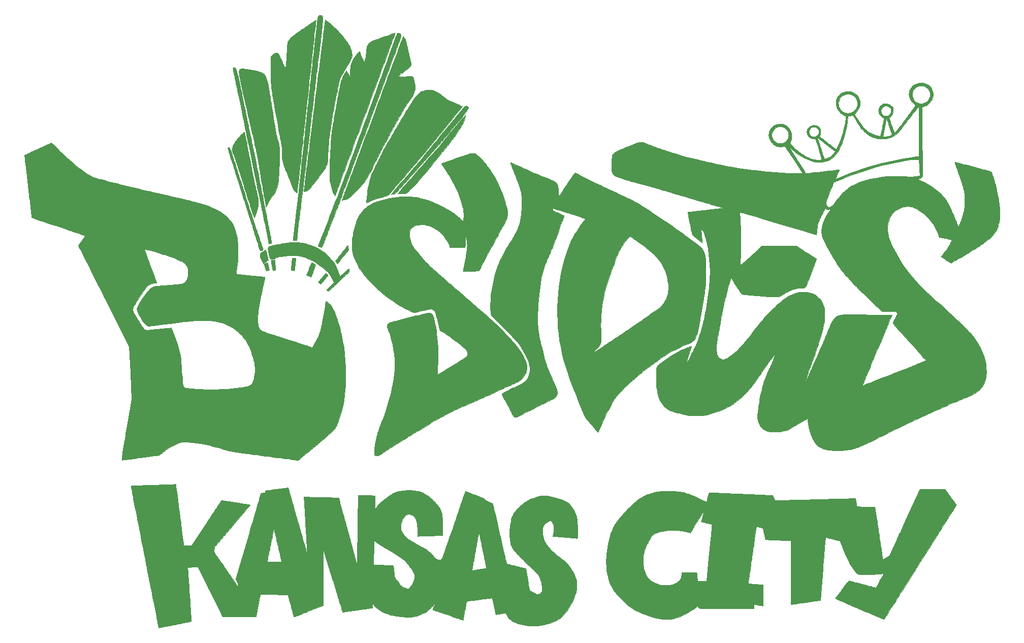
<source format=gbr>
G04 #@! TF.GenerationSoftware,KiCad,Pcbnew,(5.1.10)-1*
G04 #@! TF.CreationDate,2021-08-15T21:50:56-05:00*
G04 #@! TF.ProjectId,Bsides-KC Svg2Shenzen,42736964-6573-42d4-9b43-205376673253,rev?*
G04 #@! TF.SameCoordinates,Original*
G04 #@! TF.FileFunction,Legend,Top*
G04 #@! TF.FilePolarity,Positive*
%FSLAX46Y46*%
G04 Gerber Fmt 4.6, Leading zero omitted, Abs format (unit mm)*
G04 Created by KiCad (PCBNEW (5.1.10)-1) date 2021-08-15 21:50:56*
%MOMM*%
%LPD*%
G01*
G04 APERTURE LIST*
%ADD10C,0.010000*%
G04 APERTURE END LIST*
D10*
G04 #@! TO.C,G\u002A\u002A\u002A*
G36*
X113932033Y-34493686D02*
G01*
X113981844Y-34526868D01*
X114054977Y-34578826D01*
X114146487Y-34645823D01*
X114251429Y-34724122D01*
X114364857Y-34809985D01*
X114481828Y-34899675D01*
X114597396Y-34989456D01*
X114706615Y-35075589D01*
X114804542Y-35154339D01*
X114867954Y-35206603D01*
X115374760Y-35649064D01*
X115850108Y-36103643D01*
X116300040Y-36576879D01*
X116730598Y-37075312D01*
X117147825Y-37605480D01*
X117392557Y-37939133D01*
X117524461Y-38125437D01*
X117634389Y-38285824D01*
X117726545Y-38427644D01*
X117805134Y-38558245D01*
X117874359Y-38684978D01*
X117938423Y-38815193D01*
X118001532Y-38956239D01*
X118067888Y-39115467D01*
X118073972Y-39130467D01*
X118193022Y-39452712D01*
X118280739Y-39753400D01*
X118337009Y-40031474D01*
X118361721Y-40285878D01*
X118354764Y-40515557D01*
X118316024Y-40719455D01*
X118258507Y-40870716D01*
X118217475Y-40958011D01*
X118178917Y-41045153D01*
X118151098Y-41113454D01*
X118150844Y-41114133D01*
X118118677Y-41190826D01*
X118073025Y-41283082D01*
X118011482Y-41395210D01*
X117931640Y-41531520D01*
X117831094Y-41696320D01*
X117778477Y-41780883D01*
X117702180Y-41904413D01*
X117621012Y-42038348D01*
X117543344Y-42168724D01*
X117477544Y-42281577D01*
X117461301Y-42310050D01*
X117401101Y-42414202D01*
X117338569Y-42518855D01*
X117281663Y-42610869D01*
X117243288Y-42669883D01*
X117195722Y-42743472D01*
X117136807Y-42839622D01*
X117075399Y-42943694D01*
X117038402Y-43008550D01*
X116984608Y-43103455D01*
X116916522Y-43222148D01*
X116841432Y-43351997D01*
X116766628Y-43480370D01*
X116736225Y-43532211D01*
X116627376Y-43720124D01*
X116538692Y-43879912D01*
X116466671Y-44018549D01*
X116407814Y-44143012D01*
X116358620Y-44260277D01*
X116323345Y-44355081D01*
X116305071Y-44416056D01*
X116279397Y-44515536D01*
X116246959Y-44650462D01*
X116208391Y-44817774D01*
X116164330Y-45014413D01*
X116115412Y-45237322D01*
X116062271Y-45483439D01*
X116005544Y-45749707D01*
X115945867Y-46033067D01*
X115883874Y-46330458D01*
X115820201Y-46638823D01*
X115755484Y-46955103D01*
X115690359Y-47276237D01*
X115625461Y-47599168D01*
X115561426Y-47920835D01*
X115498889Y-48238181D01*
X115438487Y-48548146D01*
X115380853Y-48847671D01*
X115326625Y-49133697D01*
X115292522Y-49316216D01*
X115171493Y-49978483D01*
X115061044Y-50605603D01*
X114960502Y-51203240D01*
X114869195Y-51777058D01*
X114786452Y-52332719D01*
X114711599Y-52875889D01*
X114643965Y-53412231D01*
X114582878Y-53947409D01*
X114527666Y-54487086D01*
X114477656Y-55036926D01*
X114432175Y-55602592D01*
X114390553Y-56189750D01*
X114352117Y-56804062D01*
X114316194Y-57451192D01*
X114307794Y-57613550D01*
X114294036Y-57846007D01*
X114277880Y-58043071D01*
X114258330Y-58211658D01*
X114234388Y-58358686D01*
X114205057Y-58491072D01*
X114169340Y-58615732D01*
X114158572Y-58648664D01*
X114091198Y-58825306D01*
X114003696Y-59017944D01*
X113903811Y-59210710D01*
X113799284Y-59387736D01*
X113793422Y-59396907D01*
X113744565Y-59469218D01*
X113673662Y-59568754D01*
X113582995Y-59692599D01*
X113474844Y-59837838D01*
X113351492Y-60001556D01*
X113215221Y-60180837D01*
X113068311Y-60372765D01*
X112913044Y-60574426D01*
X112751702Y-60782903D01*
X112586567Y-60995282D01*
X112419920Y-61208646D01*
X112254043Y-61420081D01*
X112091217Y-61626672D01*
X111933724Y-61825501D01*
X111783846Y-62013655D01*
X111643864Y-62188218D01*
X111516059Y-62346274D01*
X111402715Y-62484908D01*
X111306111Y-62601204D01*
X111228530Y-62692248D01*
X111172253Y-62755123D01*
X111141812Y-62785128D01*
X111042614Y-62854542D01*
X110914916Y-62926038D01*
X110771801Y-62993775D01*
X110626354Y-63051910D01*
X110491658Y-63094602D01*
X110408509Y-63112526D01*
X110356404Y-63117688D01*
X110333814Y-63108392D01*
X110329134Y-63082738D01*
X110331757Y-63055542D01*
X110339358Y-62989630D01*
X110351528Y-62888276D01*
X110367861Y-62754753D01*
X110387949Y-62592336D01*
X110411385Y-62404298D01*
X110437763Y-62193913D01*
X110466676Y-61964455D01*
X110497716Y-61719197D01*
X110530476Y-61461413D01*
X110540156Y-61385444D01*
X110580439Y-61069115D01*
X110621351Y-60747138D01*
X110663086Y-60417944D01*
X110705840Y-60079965D01*
X110749808Y-59731633D01*
X110795185Y-59371381D01*
X110842167Y-58997639D01*
X110890950Y-58608840D01*
X110941727Y-58203416D01*
X110994696Y-57779798D01*
X111050050Y-57336419D01*
X111107986Y-56871711D01*
X111168699Y-56384105D01*
X111232384Y-55872034D01*
X111299236Y-55333929D01*
X111369451Y-54768222D01*
X111443225Y-54173345D01*
X111520752Y-53547730D01*
X111602228Y-52889810D01*
X111687848Y-52198015D01*
X111777807Y-51470778D01*
X111872302Y-50706531D01*
X111971526Y-49903705D01*
X112075676Y-49060733D01*
X112096411Y-48892883D01*
X112208222Y-47988115D01*
X112318467Y-47096819D01*
X112426952Y-46220560D01*
X112533480Y-45360905D01*
X112637857Y-44519422D01*
X112739886Y-43697676D01*
X112839372Y-42897235D01*
X112936121Y-42119666D01*
X113029936Y-41366535D01*
X113120622Y-40639409D01*
X113207983Y-39939854D01*
X113291825Y-39269439D01*
X113371951Y-38629728D01*
X113448167Y-38022290D01*
X113520276Y-37448690D01*
X113588084Y-36910497D01*
X113651395Y-36409275D01*
X113710014Y-35946593D01*
X113763745Y-35524017D01*
X113775027Y-35435516D01*
X113800225Y-35240300D01*
X113824279Y-35058438D01*
X113846589Y-34894143D01*
X113866555Y-34751630D01*
X113883578Y-34635111D01*
X113897059Y-34548801D01*
X113906399Y-34496912D01*
X113910490Y-34483016D01*
X113932033Y-34493686D01*
G37*
X113932033Y-34493686D02*
X113981844Y-34526868D01*
X114054977Y-34578826D01*
X114146487Y-34645823D01*
X114251429Y-34724122D01*
X114364857Y-34809985D01*
X114481828Y-34899675D01*
X114597396Y-34989456D01*
X114706615Y-35075589D01*
X114804542Y-35154339D01*
X114867954Y-35206603D01*
X115374760Y-35649064D01*
X115850108Y-36103643D01*
X116300040Y-36576879D01*
X116730598Y-37075312D01*
X117147825Y-37605480D01*
X117392557Y-37939133D01*
X117524461Y-38125437D01*
X117634389Y-38285824D01*
X117726545Y-38427644D01*
X117805134Y-38558245D01*
X117874359Y-38684978D01*
X117938423Y-38815193D01*
X118001532Y-38956239D01*
X118067888Y-39115467D01*
X118073972Y-39130467D01*
X118193022Y-39452712D01*
X118280739Y-39753400D01*
X118337009Y-40031474D01*
X118361721Y-40285878D01*
X118354764Y-40515557D01*
X118316024Y-40719455D01*
X118258507Y-40870716D01*
X118217475Y-40958011D01*
X118178917Y-41045153D01*
X118151098Y-41113454D01*
X118150844Y-41114133D01*
X118118677Y-41190826D01*
X118073025Y-41283082D01*
X118011482Y-41395210D01*
X117931640Y-41531520D01*
X117831094Y-41696320D01*
X117778477Y-41780883D01*
X117702180Y-41904413D01*
X117621012Y-42038348D01*
X117543344Y-42168724D01*
X117477544Y-42281577D01*
X117461301Y-42310050D01*
X117401101Y-42414202D01*
X117338569Y-42518855D01*
X117281663Y-42610869D01*
X117243288Y-42669883D01*
X117195722Y-42743472D01*
X117136807Y-42839622D01*
X117075399Y-42943694D01*
X117038402Y-43008550D01*
X116984608Y-43103455D01*
X116916522Y-43222148D01*
X116841432Y-43351997D01*
X116766628Y-43480370D01*
X116736225Y-43532211D01*
X116627376Y-43720124D01*
X116538692Y-43879912D01*
X116466671Y-44018549D01*
X116407814Y-44143012D01*
X116358620Y-44260277D01*
X116323345Y-44355081D01*
X116305071Y-44416056D01*
X116279397Y-44515536D01*
X116246959Y-44650462D01*
X116208391Y-44817774D01*
X116164330Y-45014413D01*
X116115412Y-45237322D01*
X116062271Y-45483439D01*
X116005544Y-45749707D01*
X115945867Y-46033067D01*
X115883874Y-46330458D01*
X115820201Y-46638823D01*
X115755484Y-46955103D01*
X115690359Y-47276237D01*
X115625461Y-47599168D01*
X115561426Y-47920835D01*
X115498889Y-48238181D01*
X115438487Y-48548146D01*
X115380853Y-48847671D01*
X115326625Y-49133697D01*
X115292522Y-49316216D01*
X115171493Y-49978483D01*
X115061044Y-50605603D01*
X114960502Y-51203240D01*
X114869195Y-51777058D01*
X114786452Y-52332719D01*
X114711599Y-52875889D01*
X114643965Y-53412231D01*
X114582878Y-53947409D01*
X114527666Y-54487086D01*
X114477656Y-55036926D01*
X114432175Y-55602592D01*
X114390553Y-56189750D01*
X114352117Y-56804062D01*
X114316194Y-57451192D01*
X114307794Y-57613550D01*
X114294036Y-57846007D01*
X114277880Y-58043071D01*
X114258330Y-58211658D01*
X114234388Y-58358686D01*
X114205057Y-58491072D01*
X114169340Y-58615732D01*
X114158572Y-58648664D01*
X114091198Y-58825306D01*
X114003696Y-59017944D01*
X113903811Y-59210710D01*
X113799284Y-59387736D01*
X113793422Y-59396907D01*
X113744565Y-59469218D01*
X113673662Y-59568754D01*
X113582995Y-59692599D01*
X113474844Y-59837838D01*
X113351492Y-60001556D01*
X113215221Y-60180837D01*
X113068311Y-60372765D01*
X112913044Y-60574426D01*
X112751702Y-60782903D01*
X112586567Y-60995282D01*
X112419920Y-61208646D01*
X112254043Y-61420081D01*
X112091217Y-61626672D01*
X111933724Y-61825501D01*
X111783846Y-62013655D01*
X111643864Y-62188218D01*
X111516059Y-62346274D01*
X111402715Y-62484908D01*
X111306111Y-62601204D01*
X111228530Y-62692248D01*
X111172253Y-62755123D01*
X111141812Y-62785128D01*
X111042614Y-62854542D01*
X110914916Y-62926038D01*
X110771801Y-62993775D01*
X110626354Y-63051910D01*
X110491658Y-63094602D01*
X110408509Y-63112526D01*
X110356404Y-63117688D01*
X110333814Y-63108392D01*
X110329134Y-63082738D01*
X110331757Y-63055542D01*
X110339358Y-62989630D01*
X110351528Y-62888276D01*
X110367861Y-62754753D01*
X110387949Y-62592336D01*
X110411385Y-62404298D01*
X110437763Y-62193913D01*
X110466676Y-61964455D01*
X110497716Y-61719197D01*
X110530476Y-61461413D01*
X110540156Y-61385444D01*
X110580439Y-61069115D01*
X110621351Y-60747138D01*
X110663086Y-60417944D01*
X110705840Y-60079965D01*
X110749808Y-59731633D01*
X110795185Y-59371381D01*
X110842167Y-58997639D01*
X110890950Y-58608840D01*
X110941727Y-58203416D01*
X110994696Y-57779798D01*
X111050050Y-57336419D01*
X111107986Y-56871711D01*
X111168699Y-56384105D01*
X111232384Y-55872034D01*
X111299236Y-55333929D01*
X111369451Y-54768222D01*
X111443225Y-54173345D01*
X111520752Y-53547730D01*
X111602228Y-52889810D01*
X111687848Y-52198015D01*
X111777807Y-51470778D01*
X111872302Y-50706531D01*
X111971526Y-49903705D01*
X112075676Y-49060733D01*
X112096411Y-48892883D01*
X112208222Y-47988115D01*
X112318467Y-47096819D01*
X112426952Y-46220560D01*
X112533480Y-45360905D01*
X112637857Y-44519422D01*
X112739886Y-43697676D01*
X112839372Y-42897235D01*
X112936121Y-42119666D01*
X113029936Y-41366535D01*
X113120622Y-40639409D01*
X113207983Y-39939854D01*
X113291825Y-39269439D01*
X113371951Y-38629728D01*
X113448167Y-38022290D01*
X113520276Y-37448690D01*
X113588084Y-36910497D01*
X113651395Y-36409275D01*
X113710014Y-35946593D01*
X113763745Y-35524017D01*
X113775027Y-35435516D01*
X113800225Y-35240300D01*
X113824279Y-35058438D01*
X113846589Y-34894143D01*
X113866555Y-34751630D01*
X113883578Y-34635111D01*
X113897059Y-34548801D01*
X113906399Y-34496912D01*
X113910490Y-34483016D01*
X113932033Y-34493686D01*
G36*
X112334319Y-34562113D02*
G01*
X112331059Y-34620990D01*
X112323791Y-34708268D01*
X112313080Y-34817141D01*
X112299875Y-34937461D01*
X112247052Y-35399263D01*
X112189976Y-35902603D01*
X112128710Y-36446903D01*
X112063317Y-37031589D01*
X111993859Y-37656085D01*
X111920400Y-38319813D01*
X111843003Y-39022200D01*
X111761729Y-39762669D01*
X111676643Y-40540643D01*
X111587807Y-41355549D01*
X111495284Y-42206808D01*
X111399137Y-43093846D01*
X111299428Y-44016087D01*
X111196221Y-44972955D01*
X111089579Y-45963874D01*
X110979563Y-46988269D01*
X110866239Y-48045563D01*
X110763123Y-49009300D01*
X110671381Y-49867088D01*
X110583863Y-50684664D01*
X110500362Y-51463915D01*
X110420675Y-52206728D01*
X110344595Y-52914991D01*
X110271916Y-53590593D01*
X110202433Y-54235420D01*
X110135940Y-54851362D01*
X110072232Y-55440305D01*
X110011102Y-56004138D01*
X109952347Y-56544748D01*
X109895759Y-57064023D01*
X109841133Y-57563852D01*
X109788264Y-58046121D01*
X109736945Y-58512719D01*
X109686972Y-58965534D01*
X109638139Y-59406453D01*
X109590240Y-59837364D01*
X109543069Y-60260156D01*
X109496421Y-60676715D01*
X109450090Y-61088930D01*
X109403871Y-61498688D01*
X109375759Y-61747229D01*
X109347847Y-61994183D01*
X109321379Y-62229183D01*
X109296737Y-62448788D01*
X109274304Y-62649556D01*
X109254461Y-62828047D01*
X109237589Y-62980820D01*
X109224071Y-63104435D01*
X109214287Y-63195451D01*
X109208620Y-63250426D01*
X109207300Y-63265937D01*
X109204109Y-63286957D01*
X109189794Y-63293154D01*
X109157246Y-63282794D01*
X109099356Y-63254142D01*
X109049489Y-63227444D01*
X108916447Y-63143711D01*
X108804695Y-63045470D01*
X108709040Y-62926049D01*
X108624295Y-62778775D01*
X108545267Y-62596974D01*
X108532046Y-62562204D01*
X108508152Y-62500725D01*
X108470429Y-62406727D01*
X108421531Y-62286683D01*
X108364113Y-62147066D01*
X108300830Y-61994350D01*
X108234335Y-61835009D01*
X108212688Y-61783383D01*
X108122709Y-61567722D01*
X108026591Y-61334940D01*
X107926087Y-61089446D01*
X107822950Y-60835651D01*
X107718933Y-60577964D01*
X107615789Y-60320795D01*
X107515271Y-60068556D01*
X107419132Y-59825655D01*
X107329126Y-59596503D01*
X107247005Y-59385510D01*
X107174522Y-59197086D01*
X107113431Y-59035642D01*
X107065485Y-58905587D01*
X107039212Y-58831316D01*
X106930160Y-58495286D01*
X106841944Y-58181110D01*
X106771092Y-57875983D01*
X106746371Y-57751133D01*
X106734405Y-57684610D01*
X106724687Y-57621244D01*
X106716976Y-57555694D01*
X106711032Y-57482620D01*
X106706613Y-57396681D01*
X106703480Y-57292538D01*
X106701391Y-57164850D01*
X106700105Y-57008277D01*
X106699383Y-56817478D01*
X106699150Y-56703383D01*
X106697870Y-56435156D01*
X106694978Y-56208360D01*
X106690450Y-56022121D01*
X106684261Y-55875568D01*
X106676384Y-55767826D01*
X106670491Y-55719133D01*
X106657492Y-55638653D01*
X106637123Y-55519514D01*
X106609923Y-55364645D01*
X106576430Y-55176974D01*
X106537182Y-54959431D01*
X106492717Y-54714944D01*
X106443572Y-54446443D01*
X106390286Y-54156855D01*
X106333397Y-53849112D01*
X106273443Y-53526140D01*
X106210962Y-53190869D01*
X106146492Y-52846229D01*
X106080571Y-52495147D01*
X106013736Y-52140554D01*
X105992004Y-52025550D01*
X105899863Y-51537437D01*
X105815313Y-51087694D01*
X105737791Y-50673152D01*
X105666732Y-50290640D01*
X105601573Y-49936989D01*
X105541750Y-49609028D01*
X105486699Y-49303587D01*
X105435856Y-49017496D01*
X105388657Y-48747585D01*
X105344539Y-48490685D01*
X105302936Y-48243625D01*
X105263286Y-48003235D01*
X105225025Y-47766345D01*
X105187588Y-47529786D01*
X105155257Y-47321830D01*
X105104724Y-46991814D01*
X105059512Y-46689727D01*
X105019338Y-46411319D01*
X104983923Y-46152340D01*
X104952985Y-45908542D01*
X104926244Y-45675673D01*
X104903418Y-45449486D01*
X104884227Y-45225729D01*
X104868389Y-45000154D01*
X104855624Y-44768511D01*
X104845651Y-44526550D01*
X104838189Y-44270022D01*
X104832957Y-43994678D01*
X104829673Y-43696266D01*
X104828058Y-43370539D01*
X104827829Y-43013246D01*
X104828707Y-42620137D01*
X104829529Y-42394716D01*
X104830808Y-42084518D01*
X104832049Y-41813826D01*
X104833324Y-41579816D01*
X104834706Y-41379661D01*
X104836269Y-41210536D01*
X104838085Y-41069613D01*
X104840228Y-40954068D01*
X104842770Y-40861074D01*
X104845784Y-40787805D01*
X104849344Y-40731435D01*
X104853523Y-40689139D01*
X104858393Y-40658089D01*
X104864027Y-40635461D01*
X104870500Y-40618428D01*
X104875689Y-40608097D01*
X104947862Y-40503303D01*
X105049739Y-40392910D01*
X105172566Y-40283440D01*
X105307591Y-40181413D01*
X105446060Y-40093353D01*
X105579221Y-40025781D01*
X105698320Y-39985219D01*
X105716722Y-39981446D01*
X105829846Y-39981550D01*
X105944018Y-40018945D01*
X106051947Y-40089417D01*
X106146339Y-40188752D01*
X106190392Y-40255112D01*
X106214286Y-40301976D01*
X106250620Y-40380156D01*
X106295879Y-40481758D01*
X106346544Y-40598887D01*
X106398642Y-40722550D01*
X106458520Y-40865136D01*
X106525119Y-41021138D01*
X106596397Y-41186000D01*
X106670313Y-41355171D01*
X106744824Y-41524096D01*
X106817888Y-41688222D01*
X106887465Y-41842994D01*
X106951513Y-41983860D01*
X107007989Y-42106266D01*
X107054852Y-42205657D01*
X107090061Y-42277482D01*
X107111573Y-42317185D01*
X107116471Y-42323520D01*
X107138164Y-42348623D01*
X107170496Y-42398671D01*
X107193972Y-42439976D01*
X107227990Y-42495755D01*
X107257171Y-42531210D01*
X107270634Y-42538375D01*
X107281559Y-42522728D01*
X107293866Y-42478548D01*
X107307951Y-42403325D01*
X107324208Y-42294551D01*
X107343032Y-42149717D01*
X107364818Y-41966316D01*
X107375498Y-41872269D01*
X107386043Y-41765415D01*
X107398137Y-41619937D01*
X107411547Y-41439505D01*
X107426041Y-41227792D01*
X107441386Y-40988468D01*
X107457352Y-40725204D01*
X107473704Y-40441672D01*
X107490211Y-40141544D01*
X107506640Y-39828490D01*
X107513896Y-39685383D01*
X107527704Y-39415255D01*
X107540268Y-39183432D01*
X107552016Y-38985918D01*
X107563377Y-38818718D01*
X107574782Y-38677836D01*
X107586658Y-38559276D01*
X107599437Y-38459043D01*
X107613546Y-38373141D01*
X107629415Y-38297575D01*
X107647474Y-38228350D01*
X107668152Y-38161469D01*
X107682017Y-38120741D01*
X107716956Y-38029532D01*
X107758050Y-37940521D01*
X107807039Y-37852265D01*
X107865667Y-37763321D01*
X107935676Y-37672245D01*
X108018807Y-37577595D01*
X108116803Y-37477928D01*
X108231406Y-37371800D01*
X108364359Y-37257769D01*
X108517403Y-37134392D01*
X108692282Y-37000225D01*
X108890736Y-36853827D01*
X109114508Y-36693752D01*
X109365341Y-36518560D01*
X109644977Y-36326806D01*
X109955158Y-36117047D01*
X110297626Y-35887841D01*
X110674123Y-35637745D01*
X110702756Y-35618784D01*
X110903218Y-35485889D01*
X111100975Y-35354464D01*
X111291811Y-35227331D01*
X111471511Y-35107313D01*
X111635858Y-34997232D01*
X111780639Y-34899911D01*
X111901635Y-34818172D01*
X111994633Y-34754838D01*
X112042938Y-34721486D01*
X112137628Y-34656546D01*
X112219961Y-34602246D01*
X112283883Y-34562406D01*
X112323340Y-34540845D01*
X112333004Y-34538448D01*
X112334319Y-34562113D01*
G37*
X112334319Y-34562113D02*
X112331059Y-34620990D01*
X112323791Y-34708268D01*
X112313080Y-34817141D01*
X112299875Y-34937461D01*
X112247052Y-35399263D01*
X112189976Y-35902603D01*
X112128710Y-36446903D01*
X112063317Y-37031589D01*
X111993859Y-37656085D01*
X111920400Y-38319813D01*
X111843003Y-39022200D01*
X111761729Y-39762669D01*
X111676643Y-40540643D01*
X111587807Y-41355549D01*
X111495284Y-42206808D01*
X111399137Y-43093846D01*
X111299428Y-44016087D01*
X111196221Y-44972955D01*
X111089579Y-45963874D01*
X110979563Y-46988269D01*
X110866239Y-48045563D01*
X110763123Y-49009300D01*
X110671381Y-49867088D01*
X110583863Y-50684664D01*
X110500362Y-51463915D01*
X110420675Y-52206728D01*
X110344595Y-52914991D01*
X110271916Y-53590593D01*
X110202433Y-54235420D01*
X110135940Y-54851362D01*
X110072232Y-55440305D01*
X110011102Y-56004138D01*
X109952347Y-56544748D01*
X109895759Y-57064023D01*
X109841133Y-57563852D01*
X109788264Y-58046121D01*
X109736945Y-58512719D01*
X109686972Y-58965534D01*
X109638139Y-59406453D01*
X109590240Y-59837364D01*
X109543069Y-60260156D01*
X109496421Y-60676715D01*
X109450090Y-61088930D01*
X109403871Y-61498688D01*
X109375759Y-61747229D01*
X109347847Y-61994183D01*
X109321379Y-62229183D01*
X109296737Y-62448788D01*
X109274304Y-62649556D01*
X109254461Y-62828047D01*
X109237589Y-62980820D01*
X109224071Y-63104435D01*
X109214287Y-63195451D01*
X109208620Y-63250426D01*
X109207300Y-63265937D01*
X109204109Y-63286957D01*
X109189794Y-63293154D01*
X109157246Y-63282794D01*
X109099356Y-63254142D01*
X109049489Y-63227444D01*
X108916447Y-63143711D01*
X108804695Y-63045470D01*
X108709040Y-62926049D01*
X108624295Y-62778775D01*
X108545267Y-62596974D01*
X108532046Y-62562204D01*
X108508152Y-62500725D01*
X108470429Y-62406727D01*
X108421531Y-62286683D01*
X108364113Y-62147066D01*
X108300830Y-61994350D01*
X108234335Y-61835009D01*
X108212688Y-61783383D01*
X108122709Y-61567722D01*
X108026591Y-61334940D01*
X107926087Y-61089446D01*
X107822950Y-60835651D01*
X107718933Y-60577964D01*
X107615789Y-60320795D01*
X107515271Y-60068556D01*
X107419132Y-59825655D01*
X107329126Y-59596503D01*
X107247005Y-59385510D01*
X107174522Y-59197086D01*
X107113431Y-59035642D01*
X107065485Y-58905587D01*
X107039212Y-58831316D01*
X106930160Y-58495286D01*
X106841944Y-58181110D01*
X106771092Y-57875983D01*
X106746371Y-57751133D01*
X106734405Y-57684610D01*
X106724687Y-57621244D01*
X106716976Y-57555694D01*
X106711032Y-57482620D01*
X106706613Y-57396681D01*
X106703480Y-57292538D01*
X106701391Y-57164850D01*
X106700105Y-57008277D01*
X106699383Y-56817478D01*
X106699150Y-56703383D01*
X106697870Y-56435156D01*
X106694978Y-56208360D01*
X106690450Y-56022121D01*
X106684261Y-55875568D01*
X106676384Y-55767826D01*
X106670491Y-55719133D01*
X106657492Y-55638653D01*
X106637123Y-55519514D01*
X106609923Y-55364645D01*
X106576430Y-55176974D01*
X106537182Y-54959431D01*
X106492717Y-54714944D01*
X106443572Y-54446443D01*
X106390286Y-54156855D01*
X106333397Y-53849112D01*
X106273443Y-53526140D01*
X106210962Y-53190869D01*
X106146492Y-52846229D01*
X106080571Y-52495147D01*
X106013736Y-52140554D01*
X105992004Y-52025550D01*
X105899863Y-51537437D01*
X105815313Y-51087694D01*
X105737791Y-50673152D01*
X105666732Y-50290640D01*
X105601573Y-49936989D01*
X105541750Y-49609028D01*
X105486699Y-49303587D01*
X105435856Y-49017496D01*
X105388657Y-48747585D01*
X105344539Y-48490685D01*
X105302936Y-48243625D01*
X105263286Y-48003235D01*
X105225025Y-47766345D01*
X105187588Y-47529786D01*
X105155257Y-47321830D01*
X105104724Y-46991814D01*
X105059512Y-46689727D01*
X105019338Y-46411319D01*
X104983923Y-46152340D01*
X104952985Y-45908542D01*
X104926244Y-45675673D01*
X104903418Y-45449486D01*
X104884227Y-45225729D01*
X104868389Y-45000154D01*
X104855624Y-44768511D01*
X104845651Y-44526550D01*
X104838189Y-44270022D01*
X104832957Y-43994678D01*
X104829673Y-43696266D01*
X104828058Y-43370539D01*
X104827829Y-43013246D01*
X104828707Y-42620137D01*
X104829529Y-42394716D01*
X104830808Y-42084518D01*
X104832049Y-41813826D01*
X104833324Y-41579816D01*
X104834706Y-41379661D01*
X104836269Y-41210536D01*
X104838085Y-41069613D01*
X104840228Y-40954068D01*
X104842770Y-40861074D01*
X104845784Y-40787805D01*
X104849344Y-40731435D01*
X104853523Y-40689139D01*
X104858393Y-40658089D01*
X104864027Y-40635461D01*
X104870500Y-40618428D01*
X104875689Y-40608097D01*
X104947862Y-40503303D01*
X105049739Y-40392910D01*
X105172566Y-40283440D01*
X105307591Y-40181413D01*
X105446060Y-40093353D01*
X105579221Y-40025781D01*
X105698320Y-39985219D01*
X105716722Y-39981446D01*
X105829846Y-39981550D01*
X105944018Y-40018945D01*
X106051947Y-40089417D01*
X106146339Y-40188752D01*
X106190392Y-40255112D01*
X106214286Y-40301976D01*
X106250620Y-40380156D01*
X106295879Y-40481758D01*
X106346544Y-40598887D01*
X106398642Y-40722550D01*
X106458520Y-40865136D01*
X106525119Y-41021138D01*
X106596397Y-41186000D01*
X106670313Y-41355171D01*
X106744824Y-41524096D01*
X106817888Y-41688222D01*
X106887465Y-41842994D01*
X106951513Y-41983860D01*
X107007989Y-42106266D01*
X107054852Y-42205657D01*
X107090061Y-42277482D01*
X107111573Y-42317185D01*
X107116471Y-42323520D01*
X107138164Y-42348623D01*
X107170496Y-42398671D01*
X107193972Y-42439976D01*
X107227990Y-42495755D01*
X107257171Y-42531210D01*
X107270634Y-42538375D01*
X107281559Y-42522728D01*
X107293866Y-42478548D01*
X107307951Y-42403325D01*
X107324208Y-42294551D01*
X107343032Y-42149717D01*
X107364818Y-41966316D01*
X107375498Y-41872269D01*
X107386043Y-41765415D01*
X107398137Y-41619937D01*
X107411547Y-41439505D01*
X107426041Y-41227792D01*
X107441386Y-40988468D01*
X107457352Y-40725204D01*
X107473704Y-40441672D01*
X107490211Y-40141544D01*
X107506640Y-39828490D01*
X107513896Y-39685383D01*
X107527704Y-39415255D01*
X107540268Y-39183432D01*
X107552016Y-38985918D01*
X107563377Y-38818718D01*
X107574782Y-38677836D01*
X107586658Y-38559276D01*
X107599437Y-38459043D01*
X107613546Y-38373141D01*
X107629415Y-38297575D01*
X107647474Y-38228350D01*
X107668152Y-38161469D01*
X107682017Y-38120741D01*
X107716956Y-38029532D01*
X107758050Y-37940521D01*
X107807039Y-37852265D01*
X107865667Y-37763321D01*
X107935676Y-37672245D01*
X108018807Y-37577595D01*
X108116803Y-37477928D01*
X108231406Y-37371800D01*
X108364359Y-37257769D01*
X108517403Y-37134392D01*
X108692282Y-37000225D01*
X108890736Y-36853827D01*
X109114508Y-36693752D01*
X109365341Y-36518560D01*
X109644977Y-36326806D01*
X109955158Y-36117047D01*
X110297626Y-35887841D01*
X110674123Y-35637745D01*
X110702756Y-35618784D01*
X110903218Y-35485889D01*
X111100975Y-35354464D01*
X111291811Y-35227331D01*
X111471511Y-35107313D01*
X111635858Y-34997232D01*
X111780639Y-34899911D01*
X111901635Y-34818172D01*
X111994633Y-34754838D01*
X112042938Y-34721486D01*
X112137628Y-34656546D01*
X112219961Y-34602246D01*
X112283883Y-34562406D01*
X112323340Y-34540845D01*
X112333004Y-34538448D01*
X112334319Y-34562113D01*
G36*
X137222318Y-50422565D02*
G01*
X137229012Y-50478665D01*
X137231804Y-50553743D01*
X137231819Y-50561007D01*
X137218923Y-50729438D01*
X137180350Y-50919530D01*
X137115808Y-51131726D01*
X137025004Y-51366472D01*
X136907649Y-51624211D01*
X136763451Y-51905389D01*
X136592117Y-52210450D01*
X136393357Y-52539837D01*
X136166879Y-52893996D01*
X135912391Y-53273372D01*
X135629603Y-53678407D01*
X135318223Y-54109548D01*
X134977958Y-54567238D01*
X134608519Y-55051922D01*
X134209613Y-55564044D01*
X133780950Y-56104049D01*
X133322236Y-56672381D01*
X132833182Y-57269484D01*
X132830976Y-57272160D01*
X132672559Y-57464508D01*
X132494955Y-57680556D01*
X132305671Y-57911146D01*
X132112214Y-58147120D01*
X131922090Y-58379323D01*
X131742808Y-58598595D01*
X131581873Y-58795781D01*
X131572937Y-58806743D01*
X131262839Y-59186734D01*
X130977169Y-59535756D01*
X130714036Y-59855995D01*
X130471547Y-60149638D01*
X130247809Y-60418870D01*
X130040931Y-60665879D01*
X129849020Y-60892852D01*
X129670183Y-61101973D01*
X129502529Y-61295431D01*
X129344164Y-61475411D01*
X129193197Y-61644101D01*
X129047734Y-61803685D01*
X128905884Y-61956352D01*
X128765755Y-62104287D01*
X128625454Y-62249676D01*
X128483088Y-62394707D01*
X128364094Y-62514285D01*
X128161564Y-62715103D01*
X127985372Y-62886272D01*
X127833508Y-63029585D01*
X127703964Y-63146836D01*
X127594730Y-63239817D01*
X127503797Y-63310321D01*
X127429156Y-63360142D01*
X127395344Y-63378860D01*
X127327273Y-63404908D01*
X127237316Y-63428521D01*
X127151927Y-63443547D01*
X127078568Y-63450711D01*
X126979291Y-63457366D01*
X126860329Y-63463384D01*
X126727915Y-63468638D01*
X126588284Y-63473003D01*
X126447670Y-63476351D01*
X126312305Y-63478555D01*
X126188423Y-63479490D01*
X126082260Y-63479026D01*
X126000047Y-63477040D01*
X125948018Y-63473402D01*
X125932209Y-63468352D01*
X125947434Y-63449114D01*
X125988440Y-63401525D01*
X126052558Y-63328582D01*
X126137117Y-63233281D01*
X126239449Y-63118618D01*
X126356882Y-62987589D01*
X126486748Y-62843191D01*
X126626376Y-62688421D01*
X126682697Y-62626120D01*
X127547128Y-61665773D01*
X128426835Y-60679319D01*
X129317471Y-59671813D01*
X130214690Y-58648309D01*
X131114146Y-57613859D01*
X132011494Y-56573519D01*
X132902387Y-55532342D01*
X133782481Y-54495381D01*
X134647427Y-53467691D01*
X135492882Y-52454325D01*
X136314499Y-51460337D01*
X136922206Y-50718654D01*
X137005181Y-50618612D01*
X137079804Y-50531730D01*
X137141814Y-50462718D01*
X137186950Y-50416287D01*
X137210952Y-50397145D01*
X137213058Y-50397112D01*
X137222318Y-50422565D01*
G37*
X137222318Y-50422565D02*
X137229012Y-50478665D01*
X137231804Y-50553743D01*
X137231819Y-50561007D01*
X137218923Y-50729438D01*
X137180350Y-50919530D01*
X137115808Y-51131726D01*
X137025004Y-51366472D01*
X136907649Y-51624211D01*
X136763451Y-51905389D01*
X136592117Y-52210450D01*
X136393357Y-52539837D01*
X136166879Y-52893996D01*
X135912391Y-53273372D01*
X135629603Y-53678407D01*
X135318223Y-54109548D01*
X134977958Y-54567238D01*
X134608519Y-55051922D01*
X134209613Y-55564044D01*
X133780950Y-56104049D01*
X133322236Y-56672381D01*
X132833182Y-57269484D01*
X132830976Y-57272160D01*
X132672559Y-57464508D01*
X132494955Y-57680556D01*
X132305671Y-57911146D01*
X132112214Y-58147120D01*
X131922090Y-58379323D01*
X131742808Y-58598595D01*
X131581873Y-58795781D01*
X131572937Y-58806743D01*
X131262839Y-59186734D01*
X130977169Y-59535756D01*
X130714036Y-59855995D01*
X130471547Y-60149638D01*
X130247809Y-60418870D01*
X130040931Y-60665879D01*
X129849020Y-60892852D01*
X129670183Y-61101973D01*
X129502529Y-61295431D01*
X129344164Y-61475411D01*
X129193197Y-61644101D01*
X129047734Y-61803685D01*
X128905884Y-61956352D01*
X128765755Y-62104287D01*
X128625454Y-62249676D01*
X128483088Y-62394707D01*
X128364094Y-62514285D01*
X128161564Y-62715103D01*
X127985372Y-62886272D01*
X127833508Y-63029585D01*
X127703964Y-63146836D01*
X127594730Y-63239817D01*
X127503797Y-63310321D01*
X127429156Y-63360142D01*
X127395344Y-63378860D01*
X127327273Y-63404908D01*
X127237316Y-63428521D01*
X127151927Y-63443547D01*
X127078568Y-63450711D01*
X126979291Y-63457366D01*
X126860329Y-63463384D01*
X126727915Y-63468638D01*
X126588284Y-63473003D01*
X126447670Y-63476351D01*
X126312305Y-63478555D01*
X126188423Y-63479490D01*
X126082260Y-63479026D01*
X126000047Y-63477040D01*
X125948018Y-63473402D01*
X125932209Y-63468352D01*
X125947434Y-63449114D01*
X125988440Y-63401525D01*
X126052558Y-63328582D01*
X126137117Y-63233281D01*
X126239449Y-63118618D01*
X126356882Y-62987589D01*
X126486748Y-62843191D01*
X126626376Y-62688421D01*
X126682697Y-62626120D01*
X127547128Y-61665773D01*
X128426835Y-60679319D01*
X129317471Y-59671813D01*
X130214690Y-58648309D01*
X131114146Y-57613859D01*
X132011494Y-56573519D01*
X132902387Y-55532342D01*
X133782481Y-54495381D01*
X134647427Y-53467691D01*
X135492882Y-52454325D01*
X136314499Y-51460337D01*
X136922206Y-50718654D01*
X137005181Y-50618612D01*
X137079804Y-50531730D01*
X137141814Y-50462718D01*
X137186950Y-50416287D01*
X137210952Y-50397145D01*
X137213058Y-50397112D01*
X137222318Y-50422565D01*
G36*
X137526655Y-48856356D02*
G01*
X137629679Y-48917204D01*
X137711351Y-49008013D01*
X137715983Y-49015324D01*
X137741683Y-49061561D01*
X137749940Y-49099573D01*
X137742195Y-49147742D01*
X137729811Y-49191374D01*
X137690676Y-49290157D01*
X137623505Y-49417868D01*
X137528223Y-49574599D01*
X137404756Y-49760443D01*
X137253028Y-49975492D01*
X137072966Y-50219838D01*
X136864494Y-50493576D01*
X136627538Y-50796796D01*
X136362022Y-51129591D01*
X136067874Y-51492055D01*
X135745017Y-51884279D01*
X135393377Y-52306357D01*
X135012879Y-52758380D01*
X134603449Y-53240441D01*
X134165012Y-53752633D01*
X133697493Y-54295049D01*
X133200818Y-54867780D01*
X132674912Y-55470920D01*
X132513331Y-55655633D01*
X132300137Y-55899039D01*
X132090713Y-56137852D01*
X131883208Y-56374160D01*
X131675770Y-56610049D01*
X131466550Y-56847606D01*
X131253697Y-57088920D01*
X131035359Y-57336076D01*
X130809687Y-57591162D01*
X130574830Y-57856266D01*
X130328937Y-58133475D01*
X130070158Y-58424876D01*
X129796641Y-58732556D01*
X129506537Y-59058602D01*
X129197994Y-59405101D01*
X128869163Y-59774141D01*
X128518192Y-60167810D01*
X128143230Y-60588193D01*
X127742428Y-61037379D01*
X127615094Y-61180055D01*
X125565304Y-63476716D01*
X125360844Y-63512431D01*
X125250602Y-63530490D01*
X125135380Y-63547425D01*
X125035113Y-63560361D01*
X125008217Y-63563312D01*
X124931654Y-63570601D01*
X124890062Y-63571710D01*
X124876333Y-63565103D01*
X124883361Y-63549247D01*
X124891800Y-63538180D01*
X124916370Y-63508534D01*
X124968007Y-63447568D01*
X125046099Y-63355993D01*
X125150035Y-63234520D01*
X125279203Y-63083860D01*
X125432992Y-62904725D01*
X125610790Y-62697826D01*
X125811985Y-62463873D01*
X126035967Y-62203578D01*
X126282123Y-61917652D01*
X126549842Y-61606807D01*
X126838513Y-61271753D01*
X127147523Y-60913202D01*
X127476261Y-60531865D01*
X127738588Y-60227633D01*
X127953926Y-59977900D01*
X128164119Y-59734102D01*
X128367217Y-59498500D01*
X128561270Y-59273358D01*
X128744331Y-59060937D01*
X128914448Y-58863501D01*
X129069674Y-58683312D01*
X129208059Y-58522633D01*
X129327654Y-58383726D01*
X129426509Y-58268854D01*
X129502675Y-58180280D01*
X129554204Y-58120265D01*
X129571223Y-58100383D01*
X129645440Y-58012811D01*
X129739950Y-57900137D01*
X129855111Y-57761922D01*
X129991279Y-57597732D01*
X130148813Y-57407128D01*
X130328070Y-57189675D01*
X130529409Y-56944937D01*
X130753186Y-56672476D01*
X130999759Y-56371857D01*
X131269486Y-56042642D01*
X131562725Y-55684395D01*
X131879834Y-55296680D01*
X132221169Y-54879060D01*
X132587090Y-54431099D01*
X132977952Y-53952360D01*
X133394115Y-53442406D01*
X133835936Y-52900802D01*
X134303771Y-52327110D01*
X134704927Y-51835050D01*
X134917279Y-51574560D01*
X135127798Y-51316339D01*
X135334286Y-51063085D01*
X135534542Y-50817495D01*
X135726366Y-50582266D01*
X135907558Y-50360097D01*
X136075917Y-50153684D01*
X136229244Y-49965725D01*
X136365339Y-49798918D01*
X136482001Y-49655960D01*
X136577030Y-49539548D01*
X136648226Y-49452381D01*
X136665802Y-49430877D01*
X136791840Y-49278020D01*
X136896093Y-49155171D01*
X136982445Y-49058681D01*
X137054782Y-48984897D01*
X137116991Y-48930169D01*
X137172958Y-48890845D01*
X137226568Y-48863274D01*
X137281709Y-48843804D01*
X137294394Y-48840255D01*
X137411740Y-48829397D01*
X137526655Y-48856356D01*
G37*
X137526655Y-48856356D02*
X137629679Y-48917204D01*
X137711351Y-49008013D01*
X137715983Y-49015324D01*
X137741683Y-49061561D01*
X137749940Y-49099573D01*
X137742195Y-49147742D01*
X137729811Y-49191374D01*
X137690676Y-49290157D01*
X137623505Y-49417868D01*
X137528223Y-49574599D01*
X137404756Y-49760443D01*
X137253028Y-49975492D01*
X137072966Y-50219838D01*
X136864494Y-50493576D01*
X136627538Y-50796796D01*
X136362022Y-51129591D01*
X136067874Y-51492055D01*
X135745017Y-51884279D01*
X135393377Y-52306357D01*
X135012879Y-52758380D01*
X134603449Y-53240441D01*
X134165012Y-53752633D01*
X133697493Y-54295049D01*
X133200818Y-54867780D01*
X132674912Y-55470920D01*
X132513331Y-55655633D01*
X132300137Y-55899039D01*
X132090713Y-56137852D01*
X131883208Y-56374160D01*
X131675770Y-56610049D01*
X131466550Y-56847606D01*
X131253697Y-57088920D01*
X131035359Y-57336076D01*
X130809687Y-57591162D01*
X130574830Y-57856266D01*
X130328937Y-58133475D01*
X130070158Y-58424876D01*
X129796641Y-58732556D01*
X129506537Y-59058602D01*
X129197994Y-59405101D01*
X128869163Y-59774141D01*
X128518192Y-60167810D01*
X128143230Y-60588193D01*
X127742428Y-61037379D01*
X127615094Y-61180055D01*
X125565304Y-63476716D01*
X125360844Y-63512431D01*
X125250602Y-63530490D01*
X125135380Y-63547425D01*
X125035113Y-63560361D01*
X125008217Y-63563312D01*
X124931654Y-63570601D01*
X124890062Y-63571710D01*
X124876333Y-63565103D01*
X124883361Y-63549247D01*
X124891800Y-63538180D01*
X124916370Y-63508534D01*
X124968007Y-63447568D01*
X125046099Y-63355993D01*
X125150035Y-63234520D01*
X125279203Y-63083860D01*
X125432992Y-62904725D01*
X125610790Y-62697826D01*
X125811985Y-62463873D01*
X126035967Y-62203578D01*
X126282123Y-61917652D01*
X126549842Y-61606807D01*
X126838513Y-61271753D01*
X127147523Y-60913202D01*
X127476261Y-60531865D01*
X127738588Y-60227633D01*
X127953926Y-59977900D01*
X128164119Y-59734102D01*
X128367217Y-59498500D01*
X128561270Y-59273358D01*
X128744331Y-59060937D01*
X128914448Y-58863501D01*
X129069674Y-58683312D01*
X129208059Y-58522633D01*
X129327654Y-58383726D01*
X129426509Y-58268854D01*
X129502675Y-58180280D01*
X129554204Y-58120265D01*
X129571223Y-58100383D01*
X129645440Y-58012811D01*
X129739950Y-57900137D01*
X129855111Y-57761922D01*
X129991279Y-57597732D01*
X130148813Y-57407128D01*
X130328070Y-57189675D01*
X130529409Y-56944937D01*
X130753186Y-56672476D01*
X130999759Y-56371857D01*
X131269486Y-56042642D01*
X131562725Y-55684395D01*
X131879834Y-55296680D01*
X132221169Y-54879060D01*
X132587090Y-54431099D01*
X132977952Y-53952360D01*
X133394115Y-53442406D01*
X133835936Y-52900802D01*
X134303771Y-52327110D01*
X134704927Y-51835050D01*
X134917279Y-51574560D01*
X135127798Y-51316339D01*
X135334286Y-51063085D01*
X135534542Y-50817495D01*
X135726366Y-50582266D01*
X135907558Y-50360097D01*
X136075917Y-50153684D01*
X136229244Y-49965725D01*
X136365339Y-49798918D01*
X136482001Y-49655960D01*
X136577030Y-49539548D01*
X136648226Y-49452381D01*
X136665802Y-49430877D01*
X136791840Y-49278020D01*
X136896093Y-49155171D01*
X136982445Y-49058681D01*
X137054782Y-48984897D01*
X137116991Y-48930169D01*
X137172958Y-48890845D01*
X137226568Y-48863274D01*
X137281709Y-48843804D01*
X137294394Y-48840255D01*
X137411740Y-48829397D01*
X137526655Y-48856356D01*
G36*
X125544360Y-36671472D02*
G01*
X125541815Y-36683523D01*
X125532038Y-36714879D01*
X125514796Y-36766178D01*
X125489854Y-36838055D01*
X125456978Y-36931147D01*
X125415933Y-37046089D01*
X125366485Y-37183519D01*
X125308400Y-37344072D01*
X125241443Y-37528383D01*
X125165381Y-37737091D01*
X125079977Y-37970829D01*
X124984999Y-38230236D01*
X124880212Y-38515946D01*
X124765380Y-38828597D01*
X124640271Y-39168823D01*
X124504650Y-39537262D01*
X124358282Y-39934550D01*
X124200933Y-40361322D01*
X124032368Y-40818215D01*
X123852353Y-41305865D01*
X123660654Y-41824909D01*
X123457037Y-42375981D01*
X123241266Y-42959719D01*
X123013109Y-43576759D01*
X122772329Y-44227737D01*
X122518693Y-44913288D01*
X122251967Y-45634050D01*
X121971916Y-46390658D01*
X121678305Y-47183749D01*
X121370901Y-48013958D01*
X121049469Y-48881922D01*
X120713775Y-49788277D01*
X120363584Y-50733658D01*
X120351554Y-50766133D01*
X120072606Y-51519225D01*
X119797512Y-52262077D01*
X119526750Y-52993396D01*
X119260796Y-53711890D01*
X119000129Y-54416267D01*
X118745226Y-55105234D01*
X118496563Y-55777498D01*
X118254619Y-56431767D01*
X118019870Y-57066748D01*
X117792794Y-57681150D01*
X117573868Y-58273679D01*
X117363569Y-58843043D01*
X117162376Y-59387950D01*
X116970764Y-59907107D01*
X116789212Y-60399222D01*
X116618197Y-60863002D01*
X116458195Y-61297155D01*
X116309685Y-61700388D01*
X116173144Y-62071408D01*
X116049049Y-62408924D01*
X115937877Y-62711643D01*
X115840106Y-62978272D01*
X115756213Y-63207519D01*
X115700444Y-63360300D01*
X115654579Y-63485032D01*
X115612886Y-63596353D01*
X115577748Y-63688066D01*
X115551546Y-63753974D01*
X115536665Y-63787882D01*
X115534925Y-63790715D01*
X115514593Y-63786624D01*
X115481410Y-63755369D01*
X115467399Y-63737798D01*
X115390904Y-63624356D01*
X115316594Y-63495687D01*
X115252364Y-63366683D01*
X115206108Y-63252237D01*
X115199982Y-63233300D01*
X115163601Y-63112274D01*
X115120814Y-62965819D01*
X115073328Y-62800154D01*
X115022854Y-62621494D01*
X114971100Y-62436058D01*
X114919778Y-62250064D01*
X114870595Y-62069728D01*
X114825262Y-61901270D01*
X114785488Y-61750906D01*
X114752982Y-61624854D01*
X114729455Y-61529331D01*
X114720010Y-61487615D01*
X114696025Y-61360381D01*
X114672760Y-61212865D01*
X114653504Y-61067040D01*
X114644867Y-60985453D01*
X114639093Y-60894581D01*
X114634705Y-60766401D01*
X114631648Y-60605913D01*
X114629871Y-60418119D01*
X114629318Y-60208019D01*
X114629937Y-59980614D01*
X114631673Y-59740904D01*
X114634474Y-59493891D01*
X114638285Y-59244575D01*
X114643054Y-58997957D01*
X114648726Y-58759037D01*
X114655248Y-58532817D01*
X114662566Y-58324297D01*
X114670626Y-58138478D01*
X114676582Y-58026300D01*
X114684545Y-57886531D01*
X114694219Y-57711867D01*
X114705211Y-57509694D01*
X114717127Y-57287397D01*
X114729572Y-57052364D01*
X114742154Y-56811979D01*
X114754476Y-56573628D01*
X114762986Y-56407050D01*
X114783507Y-56009008D01*
X114802869Y-55648537D01*
X114821540Y-55320907D01*
X114839988Y-55021385D01*
X114858677Y-54745243D01*
X114878077Y-54487747D01*
X114898654Y-54244169D01*
X114920874Y-54009775D01*
X114945206Y-53779837D01*
X114972115Y-53549621D01*
X115002069Y-53314399D01*
X115035535Y-53069439D01*
X115072980Y-52810009D01*
X115114871Y-52531379D01*
X115161675Y-52228818D01*
X115198630Y-51993800D01*
X115253179Y-51652192D01*
X115310429Y-51300836D01*
X115370927Y-50936606D01*
X115435217Y-50556377D01*
X115503846Y-50157025D01*
X115577359Y-49735424D01*
X115656301Y-49288451D01*
X115741217Y-48812979D01*
X115832654Y-48305884D01*
X115931157Y-47764041D01*
X116037271Y-47184325D01*
X116055858Y-47083133D01*
X116119296Y-46738375D01*
X116175932Y-46432060D01*
X116226501Y-46160975D01*
X116271740Y-45921906D01*
X116312384Y-45711641D01*
X116349171Y-45526964D01*
X116382836Y-45364665D01*
X116414116Y-45221528D01*
X116443746Y-45094340D01*
X116472463Y-44979888D01*
X116501004Y-44874959D01*
X116530104Y-44776339D01*
X116560499Y-44680815D01*
X116592927Y-44585174D01*
X116628123Y-44486201D01*
X116666823Y-44380684D01*
X116688184Y-44323213D01*
X116741517Y-44188298D01*
X116804039Y-44043711D01*
X116873436Y-43893598D01*
X116947392Y-43742106D01*
X117023593Y-43593381D01*
X117099723Y-43451571D01*
X117173466Y-43320822D01*
X117242507Y-43205281D01*
X117304532Y-43109095D01*
X117357225Y-43036411D01*
X117398270Y-42991375D01*
X117425352Y-42978135D01*
X117434007Y-42987383D01*
X117455283Y-43034424D01*
X117495892Y-43110374D01*
X117551874Y-43208794D01*
X117619271Y-43323242D01*
X117694125Y-43447279D01*
X117772477Y-43574463D01*
X117850367Y-43698354D01*
X117923838Y-43812512D01*
X117988931Y-43910496D01*
X118041686Y-43985866D01*
X118071504Y-44024550D01*
X118124778Y-44088050D01*
X118110977Y-43992800D01*
X118081737Y-43740641D01*
X118063192Y-43469333D01*
X118055540Y-43191822D01*
X118058977Y-42921052D01*
X118073701Y-42669968D01*
X118088701Y-42528950D01*
X118164314Y-42105289D01*
X118279703Y-41695745D01*
X118434458Y-41301134D01*
X118628166Y-40922273D01*
X118860413Y-40559979D01*
X119130789Y-40215069D01*
X119405305Y-39921256D01*
X119594912Y-39733796D01*
X119632867Y-39836589D01*
X119696985Y-40005322D01*
X119767310Y-40181757D01*
X119841967Y-40361905D01*
X119919078Y-40541774D01*
X119996768Y-40717375D01*
X120073161Y-40884715D01*
X120146379Y-41039805D01*
X120214548Y-41178654D01*
X120275791Y-41297270D01*
X120328231Y-41391664D01*
X120369992Y-41457844D01*
X120399199Y-41491820D01*
X120411898Y-41493588D01*
X120424811Y-41465316D01*
X120446193Y-41403931D01*
X120473774Y-41317267D01*
X120505287Y-41213160D01*
X120538462Y-41099445D01*
X120571033Y-40983957D01*
X120600730Y-40874532D01*
X120625285Y-40779005D01*
X120642430Y-40705211D01*
X120647188Y-40680811D01*
X120657179Y-40611728D01*
X120669413Y-40508411D01*
X120683079Y-40378848D01*
X120697363Y-40231029D01*
X120711451Y-40072942D01*
X120721700Y-39948671D01*
X120745781Y-39674306D01*
X120772086Y-39437492D01*
X120801901Y-39233456D01*
X120836512Y-39057425D01*
X120877206Y-38904629D01*
X120925268Y-38770293D01*
X120981986Y-38649646D01*
X121048646Y-38537916D01*
X121126535Y-38430329D01*
X121133269Y-38421784D01*
X121180098Y-38364981D01*
X121227417Y-38313935D01*
X121278796Y-38266839D01*
X121337809Y-38221887D01*
X121408029Y-38177270D01*
X121493028Y-38131182D01*
X121596379Y-38081814D01*
X121721655Y-38027360D01*
X121872427Y-37966011D01*
X122052269Y-37895962D01*
X122264753Y-37815404D01*
X122513452Y-37722531D01*
X122521134Y-37719675D01*
X122669962Y-37664840D01*
X122840101Y-37602994D01*
X123027978Y-37535376D01*
X123230017Y-37463226D01*
X123442644Y-37387782D01*
X123662284Y-37310284D01*
X123885364Y-37231971D01*
X124108309Y-37154084D01*
X124327544Y-37077860D01*
X124539495Y-37004540D01*
X124740587Y-36935362D01*
X124927246Y-36871566D01*
X125095898Y-36814391D01*
X125242968Y-36765077D01*
X125364882Y-36724863D01*
X125458066Y-36694988D01*
X125518944Y-36676691D01*
X125543942Y-36671213D01*
X125544360Y-36671472D01*
G37*
X125544360Y-36671472D02*
X125541815Y-36683523D01*
X125532038Y-36714879D01*
X125514796Y-36766178D01*
X125489854Y-36838055D01*
X125456978Y-36931147D01*
X125415933Y-37046089D01*
X125366485Y-37183519D01*
X125308400Y-37344072D01*
X125241443Y-37528383D01*
X125165381Y-37737091D01*
X125079977Y-37970829D01*
X124984999Y-38230236D01*
X124880212Y-38515946D01*
X124765380Y-38828597D01*
X124640271Y-39168823D01*
X124504650Y-39537262D01*
X124358282Y-39934550D01*
X124200933Y-40361322D01*
X124032368Y-40818215D01*
X123852353Y-41305865D01*
X123660654Y-41824909D01*
X123457037Y-42375981D01*
X123241266Y-42959719D01*
X123013109Y-43576759D01*
X122772329Y-44227737D01*
X122518693Y-44913288D01*
X122251967Y-45634050D01*
X121971916Y-46390658D01*
X121678305Y-47183749D01*
X121370901Y-48013958D01*
X121049469Y-48881922D01*
X120713775Y-49788277D01*
X120363584Y-50733658D01*
X120351554Y-50766133D01*
X120072606Y-51519225D01*
X119797512Y-52262077D01*
X119526750Y-52993396D01*
X119260796Y-53711890D01*
X119000129Y-54416267D01*
X118745226Y-55105234D01*
X118496563Y-55777498D01*
X118254619Y-56431767D01*
X118019870Y-57066748D01*
X117792794Y-57681150D01*
X117573868Y-58273679D01*
X117363569Y-58843043D01*
X117162376Y-59387950D01*
X116970764Y-59907107D01*
X116789212Y-60399222D01*
X116618197Y-60863002D01*
X116458195Y-61297155D01*
X116309685Y-61700388D01*
X116173144Y-62071408D01*
X116049049Y-62408924D01*
X115937877Y-62711643D01*
X115840106Y-62978272D01*
X115756213Y-63207519D01*
X115700444Y-63360300D01*
X115654579Y-63485032D01*
X115612886Y-63596353D01*
X115577748Y-63688066D01*
X115551546Y-63753974D01*
X115536665Y-63787882D01*
X115534925Y-63790715D01*
X115514593Y-63786624D01*
X115481410Y-63755369D01*
X115467399Y-63737798D01*
X115390904Y-63624356D01*
X115316594Y-63495687D01*
X115252364Y-63366683D01*
X115206108Y-63252237D01*
X115199982Y-63233300D01*
X115163601Y-63112274D01*
X115120814Y-62965819D01*
X115073328Y-62800154D01*
X115022854Y-62621494D01*
X114971100Y-62436058D01*
X114919778Y-62250064D01*
X114870595Y-62069728D01*
X114825262Y-61901270D01*
X114785488Y-61750906D01*
X114752982Y-61624854D01*
X114729455Y-61529331D01*
X114720010Y-61487615D01*
X114696025Y-61360381D01*
X114672760Y-61212865D01*
X114653504Y-61067040D01*
X114644867Y-60985453D01*
X114639093Y-60894581D01*
X114634705Y-60766401D01*
X114631648Y-60605913D01*
X114629871Y-60418119D01*
X114629318Y-60208019D01*
X114629937Y-59980614D01*
X114631673Y-59740904D01*
X114634474Y-59493891D01*
X114638285Y-59244575D01*
X114643054Y-58997957D01*
X114648726Y-58759037D01*
X114655248Y-58532817D01*
X114662566Y-58324297D01*
X114670626Y-58138478D01*
X114676582Y-58026300D01*
X114684545Y-57886531D01*
X114694219Y-57711867D01*
X114705211Y-57509694D01*
X114717127Y-57287397D01*
X114729572Y-57052364D01*
X114742154Y-56811979D01*
X114754476Y-56573628D01*
X114762986Y-56407050D01*
X114783507Y-56009008D01*
X114802869Y-55648537D01*
X114821540Y-55320907D01*
X114839988Y-55021385D01*
X114858677Y-54745243D01*
X114878077Y-54487747D01*
X114898654Y-54244169D01*
X114920874Y-54009775D01*
X114945206Y-53779837D01*
X114972115Y-53549621D01*
X115002069Y-53314399D01*
X115035535Y-53069439D01*
X115072980Y-52810009D01*
X115114871Y-52531379D01*
X115161675Y-52228818D01*
X115198630Y-51993800D01*
X115253179Y-51652192D01*
X115310429Y-51300836D01*
X115370927Y-50936606D01*
X115435217Y-50556377D01*
X115503846Y-50157025D01*
X115577359Y-49735424D01*
X115656301Y-49288451D01*
X115741217Y-48812979D01*
X115832654Y-48305884D01*
X115931157Y-47764041D01*
X116037271Y-47184325D01*
X116055858Y-47083133D01*
X116119296Y-46738375D01*
X116175932Y-46432060D01*
X116226501Y-46160975D01*
X116271740Y-45921906D01*
X116312384Y-45711641D01*
X116349171Y-45526964D01*
X116382836Y-45364665D01*
X116414116Y-45221528D01*
X116443746Y-45094340D01*
X116472463Y-44979888D01*
X116501004Y-44874959D01*
X116530104Y-44776339D01*
X116560499Y-44680815D01*
X116592927Y-44585174D01*
X116628123Y-44486201D01*
X116666823Y-44380684D01*
X116688184Y-44323213D01*
X116741517Y-44188298D01*
X116804039Y-44043711D01*
X116873436Y-43893598D01*
X116947392Y-43742106D01*
X117023593Y-43593381D01*
X117099723Y-43451571D01*
X117173466Y-43320822D01*
X117242507Y-43205281D01*
X117304532Y-43109095D01*
X117357225Y-43036411D01*
X117398270Y-42991375D01*
X117425352Y-42978135D01*
X117434007Y-42987383D01*
X117455283Y-43034424D01*
X117495892Y-43110374D01*
X117551874Y-43208794D01*
X117619271Y-43323242D01*
X117694125Y-43447279D01*
X117772477Y-43574463D01*
X117850367Y-43698354D01*
X117923838Y-43812512D01*
X117988931Y-43910496D01*
X118041686Y-43985866D01*
X118071504Y-44024550D01*
X118124778Y-44088050D01*
X118110977Y-43992800D01*
X118081737Y-43740641D01*
X118063192Y-43469333D01*
X118055540Y-43191822D01*
X118058977Y-42921052D01*
X118073701Y-42669968D01*
X118088701Y-42528950D01*
X118164314Y-42105289D01*
X118279703Y-41695745D01*
X118434458Y-41301134D01*
X118628166Y-40922273D01*
X118860413Y-40559979D01*
X119130789Y-40215069D01*
X119405305Y-39921256D01*
X119594912Y-39733796D01*
X119632867Y-39836589D01*
X119696985Y-40005322D01*
X119767310Y-40181757D01*
X119841967Y-40361905D01*
X119919078Y-40541774D01*
X119996768Y-40717375D01*
X120073161Y-40884715D01*
X120146379Y-41039805D01*
X120214548Y-41178654D01*
X120275791Y-41297270D01*
X120328231Y-41391664D01*
X120369992Y-41457844D01*
X120399199Y-41491820D01*
X120411898Y-41493588D01*
X120424811Y-41465316D01*
X120446193Y-41403931D01*
X120473774Y-41317267D01*
X120505287Y-41213160D01*
X120538462Y-41099445D01*
X120571033Y-40983957D01*
X120600730Y-40874532D01*
X120625285Y-40779005D01*
X120642430Y-40705211D01*
X120647188Y-40680811D01*
X120657179Y-40611728D01*
X120669413Y-40508411D01*
X120683079Y-40378848D01*
X120697363Y-40231029D01*
X120711451Y-40072942D01*
X120721700Y-39948671D01*
X120745781Y-39674306D01*
X120772086Y-39437492D01*
X120801901Y-39233456D01*
X120836512Y-39057425D01*
X120877206Y-38904629D01*
X120925268Y-38770293D01*
X120981986Y-38649646D01*
X121048646Y-38537916D01*
X121126535Y-38430329D01*
X121133269Y-38421784D01*
X121180098Y-38364981D01*
X121227417Y-38313935D01*
X121278796Y-38266839D01*
X121337809Y-38221887D01*
X121408029Y-38177270D01*
X121493028Y-38131182D01*
X121596379Y-38081814D01*
X121721655Y-38027360D01*
X121872427Y-37966011D01*
X122052269Y-37895962D01*
X122264753Y-37815404D01*
X122513452Y-37722531D01*
X122521134Y-37719675D01*
X122669962Y-37664840D01*
X122840101Y-37602994D01*
X123027978Y-37535376D01*
X123230017Y-37463226D01*
X123442644Y-37387782D01*
X123662284Y-37310284D01*
X123885364Y-37231971D01*
X124108309Y-37154084D01*
X124327544Y-37077860D01*
X124539495Y-37004540D01*
X124740587Y-36935362D01*
X124927246Y-36871566D01*
X125095898Y-36814391D01*
X125242968Y-36765077D01*
X125364882Y-36724863D01*
X125458066Y-36694988D01*
X125518944Y-36676691D01*
X125543942Y-36671213D01*
X125544360Y-36671472D01*
G36*
X126919368Y-37236335D02*
G01*
X126952125Y-37281887D01*
X126997006Y-37348538D01*
X127049154Y-37428703D01*
X127103712Y-37514798D01*
X127155824Y-37599239D01*
X127200633Y-37674443D01*
X127233283Y-37732825D01*
X127237323Y-37740626D01*
X127252920Y-37775486D01*
X127270560Y-37823786D01*
X127291037Y-37888586D01*
X127315142Y-37972944D01*
X127343669Y-38079920D01*
X127377411Y-38212572D01*
X127417161Y-38373960D01*
X127463710Y-38567143D01*
X127517854Y-38795179D01*
X127580383Y-39061128D01*
X127587781Y-39092716D01*
X127628134Y-39265023D01*
X127676078Y-39469674D01*
X127729536Y-39697799D01*
X127786429Y-39940529D01*
X127844678Y-40188995D01*
X127902203Y-40434326D01*
X127956926Y-40667654D01*
X127972286Y-40733133D01*
X128025430Y-40960247D01*
X128069502Y-41150296D01*
X128105290Y-41307386D01*
X128133587Y-41435618D01*
X128155183Y-41539097D01*
X128170868Y-41621928D01*
X128181435Y-41688213D01*
X128187673Y-41742056D01*
X128190374Y-41787561D01*
X128190329Y-41828832D01*
X128189058Y-41857901D01*
X128177057Y-41967879D01*
X128151999Y-42068439D01*
X128110584Y-42163881D01*
X128049513Y-42258507D01*
X127965487Y-42356618D01*
X127855207Y-42462512D01*
X127715374Y-42580493D01*
X127542688Y-42714859D01*
X127516467Y-42734648D01*
X127415636Y-42810500D01*
X127288379Y-42906207D01*
X127142112Y-43016191D01*
X126984252Y-43134877D01*
X126822215Y-43256688D01*
X126663419Y-43376047D01*
X126608799Y-43417098D01*
X126029214Y-43852686D01*
X126109841Y-43880600D01*
X126193156Y-43902400D01*
X126309012Y-43922926D01*
X126447618Y-43941110D01*
X126599181Y-43955887D01*
X126753912Y-43966189D01*
X126902017Y-43970949D01*
X126940759Y-43971143D01*
X127105141Y-43967143D01*
X127250682Y-43954224D01*
X127400367Y-43930020D01*
X127463550Y-43917278D01*
X127637281Y-43885552D01*
X127808037Y-43863203D01*
X127968249Y-43850611D01*
X128110346Y-43848151D01*
X128226758Y-43856203D01*
X128309758Y-43875082D01*
X128398406Y-43921530D01*
X128476414Y-43990964D01*
X128545707Y-44086919D01*
X128608207Y-44212930D01*
X128665837Y-44372528D01*
X128720521Y-44569249D01*
X128745999Y-44676628D01*
X128817352Y-45044832D01*
X128857749Y-45388894D01*
X128866736Y-45714031D01*
X128843858Y-46025459D01*
X128788660Y-46328395D01*
X128700686Y-46628054D01*
X128579481Y-46929653D01*
X128542459Y-47009050D01*
X128459975Y-47167524D01*
X128356653Y-47344605D01*
X128240319Y-47527748D01*
X128118804Y-47704410D01*
X128051509Y-47795704D01*
X127922814Y-47967458D01*
X127797948Y-48138640D01*
X127675247Y-48311987D01*
X127553046Y-48490235D01*
X127429682Y-48676123D01*
X127303492Y-48872387D01*
X127172810Y-49081764D01*
X127035973Y-49306992D01*
X126891318Y-49550808D01*
X126737181Y-49815948D01*
X126571897Y-50105151D01*
X126393802Y-50421154D01*
X126201234Y-50766693D01*
X125992527Y-51144505D01*
X125776204Y-51538716D01*
X125644298Y-51779680D01*
X125499959Y-52043264D01*
X125347862Y-52320940D01*
X125192678Y-52604178D01*
X125039082Y-52884451D01*
X124891747Y-53153229D01*
X124755345Y-53401985D01*
X124634552Y-53622189D01*
X124633760Y-53623633D01*
X124313916Y-54208235D01*
X124014700Y-54758694D01*
X123734981Y-55277181D01*
X123473628Y-55765866D01*
X123229510Y-56226920D01*
X123001496Y-56662513D01*
X122788456Y-57074815D01*
X122589257Y-57465998D01*
X122402769Y-57838231D01*
X122227862Y-58193685D01*
X122063404Y-58534531D01*
X121948196Y-58777716D01*
X121762221Y-59168833D01*
X121588324Y-59524395D01*
X121424113Y-59848631D01*
X121267192Y-60145769D01*
X121115168Y-60420038D01*
X120965648Y-60675665D01*
X120816236Y-60916879D01*
X120664541Y-61147908D01*
X120508167Y-61372981D01*
X120376625Y-61553563D01*
X120225826Y-61752555D01*
X120073959Y-61944307D01*
X119917224Y-62132952D01*
X119751826Y-62322624D01*
X119573965Y-62517457D01*
X119379845Y-62721585D01*
X119165666Y-62939142D01*
X118927632Y-63174261D01*
X118661945Y-63431076D01*
X118578023Y-63511305D01*
X118377408Y-63699933D01*
X118199738Y-63859997D01*
X118039870Y-63994610D01*
X117892664Y-64106882D01*
X117752976Y-64199924D01*
X117615666Y-64276847D01*
X117475591Y-64340762D01*
X117327609Y-64394781D01*
X117166579Y-64442014D01*
X116987358Y-64485572D01*
X116956386Y-64492467D01*
X116849304Y-64516123D01*
X116776917Y-64531795D01*
X116732502Y-64540257D01*
X116709333Y-64542283D01*
X116700690Y-64538647D01*
X116699848Y-64530123D01*
X116700300Y-64521946D01*
X116703638Y-64509670D01*
X116713811Y-64479268D01*
X116731060Y-64430096D01*
X116755624Y-64361512D01*
X116787743Y-64272872D01*
X116827658Y-64163532D01*
X116875608Y-64032850D01*
X116931834Y-63880182D01*
X116996575Y-63704885D01*
X117070071Y-63506315D01*
X117152562Y-63283829D01*
X117244288Y-63036784D01*
X117345490Y-62764536D01*
X117456406Y-62466442D01*
X117577278Y-62141859D01*
X117708345Y-61790144D01*
X117849847Y-61410652D01*
X118002024Y-61002742D01*
X118165115Y-60565768D01*
X118339362Y-60099089D01*
X118525004Y-59602061D01*
X118722280Y-59074040D01*
X118931431Y-58514383D01*
X119152698Y-57922447D01*
X119386318Y-57297588D01*
X119632534Y-56639164D01*
X119891585Y-55946530D01*
X120163710Y-55219044D01*
X120449149Y-54456062D01*
X120748144Y-53656941D01*
X121060933Y-52821037D01*
X121387756Y-51947708D01*
X121728854Y-51036309D01*
X122084467Y-50086198D01*
X122245910Y-49654883D01*
X122538227Y-48873899D01*
X122816431Y-48130552D01*
X123081272Y-47422839D01*
X123333496Y-46748758D01*
X123573854Y-46106306D01*
X123803092Y-45493481D01*
X124021960Y-44908281D01*
X124231205Y-44348703D01*
X124431576Y-43812745D01*
X124623821Y-43298403D01*
X124808688Y-42803677D01*
X124986927Y-42326562D01*
X125159284Y-41865057D01*
X125326510Y-41417160D01*
X125489351Y-40980868D01*
X125648556Y-40554178D01*
X125804873Y-40135087D01*
X125959052Y-39721595D01*
X126111839Y-39311697D01*
X126263984Y-38903392D01*
X126333420Y-38717008D01*
X126422946Y-38477104D01*
X126508349Y-38249081D01*
X126588463Y-38035996D01*
X126662123Y-37840908D01*
X126728165Y-37666878D01*
X126785424Y-37516963D01*
X126832736Y-37394222D01*
X126868936Y-37301715D01*
X126892859Y-37242500D01*
X126903341Y-37219636D01*
X126903590Y-37219466D01*
X126919368Y-37236335D01*
G37*
X126919368Y-37236335D02*
X126952125Y-37281887D01*
X126997006Y-37348538D01*
X127049154Y-37428703D01*
X127103712Y-37514798D01*
X127155824Y-37599239D01*
X127200633Y-37674443D01*
X127233283Y-37732825D01*
X127237323Y-37740626D01*
X127252920Y-37775486D01*
X127270560Y-37823786D01*
X127291037Y-37888586D01*
X127315142Y-37972944D01*
X127343669Y-38079920D01*
X127377411Y-38212572D01*
X127417161Y-38373960D01*
X127463710Y-38567143D01*
X127517854Y-38795179D01*
X127580383Y-39061128D01*
X127587781Y-39092716D01*
X127628134Y-39265023D01*
X127676078Y-39469674D01*
X127729536Y-39697799D01*
X127786429Y-39940529D01*
X127844678Y-40188995D01*
X127902203Y-40434326D01*
X127956926Y-40667654D01*
X127972286Y-40733133D01*
X128025430Y-40960247D01*
X128069502Y-41150296D01*
X128105290Y-41307386D01*
X128133587Y-41435618D01*
X128155183Y-41539097D01*
X128170868Y-41621928D01*
X128181435Y-41688213D01*
X128187673Y-41742056D01*
X128190374Y-41787561D01*
X128190329Y-41828832D01*
X128189058Y-41857901D01*
X128177057Y-41967879D01*
X128151999Y-42068439D01*
X128110584Y-42163881D01*
X128049513Y-42258507D01*
X127965487Y-42356618D01*
X127855207Y-42462512D01*
X127715374Y-42580493D01*
X127542688Y-42714859D01*
X127516467Y-42734648D01*
X127415636Y-42810500D01*
X127288379Y-42906207D01*
X127142112Y-43016191D01*
X126984252Y-43134877D01*
X126822215Y-43256688D01*
X126663419Y-43376047D01*
X126608799Y-43417098D01*
X126029214Y-43852686D01*
X126109841Y-43880600D01*
X126193156Y-43902400D01*
X126309012Y-43922926D01*
X126447618Y-43941110D01*
X126599181Y-43955887D01*
X126753912Y-43966189D01*
X126902017Y-43970949D01*
X126940759Y-43971143D01*
X127105141Y-43967143D01*
X127250682Y-43954224D01*
X127400367Y-43930020D01*
X127463550Y-43917278D01*
X127637281Y-43885552D01*
X127808037Y-43863203D01*
X127968249Y-43850611D01*
X128110346Y-43848151D01*
X128226758Y-43856203D01*
X128309758Y-43875082D01*
X128398406Y-43921530D01*
X128476414Y-43990964D01*
X128545707Y-44086919D01*
X128608207Y-44212930D01*
X128665837Y-44372528D01*
X128720521Y-44569249D01*
X128745999Y-44676628D01*
X128817352Y-45044832D01*
X128857749Y-45388894D01*
X128866736Y-45714031D01*
X128843858Y-46025459D01*
X128788660Y-46328395D01*
X128700686Y-46628054D01*
X128579481Y-46929653D01*
X128542459Y-47009050D01*
X128459975Y-47167524D01*
X128356653Y-47344605D01*
X128240319Y-47527748D01*
X128118804Y-47704410D01*
X128051509Y-47795704D01*
X127922814Y-47967458D01*
X127797948Y-48138640D01*
X127675247Y-48311987D01*
X127553046Y-48490235D01*
X127429682Y-48676123D01*
X127303492Y-48872387D01*
X127172810Y-49081764D01*
X127035973Y-49306992D01*
X126891318Y-49550808D01*
X126737181Y-49815948D01*
X126571897Y-50105151D01*
X126393802Y-50421154D01*
X126201234Y-50766693D01*
X125992527Y-51144505D01*
X125776204Y-51538716D01*
X125644298Y-51779680D01*
X125499959Y-52043264D01*
X125347862Y-52320940D01*
X125192678Y-52604178D01*
X125039082Y-52884451D01*
X124891747Y-53153229D01*
X124755345Y-53401985D01*
X124634552Y-53622189D01*
X124633760Y-53623633D01*
X124313916Y-54208235D01*
X124014700Y-54758694D01*
X123734981Y-55277181D01*
X123473628Y-55765866D01*
X123229510Y-56226920D01*
X123001496Y-56662513D01*
X122788456Y-57074815D01*
X122589257Y-57465998D01*
X122402769Y-57838231D01*
X122227862Y-58193685D01*
X122063404Y-58534531D01*
X121948196Y-58777716D01*
X121762221Y-59168833D01*
X121588324Y-59524395D01*
X121424113Y-59848631D01*
X121267192Y-60145769D01*
X121115168Y-60420038D01*
X120965648Y-60675665D01*
X120816236Y-60916879D01*
X120664541Y-61147908D01*
X120508167Y-61372981D01*
X120376625Y-61553563D01*
X120225826Y-61752555D01*
X120073959Y-61944307D01*
X119917224Y-62132952D01*
X119751826Y-62322624D01*
X119573965Y-62517457D01*
X119379845Y-62721585D01*
X119165666Y-62939142D01*
X118927632Y-63174261D01*
X118661945Y-63431076D01*
X118578023Y-63511305D01*
X118377408Y-63699933D01*
X118199738Y-63859997D01*
X118039870Y-63994610D01*
X117892664Y-64106882D01*
X117752976Y-64199924D01*
X117615666Y-64276847D01*
X117475591Y-64340762D01*
X117327609Y-64394781D01*
X117166579Y-64442014D01*
X116987358Y-64485572D01*
X116956386Y-64492467D01*
X116849304Y-64516123D01*
X116776917Y-64531795D01*
X116732502Y-64540257D01*
X116709333Y-64542283D01*
X116700690Y-64538647D01*
X116699848Y-64530123D01*
X116700300Y-64521946D01*
X116703638Y-64509670D01*
X116713811Y-64479268D01*
X116731060Y-64430096D01*
X116755624Y-64361512D01*
X116787743Y-64272872D01*
X116827658Y-64163532D01*
X116875608Y-64032850D01*
X116931834Y-63880182D01*
X116996575Y-63704885D01*
X117070071Y-63506315D01*
X117152562Y-63283829D01*
X117244288Y-63036784D01*
X117345490Y-62764536D01*
X117456406Y-62466442D01*
X117577278Y-62141859D01*
X117708345Y-61790144D01*
X117849847Y-61410652D01*
X118002024Y-61002742D01*
X118165115Y-60565768D01*
X118339362Y-60099089D01*
X118525004Y-59602061D01*
X118722280Y-59074040D01*
X118931431Y-58514383D01*
X119152698Y-57922447D01*
X119386318Y-57297588D01*
X119632534Y-56639164D01*
X119891585Y-55946530D01*
X120163710Y-55219044D01*
X120449149Y-54456062D01*
X120748144Y-53656941D01*
X121060933Y-52821037D01*
X121387756Y-51947708D01*
X121728854Y-51036309D01*
X122084467Y-50086198D01*
X122245910Y-49654883D01*
X122538227Y-48873899D01*
X122816431Y-48130552D01*
X123081272Y-47422839D01*
X123333496Y-46748758D01*
X123573854Y-46106306D01*
X123803092Y-45493481D01*
X124021960Y-44908281D01*
X124231205Y-44348703D01*
X124431576Y-43812745D01*
X124623821Y-43298403D01*
X124808688Y-42803677D01*
X124986927Y-42326562D01*
X125159284Y-41865057D01*
X125326510Y-41417160D01*
X125489351Y-40980868D01*
X125648556Y-40554178D01*
X125804873Y-40135087D01*
X125959052Y-39721595D01*
X126111839Y-39311697D01*
X126263984Y-38903392D01*
X126333420Y-38717008D01*
X126422946Y-38477104D01*
X126508349Y-38249081D01*
X126588463Y-38035996D01*
X126662123Y-37840908D01*
X126728165Y-37666878D01*
X126785424Y-37516963D01*
X126832736Y-37394222D01*
X126868936Y-37301715D01*
X126892859Y-37242500D01*
X126903341Y-37219636D01*
X126903590Y-37219466D01*
X126919368Y-37236335D01*
G36*
X131276468Y-46176399D02*
G01*
X131438973Y-46187610D01*
X131559585Y-46203489D01*
X131921642Y-46287973D01*
X132277426Y-46413480D01*
X132624668Y-46578890D01*
X132961097Y-46783082D01*
X133284443Y-47024937D01*
X133369050Y-47096413D01*
X133664467Y-47341673D01*
X133950163Y-47555547D01*
X134236087Y-47744132D01*
X134532186Y-47913531D01*
X134848409Y-48069841D01*
X135194703Y-48219164D01*
X135210550Y-48225574D01*
X135310012Y-48267056D01*
X135438158Y-48322548D01*
X135585471Y-48387814D01*
X135742437Y-48458615D01*
X135899539Y-48530715D01*
X135981132Y-48568721D01*
X136154814Y-48649815D01*
X136296171Y-48715089D01*
X136411014Y-48767100D01*
X136505153Y-48808407D01*
X136584398Y-48841568D01*
X136654561Y-48869140D01*
X136709595Y-48889447D01*
X136732314Y-48901119D01*
X136732777Y-48920016D01*
X136709557Y-48957915D01*
X136699581Y-48972170D01*
X136664822Y-49018916D01*
X136604808Y-49096556D01*
X136521063Y-49203200D01*
X136415115Y-49336959D01*
X136288488Y-49495943D01*
X136142711Y-49678262D01*
X135979308Y-49882027D01*
X135799807Y-50105348D01*
X135605732Y-50346334D01*
X135398612Y-50603097D01*
X135179971Y-50873745D01*
X134951336Y-51156391D01*
X134714234Y-51449143D01*
X134470190Y-51750111D01*
X134220731Y-52057407D01*
X133967383Y-52369141D01*
X133711672Y-52683422D01*
X133455125Y-52998360D01*
X133199268Y-53312067D01*
X132945627Y-53622652D01*
X132789076Y-53814133D01*
X132398505Y-54291304D01*
X132028608Y-54742482D01*
X131676742Y-55170807D01*
X131340266Y-55579417D01*
X131016537Y-55971450D01*
X130702913Y-56350045D01*
X130396752Y-56718341D01*
X130095412Y-57079476D01*
X129796252Y-57436589D01*
X129496628Y-57792819D01*
X129193899Y-58151304D01*
X128885424Y-58515183D01*
X128568559Y-58887594D01*
X128240663Y-59271677D01*
X127899094Y-59670569D01*
X127541209Y-60087409D01*
X127164367Y-60525336D01*
X126765926Y-60987489D01*
X126343244Y-61477006D01*
X126163107Y-61685440D01*
X125971205Y-61907539D01*
X125785294Y-62122905D01*
X125607492Y-62329072D01*
X125439917Y-62523575D01*
X125284689Y-62703949D01*
X125143925Y-62867728D01*
X125019743Y-63012447D01*
X124914263Y-63135642D01*
X124829603Y-63234846D01*
X124767880Y-63307595D01*
X124731214Y-63351424D01*
X124726184Y-63357606D01*
X124672049Y-63424537D01*
X124622501Y-63483097D01*
X124574183Y-63534825D01*
X124523742Y-63581261D01*
X124467821Y-63623941D01*
X124403065Y-63664404D01*
X124326119Y-63704188D01*
X124233627Y-63744832D01*
X124122234Y-63787874D01*
X123988584Y-63834852D01*
X123829322Y-63887304D01*
X123641093Y-63946769D01*
X123420542Y-64014784D01*
X123164312Y-64092889D01*
X123039717Y-64130752D01*
X122723419Y-64227935D01*
X122442118Y-64316867D01*
X122189780Y-64399711D01*
X121960370Y-64478626D01*
X121747850Y-64555776D01*
X121546188Y-64633321D01*
X121349346Y-64713423D01*
X121151291Y-64798243D01*
X121046781Y-64844502D01*
X120946826Y-64888812D01*
X120860983Y-64926165D01*
X120796465Y-64953476D01*
X120760486Y-64967659D01*
X120755739Y-64968966D01*
X120745565Y-64951134D01*
X120743134Y-64925622D01*
X120745672Y-64885892D01*
X120752861Y-64809611D01*
X120764060Y-64702231D01*
X120778627Y-64569204D01*
X120795921Y-64415980D01*
X120815301Y-64248011D01*
X120836126Y-64070748D01*
X120857756Y-63889643D01*
X120879549Y-63710146D01*
X120900864Y-63537709D01*
X120921061Y-63377783D01*
X120939498Y-63235819D01*
X120955533Y-63117269D01*
X120957066Y-63106300D01*
X121042389Y-62549293D01*
X121137137Y-62029955D01*
X121242288Y-61544469D01*
X121358819Y-61089023D01*
X121487708Y-60659802D01*
X121629932Y-60252990D01*
X121786470Y-59864775D01*
X121789863Y-59856921D01*
X121814718Y-59802732D01*
X121857142Y-59714106D01*
X121915481Y-59594326D01*
X121988084Y-59446672D01*
X122073296Y-59274428D01*
X122169465Y-59080874D01*
X122274939Y-58869293D01*
X122388065Y-58642965D01*
X122507190Y-58405174D01*
X122630660Y-58159200D01*
X122756824Y-57908325D01*
X122884028Y-57655832D01*
X123010621Y-57405001D01*
X123134948Y-57159115D01*
X123255357Y-56921456D01*
X123370196Y-56695304D01*
X123477811Y-56483942D01*
X123576550Y-56290652D01*
X123664760Y-56118715D01*
X123740788Y-55971413D01*
X123802982Y-55852029D01*
X123849688Y-55763842D01*
X123870537Y-55725565D01*
X123913702Y-55649269D01*
X123975156Y-55542611D01*
X124051420Y-55411532D01*
X124139013Y-55261975D01*
X124234455Y-55099884D01*
X124334266Y-54931202D01*
X124432125Y-54766633D01*
X124518504Y-54621276D01*
X124622905Y-54444801D01*
X124742101Y-54242704D01*
X124872863Y-54020481D01*
X125011966Y-53783628D01*
X125156181Y-53537640D01*
X125302282Y-53288014D01*
X125447040Y-53040246D01*
X125587229Y-52799832D01*
X125606709Y-52766383D01*
X125743658Y-52531258D01*
X125883746Y-52290860D01*
X126024007Y-52050276D01*
X126161471Y-51814592D01*
X126293172Y-51588893D01*
X126416141Y-51378266D01*
X126527409Y-51187798D01*
X126624010Y-51022573D01*
X126702975Y-50887679D01*
X126718386Y-50861383D01*
X126907962Y-50539367D01*
X127099045Y-50217412D01*
X127289891Y-49898334D01*
X127478752Y-49584951D01*
X127663884Y-49280078D01*
X127843538Y-48986533D01*
X128015971Y-48707132D01*
X128179435Y-48444692D01*
X128332184Y-48202030D01*
X128472472Y-47981962D01*
X128598554Y-47787305D01*
X128708683Y-47620876D01*
X128801114Y-47485492D01*
X128873601Y-47384634D01*
X129114141Y-47092895D01*
X129369470Y-46840358D01*
X129639316Y-46627207D01*
X129923403Y-46453624D01*
X130221456Y-46319796D01*
X130533201Y-46225906D01*
X130631909Y-46205065D01*
X130764792Y-46186919D01*
X130925658Y-46176077D01*
X131100790Y-46172562D01*
X131276468Y-46176399D01*
G37*
X131276468Y-46176399D02*
X131438973Y-46187610D01*
X131559585Y-46203489D01*
X131921642Y-46287973D01*
X132277426Y-46413480D01*
X132624668Y-46578890D01*
X132961097Y-46783082D01*
X133284443Y-47024937D01*
X133369050Y-47096413D01*
X133664467Y-47341673D01*
X133950163Y-47555547D01*
X134236087Y-47744132D01*
X134532186Y-47913531D01*
X134848409Y-48069841D01*
X135194703Y-48219164D01*
X135210550Y-48225574D01*
X135310012Y-48267056D01*
X135438158Y-48322548D01*
X135585471Y-48387814D01*
X135742437Y-48458615D01*
X135899539Y-48530715D01*
X135981132Y-48568721D01*
X136154814Y-48649815D01*
X136296171Y-48715089D01*
X136411014Y-48767100D01*
X136505153Y-48808407D01*
X136584398Y-48841568D01*
X136654561Y-48869140D01*
X136709595Y-48889447D01*
X136732314Y-48901119D01*
X136732777Y-48920016D01*
X136709557Y-48957915D01*
X136699581Y-48972170D01*
X136664822Y-49018916D01*
X136604808Y-49096556D01*
X136521063Y-49203200D01*
X136415115Y-49336959D01*
X136288488Y-49495943D01*
X136142711Y-49678262D01*
X135979308Y-49882027D01*
X135799807Y-50105348D01*
X135605732Y-50346334D01*
X135398612Y-50603097D01*
X135179971Y-50873745D01*
X134951336Y-51156391D01*
X134714234Y-51449143D01*
X134470190Y-51750111D01*
X134220731Y-52057407D01*
X133967383Y-52369141D01*
X133711672Y-52683422D01*
X133455125Y-52998360D01*
X133199268Y-53312067D01*
X132945627Y-53622652D01*
X132789076Y-53814133D01*
X132398505Y-54291304D01*
X132028608Y-54742482D01*
X131676742Y-55170807D01*
X131340266Y-55579417D01*
X131016537Y-55971450D01*
X130702913Y-56350045D01*
X130396752Y-56718341D01*
X130095412Y-57079476D01*
X129796252Y-57436589D01*
X129496628Y-57792819D01*
X129193899Y-58151304D01*
X128885424Y-58515183D01*
X128568559Y-58887594D01*
X128240663Y-59271677D01*
X127899094Y-59670569D01*
X127541209Y-60087409D01*
X127164367Y-60525336D01*
X126765926Y-60987489D01*
X126343244Y-61477006D01*
X126163107Y-61685440D01*
X125971205Y-61907539D01*
X125785294Y-62122905D01*
X125607492Y-62329072D01*
X125439917Y-62523575D01*
X125284689Y-62703949D01*
X125143925Y-62867728D01*
X125019743Y-63012447D01*
X124914263Y-63135642D01*
X124829603Y-63234846D01*
X124767880Y-63307595D01*
X124731214Y-63351424D01*
X124726184Y-63357606D01*
X124672049Y-63424537D01*
X124622501Y-63483097D01*
X124574183Y-63534825D01*
X124523742Y-63581261D01*
X124467821Y-63623941D01*
X124403065Y-63664404D01*
X124326119Y-63704188D01*
X124233627Y-63744832D01*
X124122234Y-63787874D01*
X123988584Y-63834852D01*
X123829322Y-63887304D01*
X123641093Y-63946769D01*
X123420542Y-64014784D01*
X123164312Y-64092889D01*
X123039717Y-64130752D01*
X122723419Y-64227935D01*
X122442118Y-64316867D01*
X122189780Y-64399711D01*
X121960370Y-64478626D01*
X121747850Y-64555776D01*
X121546188Y-64633321D01*
X121349346Y-64713423D01*
X121151291Y-64798243D01*
X121046781Y-64844502D01*
X120946826Y-64888812D01*
X120860983Y-64926165D01*
X120796465Y-64953476D01*
X120760486Y-64967659D01*
X120755739Y-64968966D01*
X120745565Y-64951134D01*
X120743134Y-64925622D01*
X120745672Y-64885892D01*
X120752861Y-64809611D01*
X120764060Y-64702231D01*
X120778627Y-64569204D01*
X120795921Y-64415980D01*
X120815301Y-64248011D01*
X120836126Y-64070748D01*
X120857756Y-63889643D01*
X120879549Y-63710146D01*
X120900864Y-63537709D01*
X120921061Y-63377783D01*
X120939498Y-63235819D01*
X120955533Y-63117269D01*
X120957066Y-63106300D01*
X121042389Y-62549293D01*
X121137137Y-62029955D01*
X121242288Y-61544469D01*
X121358819Y-61089023D01*
X121487708Y-60659802D01*
X121629932Y-60252990D01*
X121786470Y-59864775D01*
X121789863Y-59856921D01*
X121814718Y-59802732D01*
X121857142Y-59714106D01*
X121915481Y-59594326D01*
X121988084Y-59446672D01*
X122073296Y-59274428D01*
X122169465Y-59080874D01*
X122274939Y-58869293D01*
X122388065Y-58642965D01*
X122507190Y-58405174D01*
X122630660Y-58159200D01*
X122756824Y-57908325D01*
X122884028Y-57655832D01*
X123010621Y-57405001D01*
X123134948Y-57159115D01*
X123255357Y-56921456D01*
X123370196Y-56695304D01*
X123477811Y-56483942D01*
X123576550Y-56290652D01*
X123664760Y-56118715D01*
X123740788Y-55971413D01*
X123802982Y-55852029D01*
X123849688Y-55763842D01*
X123870537Y-55725565D01*
X123913702Y-55649269D01*
X123975156Y-55542611D01*
X124051420Y-55411532D01*
X124139013Y-55261975D01*
X124234455Y-55099884D01*
X124334266Y-54931202D01*
X124432125Y-54766633D01*
X124518504Y-54621276D01*
X124622905Y-54444801D01*
X124742101Y-54242704D01*
X124872863Y-54020481D01*
X125011966Y-53783628D01*
X125156181Y-53537640D01*
X125302282Y-53288014D01*
X125447040Y-53040246D01*
X125587229Y-52799832D01*
X125606709Y-52766383D01*
X125743658Y-52531258D01*
X125883746Y-52290860D01*
X126024007Y-52050276D01*
X126161471Y-51814592D01*
X126293172Y-51588893D01*
X126416141Y-51378266D01*
X126527409Y-51187798D01*
X126624010Y-51022573D01*
X126702975Y-50887679D01*
X126718386Y-50861383D01*
X126907962Y-50539367D01*
X127099045Y-50217412D01*
X127289891Y-49898334D01*
X127478752Y-49584951D01*
X127663884Y-49280078D01*
X127843538Y-48986533D01*
X128015971Y-48707132D01*
X128179435Y-48444692D01*
X128332184Y-48202030D01*
X128472472Y-47981962D01*
X128598554Y-47787305D01*
X128708683Y-47620876D01*
X128801114Y-47485492D01*
X128873601Y-47384634D01*
X129114141Y-47092895D01*
X129369470Y-46840358D01*
X129639316Y-46627207D01*
X129923403Y-46453624D01*
X130221456Y-46319796D01*
X130533201Y-46225906D01*
X130631909Y-46205065D01*
X130764792Y-46186919D01*
X130925658Y-46176077D01*
X131100790Y-46172562D01*
X131276468Y-46176399D01*
G36*
X100092069Y-42622464D02*
G01*
X100209495Y-42631283D01*
X100352703Y-42646269D01*
X100525369Y-42667565D01*
X100731171Y-42695313D01*
X100973786Y-42729658D01*
X101068717Y-42743355D01*
X101272727Y-42773328D01*
X101476261Y-42804031D01*
X101672697Y-42834410D01*
X101855414Y-42863410D01*
X102017792Y-42889977D01*
X102153210Y-42913056D01*
X102255047Y-42931592D01*
X102275217Y-42935539D01*
X102607071Y-43010068D01*
X102900143Y-43094675D01*
X103157339Y-43192072D01*
X103381564Y-43304969D01*
X103575723Y-43436075D01*
X103742723Y-43588102D01*
X103885467Y-43763761D01*
X104006862Y-43965761D01*
X104109813Y-44196813D01*
X104197225Y-44459628D01*
X104272004Y-44756917D01*
X104283194Y-44808825D01*
X104299729Y-44892308D01*
X104322381Y-45014682D01*
X104350659Y-45173024D01*
X104384077Y-45364409D01*
X104422145Y-45585915D01*
X104464374Y-45834616D01*
X104510276Y-46107590D01*
X104559362Y-46401913D01*
X104611144Y-46714661D01*
X104665132Y-47042910D01*
X104720839Y-47383737D01*
X104777775Y-47734218D01*
X104835453Y-48091428D01*
X104893382Y-48452445D01*
X104919777Y-48617716D01*
X104997331Y-49104066D01*
X105068526Y-49550590D01*
X105133677Y-49959265D01*
X105193098Y-50332068D01*
X105247103Y-50670978D01*
X105296005Y-50977972D01*
X105340120Y-51255028D01*
X105379761Y-51504123D01*
X105415242Y-51727236D01*
X105446877Y-51926343D01*
X105474980Y-52103423D01*
X105499865Y-52260453D01*
X105521847Y-52399411D01*
X105541239Y-52522275D01*
X105558356Y-52631021D01*
X105573511Y-52727629D01*
X105587019Y-52814074D01*
X105599193Y-52892337D01*
X105610348Y-52964392D01*
X105620605Y-53030966D01*
X105653619Y-53239668D01*
X105683809Y-53414757D01*
X105713187Y-53564677D01*
X105743768Y-53697872D01*
X105777564Y-53822784D01*
X105816589Y-53947858D01*
X105862857Y-54081537D01*
X105886819Y-54147408D01*
X105974681Y-54401487D01*
X106051464Y-54657719D01*
X106117459Y-54919479D01*
X106172957Y-55190141D01*
X106218250Y-55473080D01*
X106253629Y-55771669D01*
X106279386Y-56089283D01*
X106295813Y-56429297D01*
X106303201Y-56795083D01*
X106301842Y-57190017D01*
X106292027Y-57617473D01*
X106274048Y-58080825D01*
X106256754Y-58428466D01*
X106247430Y-58607655D01*
X106238091Y-58796936D01*
X106229257Y-58985017D01*
X106221450Y-59160607D01*
X106215193Y-59312416D01*
X106212253Y-59391550D01*
X106205641Y-59545624D01*
X106196328Y-59714526D01*
X106185351Y-59881708D01*
X106173751Y-60030623D01*
X106168559Y-60087723D01*
X106157931Y-60222190D01*
X106148921Y-60382651D01*
X106142240Y-60552778D01*
X106138595Y-60716243D01*
X106138134Y-60787839D01*
X106136786Y-60932582D01*
X106133065Y-61082627D01*
X106127452Y-61224790D01*
X106120427Y-61345886D01*
X106115634Y-61403998D01*
X106052408Y-61842118D01*
X105949020Y-62268569D01*
X105805249Y-62683855D01*
X105620875Y-63088480D01*
X105395679Y-63482949D01*
X105129441Y-63867765D01*
X104935314Y-64111716D01*
X104854743Y-64209607D01*
X104783754Y-64300490D01*
X104718647Y-64390326D01*
X104655722Y-64485074D01*
X104591279Y-64590694D01*
X104521617Y-64713147D01*
X104443037Y-64858393D01*
X104351839Y-65032393D01*
X104292768Y-65146769D01*
X104227416Y-65273021D01*
X104167712Y-65386955D01*
X104116602Y-65483063D01*
X104077031Y-65555837D01*
X104051945Y-65599769D01*
X104045008Y-65610058D01*
X104027468Y-65607365D01*
X104013003Y-65569017D01*
X104006569Y-65534846D01*
X103993312Y-65461177D01*
X103973617Y-65350228D01*
X103947871Y-65204216D01*
X103916461Y-65025358D01*
X103879773Y-64815871D01*
X103838195Y-64577972D01*
X103792112Y-64313878D01*
X103741912Y-64025808D01*
X103687980Y-63715976D01*
X103630704Y-63386602D01*
X103570471Y-63039902D01*
X103507666Y-62678093D01*
X103442677Y-62303393D01*
X103375890Y-61918018D01*
X103314088Y-61561133D01*
X103265454Y-61278616D01*
X103215083Y-60983091D01*
X103164076Y-60681191D01*
X103113532Y-60379548D01*
X103064553Y-60084793D01*
X103018240Y-59803560D01*
X102975694Y-59542478D01*
X102938015Y-59308182D01*
X102906305Y-59107302D01*
X102899499Y-59063466D01*
X102873998Y-58898719D01*
X102849767Y-58742911D01*
X102826455Y-58594389D01*
X102803707Y-58451500D01*
X102781169Y-58312589D01*
X102758489Y-58176003D01*
X102735313Y-58040088D01*
X102711288Y-57903192D01*
X102686059Y-57763660D01*
X102659275Y-57619839D01*
X102630581Y-57470075D01*
X102599624Y-57312715D01*
X102566051Y-57146104D01*
X102529509Y-56968591D01*
X102489643Y-56778520D01*
X102446100Y-56574239D01*
X102398528Y-56354093D01*
X102346573Y-56116430D01*
X102289881Y-55859596D01*
X102228099Y-55581936D01*
X102160873Y-55281799D01*
X102087851Y-54957529D01*
X102008679Y-54607473D01*
X101923002Y-54229979D01*
X101830469Y-53823391D01*
X101730726Y-53386058D01*
X101623419Y-52916324D01*
X101508195Y-52412537D01*
X101384700Y-51873043D01*
X101252581Y-51296189D01*
X101111485Y-50680320D01*
X101058401Y-50448633D01*
X100932256Y-49898077D01*
X100815177Y-49387056D01*
X100706781Y-48913839D01*
X100606685Y-48476698D01*
X100514505Y-48073900D01*
X100429857Y-47703717D01*
X100352358Y-47364419D01*
X100281624Y-47054274D01*
X100217272Y-46771553D01*
X100158918Y-46514527D01*
X100106179Y-46281463D01*
X100058671Y-46070633D01*
X100016011Y-45880307D01*
X99977815Y-45708753D01*
X99943699Y-45554243D01*
X99913281Y-45415046D01*
X99886175Y-45289431D01*
X99862000Y-45175669D01*
X99840372Y-45072029D01*
X99820906Y-44976781D01*
X99803219Y-44888196D01*
X99786929Y-44804543D01*
X99771651Y-44724091D01*
X99757001Y-44645111D01*
X99742597Y-44565873D01*
X99728054Y-44484646D01*
X99712989Y-44399701D01*
X99697020Y-44309306D01*
X99695326Y-44299716D01*
X99654226Y-44065353D01*
X99620411Y-43868033D01*
X99593275Y-43703207D01*
X99572209Y-43566327D01*
X99556608Y-43452845D01*
X99545864Y-43358211D01*
X99539372Y-43277879D01*
X99536523Y-43207299D01*
X99536711Y-43141922D01*
X99537487Y-43116590D01*
X99549524Y-42977363D01*
X99576352Y-42870140D01*
X99621849Y-42786025D01*
X99689895Y-42716120D01*
X99723010Y-42691050D01*
X99762966Y-42665869D01*
X99806640Y-42645998D01*
X99857710Y-42631579D01*
X99919854Y-42622755D01*
X99996748Y-42619669D01*
X100092069Y-42622464D01*
G37*
X100092069Y-42622464D02*
X100209495Y-42631283D01*
X100352703Y-42646269D01*
X100525369Y-42667565D01*
X100731171Y-42695313D01*
X100973786Y-42729658D01*
X101068717Y-42743355D01*
X101272727Y-42773328D01*
X101476261Y-42804031D01*
X101672697Y-42834410D01*
X101855414Y-42863410D01*
X102017792Y-42889977D01*
X102153210Y-42913056D01*
X102255047Y-42931592D01*
X102275217Y-42935539D01*
X102607071Y-43010068D01*
X102900143Y-43094675D01*
X103157339Y-43192072D01*
X103381564Y-43304969D01*
X103575723Y-43436075D01*
X103742723Y-43588102D01*
X103885467Y-43763761D01*
X104006862Y-43965761D01*
X104109813Y-44196813D01*
X104197225Y-44459628D01*
X104272004Y-44756917D01*
X104283194Y-44808825D01*
X104299729Y-44892308D01*
X104322381Y-45014682D01*
X104350659Y-45173024D01*
X104384077Y-45364409D01*
X104422145Y-45585915D01*
X104464374Y-45834616D01*
X104510276Y-46107590D01*
X104559362Y-46401913D01*
X104611144Y-46714661D01*
X104665132Y-47042910D01*
X104720839Y-47383737D01*
X104777775Y-47734218D01*
X104835453Y-48091428D01*
X104893382Y-48452445D01*
X104919777Y-48617716D01*
X104997331Y-49104066D01*
X105068526Y-49550590D01*
X105133677Y-49959265D01*
X105193098Y-50332068D01*
X105247103Y-50670978D01*
X105296005Y-50977972D01*
X105340120Y-51255028D01*
X105379761Y-51504123D01*
X105415242Y-51727236D01*
X105446877Y-51926343D01*
X105474980Y-52103423D01*
X105499865Y-52260453D01*
X105521847Y-52399411D01*
X105541239Y-52522275D01*
X105558356Y-52631021D01*
X105573511Y-52727629D01*
X105587019Y-52814074D01*
X105599193Y-52892337D01*
X105610348Y-52964392D01*
X105620605Y-53030966D01*
X105653619Y-53239668D01*
X105683809Y-53414757D01*
X105713187Y-53564677D01*
X105743768Y-53697872D01*
X105777564Y-53822784D01*
X105816589Y-53947858D01*
X105862857Y-54081537D01*
X105886819Y-54147408D01*
X105974681Y-54401487D01*
X106051464Y-54657719D01*
X106117459Y-54919479D01*
X106172957Y-55190141D01*
X106218250Y-55473080D01*
X106253629Y-55771669D01*
X106279386Y-56089283D01*
X106295813Y-56429297D01*
X106303201Y-56795083D01*
X106301842Y-57190017D01*
X106292027Y-57617473D01*
X106274048Y-58080825D01*
X106256754Y-58428466D01*
X106247430Y-58607655D01*
X106238091Y-58796936D01*
X106229257Y-58985017D01*
X106221450Y-59160607D01*
X106215193Y-59312416D01*
X106212253Y-59391550D01*
X106205641Y-59545624D01*
X106196328Y-59714526D01*
X106185351Y-59881708D01*
X106173751Y-60030623D01*
X106168559Y-60087723D01*
X106157931Y-60222190D01*
X106148921Y-60382651D01*
X106142240Y-60552778D01*
X106138595Y-60716243D01*
X106138134Y-60787839D01*
X106136786Y-60932582D01*
X106133065Y-61082627D01*
X106127452Y-61224790D01*
X106120427Y-61345886D01*
X106115634Y-61403998D01*
X106052408Y-61842118D01*
X105949020Y-62268569D01*
X105805249Y-62683855D01*
X105620875Y-63088480D01*
X105395679Y-63482949D01*
X105129441Y-63867765D01*
X104935314Y-64111716D01*
X104854743Y-64209607D01*
X104783754Y-64300490D01*
X104718647Y-64390326D01*
X104655722Y-64485074D01*
X104591279Y-64590694D01*
X104521617Y-64713147D01*
X104443037Y-64858393D01*
X104351839Y-65032393D01*
X104292768Y-65146769D01*
X104227416Y-65273021D01*
X104167712Y-65386955D01*
X104116602Y-65483063D01*
X104077031Y-65555837D01*
X104051945Y-65599769D01*
X104045008Y-65610058D01*
X104027468Y-65607365D01*
X104013003Y-65569017D01*
X104006569Y-65534846D01*
X103993312Y-65461177D01*
X103973617Y-65350228D01*
X103947871Y-65204216D01*
X103916461Y-65025358D01*
X103879773Y-64815871D01*
X103838195Y-64577972D01*
X103792112Y-64313878D01*
X103741912Y-64025808D01*
X103687980Y-63715976D01*
X103630704Y-63386602D01*
X103570471Y-63039902D01*
X103507666Y-62678093D01*
X103442677Y-62303393D01*
X103375890Y-61918018D01*
X103314088Y-61561133D01*
X103265454Y-61278616D01*
X103215083Y-60983091D01*
X103164076Y-60681191D01*
X103113532Y-60379548D01*
X103064553Y-60084793D01*
X103018240Y-59803560D01*
X102975694Y-59542478D01*
X102938015Y-59308182D01*
X102906305Y-59107302D01*
X102899499Y-59063466D01*
X102873998Y-58898719D01*
X102849767Y-58742911D01*
X102826455Y-58594389D01*
X102803707Y-58451500D01*
X102781169Y-58312589D01*
X102758489Y-58176003D01*
X102735313Y-58040088D01*
X102711288Y-57903192D01*
X102686059Y-57763660D01*
X102659275Y-57619839D01*
X102630581Y-57470075D01*
X102599624Y-57312715D01*
X102566051Y-57146104D01*
X102529509Y-56968591D01*
X102489643Y-56778520D01*
X102446100Y-56574239D01*
X102398528Y-56354093D01*
X102346573Y-56116430D01*
X102289881Y-55859596D01*
X102228099Y-55581936D01*
X102160873Y-55281799D01*
X102087851Y-54957529D01*
X102008679Y-54607473D01*
X101923002Y-54229979D01*
X101830469Y-53823391D01*
X101730726Y-53386058D01*
X101623419Y-52916324D01*
X101508195Y-52412537D01*
X101384700Y-51873043D01*
X101252581Y-51296189D01*
X101111485Y-50680320D01*
X101058401Y-50448633D01*
X100932256Y-49898077D01*
X100815177Y-49387056D01*
X100706781Y-48913839D01*
X100606685Y-48476698D01*
X100514505Y-48073900D01*
X100429857Y-47703717D01*
X100352358Y-47364419D01*
X100281624Y-47054274D01*
X100217272Y-46771553D01*
X100158918Y-46514527D01*
X100106179Y-46281463D01*
X100058671Y-46070633D01*
X100016011Y-45880307D01*
X99977815Y-45708753D01*
X99943699Y-45554243D01*
X99913281Y-45415046D01*
X99886175Y-45289431D01*
X99862000Y-45175669D01*
X99840372Y-45072029D01*
X99820906Y-44976781D01*
X99803219Y-44888196D01*
X99786929Y-44804543D01*
X99771651Y-44724091D01*
X99757001Y-44645111D01*
X99742597Y-44565873D01*
X99728054Y-44484646D01*
X99712989Y-44399701D01*
X99697020Y-44309306D01*
X99695326Y-44299716D01*
X99654226Y-44065353D01*
X99620411Y-43868033D01*
X99593275Y-43703207D01*
X99572209Y-43566327D01*
X99556608Y-43452845D01*
X99545864Y-43358211D01*
X99539372Y-43277879D01*
X99536523Y-43207299D01*
X99536711Y-43141922D01*
X99537487Y-43116590D01*
X99549524Y-42977363D01*
X99576352Y-42870140D01*
X99621849Y-42786025D01*
X99689895Y-42716120D01*
X99723010Y-42691050D01*
X99762966Y-42665869D01*
X99806640Y-42645998D01*
X99857710Y-42631579D01*
X99919854Y-42622755D01*
X99996748Y-42619669D01*
X100092069Y-42622464D01*
G36*
X100417169Y-53187279D02*
G01*
X100428298Y-53215229D01*
X100446700Y-53283263D01*
X100472063Y-53389815D01*
X100504071Y-53533322D01*
X100542409Y-53712219D01*
X100586765Y-53924942D01*
X100636823Y-54169925D01*
X100692268Y-54445606D01*
X100752788Y-54750419D01*
X100818067Y-55082800D01*
X100887790Y-55441185D01*
X100961645Y-55824008D01*
X101039316Y-56229707D01*
X101120489Y-56656716D01*
X101204850Y-57103471D01*
X101217188Y-57169050D01*
X101327862Y-57755919D01*
X101431755Y-58303255D01*
X101529317Y-58813233D01*
X101621000Y-59288030D01*
X101707255Y-59729823D01*
X101788533Y-60140789D01*
X101865285Y-60523105D01*
X101937963Y-60878947D01*
X102007018Y-61210491D01*
X102072900Y-61519916D01*
X102136061Y-61809397D01*
X102196953Y-62081111D01*
X102256026Y-62337234D01*
X102313732Y-62579945D01*
X102370522Y-62811418D01*
X102426847Y-63033832D01*
X102456625Y-63148633D01*
X102527736Y-63424784D01*
X102587187Y-63666164D01*
X102635934Y-63878413D01*
X102674932Y-64067172D01*
X102705138Y-64238079D01*
X102727505Y-64396775D01*
X102742990Y-64548898D01*
X102752548Y-64700090D01*
X102757135Y-64855989D01*
X102757820Y-64926633D01*
X102756128Y-65120285D01*
X102747830Y-65286930D01*
X102731030Y-65440083D01*
X102703833Y-65593258D01*
X102664343Y-65759967D01*
X102616623Y-65933100D01*
X102596259Y-65999465D01*
X102565556Y-66093800D01*
X102526418Y-66210702D01*
X102480751Y-66344766D01*
X102430458Y-66490588D01*
X102377444Y-66642765D01*
X102323615Y-66795891D01*
X102270874Y-66944564D01*
X102221127Y-67083380D01*
X102176279Y-67206933D01*
X102138233Y-67309821D01*
X102108896Y-67386638D01*
X102090170Y-67431982D01*
X102084864Y-67441791D01*
X102071512Y-67432189D01*
X102056263Y-67400777D01*
X102018636Y-67300507D01*
X101981367Y-67200196D01*
X101943997Y-67098426D01*
X101906070Y-66993778D01*
X101867128Y-66884835D01*
X101826713Y-66770178D01*
X101784368Y-66648390D01*
X101739636Y-66518052D01*
X101692058Y-66377748D01*
X101641178Y-66226057D01*
X101586538Y-66061564D01*
X101527681Y-65882849D01*
X101464148Y-65688494D01*
X101395483Y-65477082D01*
X101321228Y-65247195D01*
X101240926Y-64997415D01*
X101154118Y-64726323D01*
X101060348Y-64432502D01*
X100959158Y-64114533D01*
X100850091Y-63770999D01*
X100732688Y-63400482D01*
X100606493Y-63001563D01*
X100471048Y-62572825D01*
X100325896Y-62112850D01*
X100170579Y-61620220D01*
X100004639Y-61093516D01*
X99827619Y-60531321D01*
X99639061Y-59932216D01*
X99438509Y-59294785D01*
X99342440Y-58989383D01*
X99247584Y-58688157D01*
X99164227Y-58424327D01*
X99091333Y-58194851D01*
X99027868Y-57996689D01*
X98972797Y-57826802D01*
X98925084Y-57682149D01*
X98883694Y-57559690D01*
X98847592Y-57456384D01*
X98815743Y-57369192D01*
X98787112Y-57295072D01*
X98760663Y-57230986D01*
X98735361Y-57173891D01*
X98710172Y-57120750D01*
X98697424Y-57094966D01*
X98596767Y-56879465D01*
X98521830Y-56684441D01*
X98469249Y-56499608D01*
X98435666Y-56314676D01*
X98431399Y-56280753D01*
X98421677Y-56027805D01*
X98452093Y-55771767D01*
X98522960Y-55511699D01*
X98634592Y-55246660D01*
X98787301Y-54975710D01*
X98940599Y-54752242D01*
X98996467Y-54679438D01*
X99075433Y-54580514D01*
X99172692Y-54461186D01*
X99283438Y-54327168D01*
X99402867Y-54184178D01*
X99526173Y-54037931D01*
X99648551Y-53894142D01*
X99765196Y-53758527D01*
X99871303Y-53636803D01*
X99962066Y-53534685D01*
X99990778Y-53503037D01*
X100063693Y-53428937D01*
X100143956Y-53356585D01*
X100224841Y-53290960D01*
X100299625Y-53237041D01*
X100361584Y-53199807D01*
X100403992Y-53184239D01*
X100417169Y-53187279D01*
G37*
X100417169Y-53187279D02*
X100428298Y-53215229D01*
X100446700Y-53283263D01*
X100472063Y-53389815D01*
X100504071Y-53533322D01*
X100542409Y-53712219D01*
X100586765Y-53924942D01*
X100636823Y-54169925D01*
X100692268Y-54445606D01*
X100752788Y-54750419D01*
X100818067Y-55082800D01*
X100887790Y-55441185D01*
X100961645Y-55824008D01*
X101039316Y-56229707D01*
X101120489Y-56656716D01*
X101204850Y-57103471D01*
X101217188Y-57169050D01*
X101327862Y-57755919D01*
X101431755Y-58303255D01*
X101529317Y-58813233D01*
X101621000Y-59288030D01*
X101707255Y-59729823D01*
X101788533Y-60140789D01*
X101865285Y-60523105D01*
X101937963Y-60878947D01*
X102007018Y-61210491D01*
X102072900Y-61519916D01*
X102136061Y-61809397D01*
X102196953Y-62081111D01*
X102256026Y-62337234D01*
X102313732Y-62579945D01*
X102370522Y-62811418D01*
X102426847Y-63033832D01*
X102456625Y-63148633D01*
X102527736Y-63424784D01*
X102587187Y-63666164D01*
X102635934Y-63878413D01*
X102674932Y-64067172D01*
X102705138Y-64238079D01*
X102727505Y-64396775D01*
X102742990Y-64548898D01*
X102752548Y-64700090D01*
X102757135Y-64855989D01*
X102757820Y-64926633D01*
X102756128Y-65120285D01*
X102747830Y-65286930D01*
X102731030Y-65440083D01*
X102703833Y-65593258D01*
X102664343Y-65759967D01*
X102616623Y-65933100D01*
X102596259Y-65999465D01*
X102565556Y-66093800D01*
X102526418Y-66210702D01*
X102480751Y-66344766D01*
X102430458Y-66490588D01*
X102377444Y-66642765D01*
X102323615Y-66795891D01*
X102270874Y-66944564D01*
X102221127Y-67083380D01*
X102176279Y-67206933D01*
X102138233Y-67309821D01*
X102108896Y-67386638D01*
X102090170Y-67431982D01*
X102084864Y-67441791D01*
X102071512Y-67432189D01*
X102056263Y-67400777D01*
X102018636Y-67300507D01*
X101981367Y-67200196D01*
X101943997Y-67098426D01*
X101906070Y-66993778D01*
X101867128Y-66884835D01*
X101826713Y-66770178D01*
X101784368Y-66648390D01*
X101739636Y-66518052D01*
X101692058Y-66377748D01*
X101641178Y-66226057D01*
X101586538Y-66061564D01*
X101527681Y-65882849D01*
X101464148Y-65688494D01*
X101395483Y-65477082D01*
X101321228Y-65247195D01*
X101240926Y-64997415D01*
X101154118Y-64726323D01*
X101060348Y-64432502D01*
X100959158Y-64114533D01*
X100850091Y-63770999D01*
X100732688Y-63400482D01*
X100606493Y-63001563D01*
X100471048Y-62572825D01*
X100325896Y-62112850D01*
X100170579Y-61620220D01*
X100004639Y-61093516D01*
X99827619Y-60531321D01*
X99639061Y-59932216D01*
X99438509Y-59294785D01*
X99342440Y-58989383D01*
X99247584Y-58688157D01*
X99164227Y-58424327D01*
X99091333Y-58194851D01*
X99027868Y-57996689D01*
X98972797Y-57826802D01*
X98925084Y-57682149D01*
X98883694Y-57559690D01*
X98847592Y-57456384D01*
X98815743Y-57369192D01*
X98787112Y-57295072D01*
X98760663Y-57230986D01*
X98735361Y-57173891D01*
X98710172Y-57120750D01*
X98697424Y-57094966D01*
X98596767Y-56879465D01*
X98521830Y-56684441D01*
X98469249Y-56499608D01*
X98435666Y-56314676D01*
X98431399Y-56280753D01*
X98421677Y-56027805D01*
X98452093Y-55771767D01*
X98522960Y-55511699D01*
X98634592Y-55246660D01*
X98787301Y-54975710D01*
X98940599Y-54752242D01*
X98996467Y-54679438D01*
X99075433Y-54580514D01*
X99172692Y-54461186D01*
X99283438Y-54327168D01*
X99402867Y-54184178D01*
X99526173Y-54037931D01*
X99648551Y-53894142D01*
X99765196Y-53758527D01*
X99871303Y-53636803D01*
X99962066Y-53534685D01*
X99990778Y-53503037D01*
X100063693Y-53428937D01*
X100143956Y-53356585D01*
X100224841Y-53290960D01*
X100299625Y-53237041D01*
X100361584Y-53199807D01*
X100403992Y-53184239D01*
X100417169Y-53187279D01*
G36*
X113112468Y-33696735D02*
G01*
X113158956Y-33704585D01*
X113277296Y-33737705D01*
X113364337Y-33790733D01*
X113424028Y-33868625D01*
X113460320Y-33976337D01*
X113476234Y-34102778D01*
X113476950Y-34170940D01*
X113473261Y-34277480D01*
X113465511Y-34418711D01*
X113454043Y-34590945D01*
X113439203Y-34790494D01*
X113421333Y-35013671D01*
X113400778Y-35256788D01*
X113377882Y-35516156D01*
X113352989Y-35788090D01*
X113326443Y-36068900D01*
X113298588Y-36354899D01*
X113269768Y-36642399D01*
X113240327Y-36927713D01*
X113210610Y-37207153D01*
X113180960Y-37477032D01*
X113151722Y-37733661D01*
X113123238Y-37973352D01*
X113095855Y-38192419D01*
X113091654Y-38224883D01*
X113069203Y-38398642D01*
X113045759Y-38582113D01*
X113022770Y-38763813D01*
X113001685Y-38932259D01*
X112983955Y-39075969D01*
X112976789Y-39135050D01*
X112964055Y-39238203D01*
X112946531Y-39376163D01*
X112925149Y-39541792D01*
X112900842Y-39727951D01*
X112874544Y-39927502D01*
X112847185Y-40133306D01*
X112819700Y-40338226D01*
X112816397Y-40362716D01*
X112800884Y-40480385D01*
X112780796Y-40637186D01*
X112756487Y-40830206D01*
X112728310Y-41056530D01*
X112696620Y-41313245D01*
X112661770Y-41597439D01*
X112624114Y-41906197D01*
X112584006Y-42236605D01*
X112541800Y-42585751D01*
X112497850Y-42950721D01*
X112452510Y-43328600D01*
X112406133Y-43716477D01*
X112359074Y-44111437D01*
X112311686Y-44510567D01*
X112276518Y-44807716D01*
X112217963Y-45303264D01*
X112162635Y-45771728D01*
X112110120Y-46216647D01*
X112060003Y-46641559D01*
X112011872Y-47049999D01*
X111965312Y-47445506D01*
X111919909Y-47831618D01*
X111875249Y-48211871D01*
X111830918Y-48589802D01*
X111786502Y-48968950D01*
X111741587Y-49352851D01*
X111695760Y-49745043D01*
X111648606Y-50149064D01*
X111599710Y-50568450D01*
X111548660Y-51006739D01*
X111495042Y-51467468D01*
X111438440Y-51954176D01*
X111378442Y-52470398D01*
X111314633Y-53019672D01*
X111246600Y-53605537D01*
X111207638Y-53941133D01*
X111150285Y-54434804D01*
X111095379Y-54906577D01*
X111042592Y-55359159D01*
X110991597Y-55795261D01*
X110942065Y-56217589D01*
X110893669Y-56628853D01*
X110846081Y-57031761D01*
X110798973Y-57429022D01*
X110752017Y-57823343D01*
X110704886Y-58217434D01*
X110657251Y-58614004D01*
X110608785Y-59015759D01*
X110559160Y-59425410D01*
X110508048Y-59845664D01*
X110455122Y-60279229D01*
X110400052Y-60728816D01*
X110342513Y-61197131D01*
X110282175Y-61686884D01*
X110218711Y-62200782D01*
X110151793Y-62741535D01*
X110081094Y-63311851D01*
X110006285Y-63914438D01*
X109927038Y-64552005D01*
X109843027Y-65227261D01*
X109790860Y-65646300D01*
X109732467Y-66115269D01*
X109679042Y-66544454D01*
X109630326Y-66936076D01*
X109586059Y-67292362D01*
X109545981Y-67615533D01*
X109509833Y-67907815D01*
X109477356Y-68171431D01*
X109448290Y-68408605D01*
X109422375Y-68621561D01*
X109399352Y-68812523D01*
X109378962Y-68983715D01*
X109360944Y-69137361D01*
X109345039Y-69275684D01*
X109330988Y-69400908D01*
X109318531Y-69515258D01*
X109307409Y-69620958D01*
X109297362Y-69720231D01*
X109288131Y-69815301D01*
X109279455Y-69908392D01*
X109271076Y-70001728D01*
X109262734Y-70097533D01*
X109254170Y-70198031D01*
X109245123Y-70305445D01*
X109240000Y-70366466D01*
X109225941Y-70532966D01*
X109212478Y-70690632D01*
X109200159Y-70833182D01*
X109189532Y-70954335D01*
X109181144Y-71047809D01*
X109175543Y-71107321D01*
X109174460Y-71117883D01*
X109163123Y-71223716D01*
X108846351Y-71228658D01*
X108529579Y-71233599D01*
X108540803Y-71154574D01*
X108545293Y-71118307D01*
X108553901Y-71044335D01*
X108566137Y-70937035D01*
X108581508Y-70800785D01*
X108599523Y-70639961D01*
X108619691Y-70458940D01*
X108641520Y-70262100D01*
X108664517Y-70053817D01*
X108668548Y-70017216D01*
X108693216Y-69795430D01*
X108722099Y-69539618D01*
X108754270Y-69257774D01*
X108788802Y-68957892D01*
X108824770Y-68647966D01*
X108861247Y-68335990D01*
X108897306Y-68029957D01*
X108932021Y-67737863D01*
X108953111Y-67561883D01*
X108987143Y-67278985D01*
X109023842Y-66973950D01*
X109062189Y-66655257D01*
X109101163Y-66331381D01*
X109139743Y-66010803D01*
X109176911Y-65701998D01*
X109211645Y-65413446D01*
X109242924Y-65153624D01*
X109258787Y-65021883D01*
X109286057Y-64795040D01*
X109311880Y-64579320D01*
X109336535Y-64372173D01*
X109360303Y-64171047D01*
X109383463Y-63973393D01*
X109406297Y-63776660D01*
X109429083Y-63578298D01*
X109452102Y-63375755D01*
X109475634Y-63166483D01*
X109499960Y-62947929D01*
X109525359Y-62717543D01*
X109552111Y-62472776D01*
X109580497Y-62211076D01*
X109610796Y-61929893D01*
X109643289Y-61626677D01*
X109678255Y-61298877D01*
X109715976Y-60943943D01*
X109756730Y-60559323D01*
X109800798Y-60142469D01*
X109848460Y-59690828D01*
X109899997Y-59201851D01*
X109948170Y-58744403D01*
X110026012Y-58005359D01*
X110099788Y-57305701D01*
X110169792Y-56642704D01*
X110236316Y-56013647D01*
X110299653Y-55415807D01*
X110360096Y-54846459D01*
X110417938Y-54302881D01*
X110473472Y-53782351D01*
X110526990Y-53282145D01*
X110578785Y-52799540D01*
X110629151Y-52331812D01*
X110678380Y-51876240D01*
X110726765Y-51430100D01*
X110774599Y-50990668D01*
X110822174Y-50555222D01*
X110869784Y-50121040D01*
X110917722Y-49685396D01*
X110966280Y-49245570D01*
X111015750Y-48798837D01*
X111066427Y-48342475D01*
X111080544Y-48215550D01*
X111125437Y-47810985D01*
X111174001Y-47371392D01*
X111225465Y-46903840D01*
X111279059Y-46415399D01*
X111334011Y-45913141D01*
X111389551Y-45404134D01*
X111444909Y-44895451D01*
X111499314Y-44394161D01*
X111551995Y-43907335D01*
X111602181Y-43442043D01*
X111649102Y-43005356D01*
X111683865Y-42680466D01*
X111753402Y-42030077D01*
X111818885Y-41419552D01*
X111880562Y-40846641D01*
X111938680Y-40309096D01*
X111993488Y-39804665D01*
X112045233Y-39331101D01*
X112094163Y-38886151D01*
X112140527Y-38467568D01*
X112184571Y-38073101D01*
X112226543Y-37700501D01*
X112266692Y-37347517D01*
X112305266Y-37011900D01*
X112342511Y-36691401D01*
X112361251Y-36531550D01*
X112386451Y-36314950D01*
X112412337Y-36088289D01*
X112437956Y-35860207D01*
X112462353Y-35639345D01*
X112484575Y-35434342D01*
X112503666Y-35253839D01*
X112518673Y-35106475D01*
X112519036Y-35102800D01*
X112542892Y-34862055D01*
X112563446Y-34659530D01*
X112581476Y-34491308D01*
X112597763Y-34353473D01*
X112613085Y-34242108D01*
X112628221Y-34153297D01*
X112643951Y-34083122D01*
X112661054Y-34027669D01*
X112680308Y-33983019D01*
X112702493Y-33945257D01*
X112728388Y-33910466D01*
X112758772Y-33874729D01*
X112764681Y-33868005D01*
X112829378Y-33805517D01*
X112902883Y-33750162D01*
X112942236Y-33727441D01*
X113001644Y-33701962D01*
X113051880Y-33692413D01*
X113112468Y-33696735D01*
G37*
X113112468Y-33696735D02*
X113158956Y-33704585D01*
X113277296Y-33737705D01*
X113364337Y-33790733D01*
X113424028Y-33868625D01*
X113460320Y-33976337D01*
X113476234Y-34102778D01*
X113476950Y-34170940D01*
X113473261Y-34277480D01*
X113465511Y-34418711D01*
X113454043Y-34590945D01*
X113439203Y-34790494D01*
X113421333Y-35013671D01*
X113400778Y-35256788D01*
X113377882Y-35516156D01*
X113352989Y-35788090D01*
X113326443Y-36068900D01*
X113298588Y-36354899D01*
X113269768Y-36642399D01*
X113240327Y-36927713D01*
X113210610Y-37207153D01*
X113180960Y-37477032D01*
X113151722Y-37733661D01*
X113123238Y-37973352D01*
X113095855Y-38192419D01*
X113091654Y-38224883D01*
X113069203Y-38398642D01*
X113045759Y-38582113D01*
X113022770Y-38763813D01*
X113001685Y-38932259D01*
X112983955Y-39075969D01*
X112976789Y-39135050D01*
X112964055Y-39238203D01*
X112946531Y-39376163D01*
X112925149Y-39541792D01*
X112900842Y-39727951D01*
X112874544Y-39927502D01*
X112847185Y-40133306D01*
X112819700Y-40338226D01*
X112816397Y-40362716D01*
X112800884Y-40480385D01*
X112780796Y-40637186D01*
X112756487Y-40830206D01*
X112728310Y-41056530D01*
X112696620Y-41313245D01*
X112661770Y-41597439D01*
X112624114Y-41906197D01*
X112584006Y-42236605D01*
X112541800Y-42585751D01*
X112497850Y-42950721D01*
X112452510Y-43328600D01*
X112406133Y-43716477D01*
X112359074Y-44111437D01*
X112311686Y-44510567D01*
X112276518Y-44807716D01*
X112217963Y-45303264D01*
X112162635Y-45771728D01*
X112110120Y-46216647D01*
X112060003Y-46641559D01*
X112011872Y-47049999D01*
X111965312Y-47445506D01*
X111919909Y-47831618D01*
X111875249Y-48211871D01*
X111830918Y-48589802D01*
X111786502Y-48968950D01*
X111741587Y-49352851D01*
X111695760Y-49745043D01*
X111648606Y-50149064D01*
X111599710Y-50568450D01*
X111548660Y-51006739D01*
X111495042Y-51467468D01*
X111438440Y-51954176D01*
X111378442Y-52470398D01*
X111314633Y-53019672D01*
X111246600Y-53605537D01*
X111207638Y-53941133D01*
X111150285Y-54434804D01*
X111095379Y-54906577D01*
X111042592Y-55359159D01*
X110991597Y-55795261D01*
X110942065Y-56217589D01*
X110893669Y-56628853D01*
X110846081Y-57031761D01*
X110798973Y-57429022D01*
X110752017Y-57823343D01*
X110704886Y-58217434D01*
X110657251Y-58614004D01*
X110608785Y-59015759D01*
X110559160Y-59425410D01*
X110508048Y-59845664D01*
X110455122Y-60279229D01*
X110400052Y-60728816D01*
X110342513Y-61197131D01*
X110282175Y-61686884D01*
X110218711Y-62200782D01*
X110151793Y-62741535D01*
X110081094Y-63311851D01*
X110006285Y-63914438D01*
X109927038Y-64552005D01*
X109843027Y-65227261D01*
X109790860Y-65646300D01*
X109732467Y-66115269D01*
X109679042Y-66544454D01*
X109630326Y-66936076D01*
X109586059Y-67292362D01*
X109545981Y-67615533D01*
X109509833Y-67907815D01*
X109477356Y-68171431D01*
X109448290Y-68408605D01*
X109422375Y-68621561D01*
X109399352Y-68812523D01*
X109378962Y-68983715D01*
X109360944Y-69137361D01*
X109345039Y-69275684D01*
X109330988Y-69400908D01*
X109318531Y-69515258D01*
X109307409Y-69620958D01*
X109297362Y-69720231D01*
X109288131Y-69815301D01*
X109279455Y-69908392D01*
X109271076Y-70001728D01*
X109262734Y-70097533D01*
X109254170Y-70198031D01*
X109245123Y-70305445D01*
X109240000Y-70366466D01*
X109225941Y-70532966D01*
X109212478Y-70690632D01*
X109200159Y-70833182D01*
X109189532Y-70954335D01*
X109181144Y-71047809D01*
X109175543Y-71107321D01*
X109174460Y-71117883D01*
X109163123Y-71223716D01*
X108846351Y-71228658D01*
X108529579Y-71233599D01*
X108540803Y-71154574D01*
X108545293Y-71118307D01*
X108553901Y-71044335D01*
X108566137Y-70937035D01*
X108581508Y-70800785D01*
X108599523Y-70639961D01*
X108619691Y-70458940D01*
X108641520Y-70262100D01*
X108664517Y-70053817D01*
X108668548Y-70017216D01*
X108693216Y-69795430D01*
X108722099Y-69539618D01*
X108754270Y-69257774D01*
X108788802Y-68957892D01*
X108824770Y-68647966D01*
X108861247Y-68335990D01*
X108897306Y-68029957D01*
X108932021Y-67737863D01*
X108953111Y-67561883D01*
X108987143Y-67278985D01*
X109023842Y-66973950D01*
X109062189Y-66655257D01*
X109101163Y-66331381D01*
X109139743Y-66010803D01*
X109176911Y-65701998D01*
X109211645Y-65413446D01*
X109242924Y-65153624D01*
X109258787Y-65021883D01*
X109286057Y-64795040D01*
X109311880Y-64579320D01*
X109336535Y-64372173D01*
X109360303Y-64171047D01*
X109383463Y-63973393D01*
X109406297Y-63776660D01*
X109429083Y-63578298D01*
X109452102Y-63375755D01*
X109475634Y-63166483D01*
X109499960Y-62947929D01*
X109525359Y-62717543D01*
X109552111Y-62472776D01*
X109580497Y-62211076D01*
X109610796Y-61929893D01*
X109643289Y-61626677D01*
X109678255Y-61298877D01*
X109715976Y-60943943D01*
X109756730Y-60559323D01*
X109800798Y-60142469D01*
X109848460Y-59690828D01*
X109899997Y-59201851D01*
X109948170Y-58744403D01*
X110026012Y-58005359D01*
X110099788Y-57305701D01*
X110169792Y-56642704D01*
X110236316Y-56013647D01*
X110299653Y-55415807D01*
X110360096Y-54846459D01*
X110417938Y-54302881D01*
X110473472Y-53782351D01*
X110526990Y-53282145D01*
X110578785Y-52799540D01*
X110629151Y-52331812D01*
X110678380Y-51876240D01*
X110726765Y-51430100D01*
X110774599Y-50990668D01*
X110822174Y-50555222D01*
X110869784Y-50121040D01*
X110917722Y-49685396D01*
X110966280Y-49245570D01*
X111015750Y-48798837D01*
X111066427Y-48342475D01*
X111080544Y-48215550D01*
X111125437Y-47810985D01*
X111174001Y-47371392D01*
X111225465Y-46903840D01*
X111279059Y-46415399D01*
X111334011Y-45913141D01*
X111389551Y-45404134D01*
X111444909Y-44895451D01*
X111499314Y-44394161D01*
X111551995Y-43907335D01*
X111602181Y-43442043D01*
X111649102Y-43005356D01*
X111683865Y-42680466D01*
X111753402Y-42030077D01*
X111818885Y-41419552D01*
X111880562Y-40846641D01*
X111938680Y-40309096D01*
X111993488Y-39804665D01*
X112045233Y-39331101D01*
X112094163Y-38886151D01*
X112140527Y-38467568D01*
X112184571Y-38073101D01*
X112226543Y-37700501D01*
X112266692Y-37347517D01*
X112305266Y-37011900D01*
X112342511Y-36691401D01*
X112361251Y-36531550D01*
X112386451Y-36314950D01*
X112412337Y-36088289D01*
X112437956Y-35860207D01*
X112462353Y-35639345D01*
X112484575Y-35434342D01*
X112503666Y-35253839D01*
X112518673Y-35106475D01*
X112519036Y-35102800D01*
X112542892Y-34862055D01*
X112563446Y-34659530D01*
X112581476Y-34491308D01*
X112597763Y-34353473D01*
X112613085Y-34242108D01*
X112628221Y-34153297D01*
X112643951Y-34083122D01*
X112661054Y-34027669D01*
X112680308Y-33983019D01*
X112702493Y-33945257D01*
X112728388Y-33910466D01*
X112758772Y-33874729D01*
X112764681Y-33868005D01*
X112829378Y-33805517D01*
X112902883Y-33750162D01*
X112942236Y-33727441D01*
X113001644Y-33701962D01*
X113051880Y-33692413D01*
X113112468Y-33696735D01*
G36*
X98901141Y-42421371D02*
G01*
X98911548Y-42445631D01*
X98932628Y-42504946D01*
X98962660Y-42593892D01*
X98999921Y-42707048D01*
X99042689Y-42838988D01*
X99089243Y-42984290D01*
X99137861Y-43137532D01*
X99186821Y-43293289D01*
X99234401Y-43446139D01*
X99278880Y-43590658D01*
X99318535Y-43721423D01*
X99351644Y-43833011D01*
X99373187Y-43908133D01*
X99386561Y-43956916D01*
X99400816Y-44010998D01*
X99416226Y-44071686D01*
X99433066Y-44140290D01*
X99451608Y-44218119D01*
X99472129Y-44306482D01*
X99494901Y-44406687D01*
X99520199Y-44520044D01*
X99548297Y-44647861D01*
X99579469Y-44791447D01*
X99613989Y-44952112D01*
X99652131Y-45131164D01*
X99694169Y-45329912D01*
X99740378Y-45549666D01*
X99791032Y-45791733D01*
X99846404Y-46057423D01*
X99906770Y-46348045D01*
X99972402Y-46664908D01*
X100043575Y-47009321D01*
X100120564Y-47382592D01*
X100203642Y-47786031D01*
X100293083Y-48220947D01*
X100389162Y-48688648D01*
X100492153Y-49190443D01*
X100602329Y-49727642D01*
X100719965Y-50301553D01*
X100845336Y-50913485D01*
X100978715Y-51564747D01*
X101068730Y-52004383D01*
X101142802Y-52365921D01*
X101218385Y-52734347D01*
X101294621Y-53105501D01*
X101370652Y-53475226D01*
X101445620Y-53839363D01*
X101518667Y-54193754D01*
X101588935Y-54534239D01*
X101655566Y-54856660D01*
X101717701Y-55156859D01*
X101774484Y-55430676D01*
X101825055Y-55673955D01*
X101868558Y-55882535D01*
X101891958Y-55994300D01*
X101955641Y-56299835D01*
X102026615Y-56643944D01*
X102104282Y-57023610D01*
X102188044Y-57435816D01*
X102277305Y-57877544D01*
X102371466Y-58345776D01*
X102469930Y-58837495D01*
X102572099Y-59349684D01*
X102677376Y-59879325D01*
X102785162Y-60423400D01*
X102894861Y-60978892D01*
X103005875Y-61542784D01*
X103117606Y-62112059D01*
X103229456Y-62683697D01*
X103340829Y-63254683D01*
X103451125Y-63821999D01*
X103559749Y-64382626D01*
X103666101Y-64933549D01*
X103769585Y-65471749D01*
X103788854Y-65572216D01*
X103849007Y-65885358D01*
X103913401Y-66219417D01*
X103980648Y-66567267D01*
X104049362Y-66921779D01*
X104118157Y-67275825D01*
X104185647Y-67622278D01*
X104250444Y-67954009D01*
X104311164Y-68263892D01*
X104366419Y-68544797D01*
X104404324Y-68736633D01*
X104466216Y-69049639D01*
X104527016Y-69358153D01*
X104586181Y-69659362D01*
X104643168Y-69950455D01*
X104697435Y-70228619D01*
X104748438Y-70491041D01*
X104795635Y-70734910D01*
X104838483Y-70957412D01*
X104876440Y-71155737D01*
X104908962Y-71327070D01*
X104935507Y-71468600D01*
X104955532Y-71577515D01*
X104968495Y-71651002D01*
X104973852Y-71686249D01*
X104973967Y-71688216D01*
X104954720Y-71702735D01*
X104902656Y-71723377D01*
X104826294Y-71747116D01*
X104755848Y-71765710D01*
X104537730Y-71819299D01*
X104341813Y-70875924D01*
X104247277Y-70420562D01*
X104152584Y-69964116D01*
X104057339Y-69504673D01*
X103961147Y-69040320D01*
X103863616Y-68569144D01*
X103764350Y-68089231D01*
X103662955Y-67598668D01*
X103559036Y-67095542D01*
X103452200Y-66577939D01*
X103342052Y-66043947D01*
X103228199Y-65491652D01*
X103110244Y-64919141D01*
X102987796Y-64324501D01*
X102860458Y-63705818D01*
X102727837Y-63061180D01*
X102589538Y-62388672D01*
X102445168Y-61686382D01*
X102294332Y-60952396D01*
X102136635Y-60184802D01*
X101971684Y-59381685D01*
X101799083Y-58541134D01*
X101618440Y-57661234D01*
X101597789Y-57560633D01*
X101424941Y-56718647D01*
X101260286Y-55916642D01*
X101103516Y-55153129D01*
X100954325Y-54426617D01*
X100812405Y-53735617D01*
X100677450Y-53078638D01*
X100549152Y-52454191D01*
X100427205Y-51860785D01*
X100311303Y-51296931D01*
X100201137Y-50761139D01*
X100096401Y-50251918D01*
X99996789Y-49767779D01*
X99901993Y-49307232D01*
X99811707Y-48868786D01*
X99725623Y-48450952D01*
X99643434Y-48052240D01*
X99564835Y-47671159D01*
X99489517Y-47306221D01*
X99417174Y-46955934D01*
X99347500Y-46618809D01*
X99280186Y-46293356D01*
X99214927Y-45978085D01*
X99151415Y-45671506D01*
X99089344Y-45372128D01*
X99028406Y-45078463D01*
X98968294Y-44789020D01*
X98908703Y-44502309D01*
X98849324Y-44216840D01*
X98845608Y-44198982D01*
X98791713Y-43939396D01*
X98740570Y-43691928D01*
X98692807Y-43459683D01*
X98649052Y-43245768D01*
X98609932Y-43053288D01*
X98576076Y-42885351D01*
X98548111Y-42745061D01*
X98526665Y-42635525D01*
X98512365Y-42559849D01*
X98505840Y-42521139D01*
X98505592Y-42516619D01*
X98532715Y-42504073D01*
X98588211Y-42486645D01*
X98660892Y-42467027D01*
X98739568Y-42447916D01*
X98813048Y-42432005D01*
X98870144Y-42421989D01*
X98899667Y-42420562D01*
X98901141Y-42421371D01*
G37*
X98901141Y-42421371D02*
X98911548Y-42445631D01*
X98932628Y-42504946D01*
X98962660Y-42593892D01*
X98999921Y-42707048D01*
X99042689Y-42838988D01*
X99089243Y-42984290D01*
X99137861Y-43137532D01*
X99186821Y-43293289D01*
X99234401Y-43446139D01*
X99278880Y-43590658D01*
X99318535Y-43721423D01*
X99351644Y-43833011D01*
X99373187Y-43908133D01*
X99386561Y-43956916D01*
X99400816Y-44010998D01*
X99416226Y-44071686D01*
X99433066Y-44140290D01*
X99451608Y-44218119D01*
X99472129Y-44306482D01*
X99494901Y-44406687D01*
X99520199Y-44520044D01*
X99548297Y-44647861D01*
X99579469Y-44791447D01*
X99613989Y-44952112D01*
X99652131Y-45131164D01*
X99694169Y-45329912D01*
X99740378Y-45549666D01*
X99791032Y-45791733D01*
X99846404Y-46057423D01*
X99906770Y-46348045D01*
X99972402Y-46664908D01*
X100043575Y-47009321D01*
X100120564Y-47382592D01*
X100203642Y-47786031D01*
X100293083Y-48220947D01*
X100389162Y-48688648D01*
X100492153Y-49190443D01*
X100602329Y-49727642D01*
X100719965Y-50301553D01*
X100845336Y-50913485D01*
X100978715Y-51564747D01*
X101068730Y-52004383D01*
X101142802Y-52365921D01*
X101218385Y-52734347D01*
X101294621Y-53105501D01*
X101370652Y-53475226D01*
X101445620Y-53839363D01*
X101518667Y-54193754D01*
X101588935Y-54534239D01*
X101655566Y-54856660D01*
X101717701Y-55156859D01*
X101774484Y-55430676D01*
X101825055Y-55673955D01*
X101868558Y-55882535D01*
X101891958Y-55994300D01*
X101955641Y-56299835D01*
X102026615Y-56643944D01*
X102104282Y-57023610D01*
X102188044Y-57435816D01*
X102277305Y-57877544D01*
X102371466Y-58345776D01*
X102469930Y-58837495D01*
X102572099Y-59349684D01*
X102677376Y-59879325D01*
X102785162Y-60423400D01*
X102894861Y-60978892D01*
X103005875Y-61542784D01*
X103117606Y-62112059D01*
X103229456Y-62683697D01*
X103340829Y-63254683D01*
X103451125Y-63821999D01*
X103559749Y-64382626D01*
X103666101Y-64933549D01*
X103769585Y-65471749D01*
X103788854Y-65572216D01*
X103849007Y-65885358D01*
X103913401Y-66219417D01*
X103980648Y-66567267D01*
X104049362Y-66921779D01*
X104118157Y-67275825D01*
X104185647Y-67622278D01*
X104250444Y-67954009D01*
X104311164Y-68263892D01*
X104366419Y-68544797D01*
X104404324Y-68736633D01*
X104466216Y-69049639D01*
X104527016Y-69358153D01*
X104586181Y-69659362D01*
X104643168Y-69950455D01*
X104697435Y-70228619D01*
X104748438Y-70491041D01*
X104795635Y-70734910D01*
X104838483Y-70957412D01*
X104876440Y-71155737D01*
X104908962Y-71327070D01*
X104935507Y-71468600D01*
X104955532Y-71577515D01*
X104968495Y-71651002D01*
X104973852Y-71686249D01*
X104973967Y-71688216D01*
X104954720Y-71702735D01*
X104902656Y-71723377D01*
X104826294Y-71747116D01*
X104755848Y-71765710D01*
X104537730Y-71819299D01*
X104341813Y-70875924D01*
X104247277Y-70420562D01*
X104152584Y-69964116D01*
X104057339Y-69504673D01*
X103961147Y-69040320D01*
X103863616Y-68569144D01*
X103764350Y-68089231D01*
X103662955Y-67598668D01*
X103559036Y-67095542D01*
X103452200Y-66577939D01*
X103342052Y-66043947D01*
X103228199Y-65491652D01*
X103110244Y-64919141D01*
X102987796Y-64324501D01*
X102860458Y-63705818D01*
X102727837Y-63061180D01*
X102589538Y-62388672D01*
X102445168Y-61686382D01*
X102294332Y-60952396D01*
X102136635Y-60184802D01*
X101971684Y-59381685D01*
X101799083Y-58541134D01*
X101618440Y-57661234D01*
X101597789Y-57560633D01*
X101424941Y-56718647D01*
X101260286Y-55916642D01*
X101103516Y-55153129D01*
X100954325Y-54426617D01*
X100812405Y-53735617D01*
X100677450Y-53078638D01*
X100549152Y-52454191D01*
X100427205Y-51860785D01*
X100311303Y-51296931D01*
X100201137Y-50761139D01*
X100096401Y-50251918D01*
X99996789Y-49767779D01*
X99901993Y-49307232D01*
X99811707Y-48868786D01*
X99725623Y-48450952D01*
X99643434Y-48052240D01*
X99564835Y-47671159D01*
X99489517Y-47306221D01*
X99417174Y-46955934D01*
X99347500Y-46618809D01*
X99280186Y-46293356D01*
X99214927Y-45978085D01*
X99151415Y-45671506D01*
X99089344Y-45372128D01*
X99028406Y-45078463D01*
X98968294Y-44789020D01*
X98908703Y-44502309D01*
X98849324Y-44216840D01*
X98845608Y-44198982D01*
X98791713Y-43939396D01*
X98740570Y-43691928D01*
X98692807Y-43459683D01*
X98649052Y-43245768D01*
X98609932Y-43053288D01*
X98576076Y-42885351D01*
X98548111Y-42745061D01*
X98526665Y-42635525D01*
X98512365Y-42559849D01*
X98505840Y-42521139D01*
X98505592Y-42516619D01*
X98532715Y-42504073D01*
X98588211Y-42486645D01*
X98660892Y-42467027D01*
X98739568Y-42447916D01*
X98813048Y-42432005D01*
X98870144Y-42421989D01*
X98899667Y-42420562D01*
X98901141Y-42421371D01*
G36*
X126035607Y-36664930D02*
G01*
X126151716Y-36683759D01*
X126265854Y-36723505D01*
X126361173Y-36777702D01*
X126388545Y-36800356D01*
X126452881Y-36889532D01*
X126488844Y-37009663D01*
X126496510Y-37161030D01*
X126494821Y-37192653D01*
X126489177Y-37250478D01*
X126478973Y-37311326D01*
X126462461Y-37381197D01*
X126437896Y-37466091D01*
X126403531Y-37572007D01*
X126357618Y-37704946D01*
X126298410Y-37870907D01*
X126292893Y-37886216D01*
X126231985Y-38055139D01*
X126166733Y-38236107D01*
X126101304Y-38417569D01*
X126039863Y-38587970D01*
X125986576Y-38735758D01*
X125964717Y-38796383D01*
X125879434Y-39032167D01*
X125779900Y-39306019D01*
X125666701Y-39616359D01*
X125540424Y-39961607D01*
X125401655Y-40340182D01*
X125250980Y-40750505D01*
X125088986Y-41190996D01*
X124916258Y-41660074D01*
X124733384Y-42156160D01*
X124540950Y-42677673D01*
X124339541Y-43223033D01*
X124129745Y-43790661D01*
X123912148Y-44378975D01*
X123687335Y-44986397D01*
X123455894Y-45611346D01*
X123218411Y-46252242D01*
X122975471Y-46907505D01*
X122727662Y-47575555D01*
X122475570Y-48254811D01*
X122219781Y-48943694D01*
X121960881Y-49640624D01*
X121699457Y-50344021D01*
X121436095Y-51052304D01*
X121171381Y-51763893D01*
X120905903Y-52477209D01*
X120640245Y-53190672D01*
X120374995Y-53902700D01*
X120110738Y-54611715D01*
X119848062Y-55316136D01*
X119587552Y-56014383D01*
X119329795Y-56704876D01*
X119075377Y-57386035D01*
X118824885Y-58056279D01*
X118578904Y-58714030D01*
X118338022Y-59357706D01*
X118102824Y-59985729D01*
X117980447Y-60312300D01*
X117752225Y-60921072D01*
X117538027Y-61492177D01*
X117337091Y-62027615D01*
X117148658Y-62529388D01*
X116971966Y-62999495D01*
X116806256Y-63439937D01*
X116650768Y-63852716D01*
X116504740Y-64239832D01*
X116367412Y-64603285D01*
X116238025Y-64945076D01*
X116115817Y-65267207D01*
X116000028Y-65571677D01*
X115889898Y-65860488D01*
X115784667Y-66135639D01*
X115683573Y-66399133D01*
X115585857Y-66652969D01*
X115490759Y-66899149D01*
X115397517Y-67139672D01*
X115305372Y-67376541D01*
X115213563Y-67611754D01*
X115121330Y-67847314D01*
X115027912Y-68085221D01*
X114979818Y-68207466D01*
X114884479Y-68449884D01*
X114777660Y-68721899D01*
X114663221Y-69013653D01*
X114545024Y-69315288D01*
X114426931Y-69616946D01*
X114312804Y-69908768D01*
X114206504Y-70180896D01*
X114138237Y-70355883D01*
X114051025Y-70579565D01*
X113962522Y-70806538D01*
X113875026Y-71030912D01*
X113790836Y-71246792D01*
X113712249Y-71448287D01*
X113641564Y-71629504D01*
X113581079Y-71784550D01*
X113533092Y-71907533D01*
X113523231Y-71932800D01*
X113470330Y-72065665D01*
X113420991Y-72184575D01*
X113377645Y-72284064D01*
X113342721Y-72358671D01*
X113318652Y-72402932D01*
X113309616Y-72412925D01*
X113276210Y-72406364D01*
X113219891Y-72385359D01*
X113176050Y-72365515D01*
X113106182Y-72334297D01*
X113013090Y-72296209D01*
X112913609Y-72258066D01*
X112883444Y-72247058D01*
X112791728Y-72212120D01*
X112735391Y-72185244D01*
X112708976Y-72163329D01*
X112705968Y-72146302D01*
X112715477Y-72120791D01*
X112739398Y-72059778D01*
X112776240Y-71966989D01*
X112824507Y-71846154D01*
X112882706Y-71700999D01*
X112949345Y-71535255D01*
X113022929Y-71352647D01*
X113101964Y-71156905D01*
X113143420Y-71054383D01*
X113386130Y-70452823D01*
X113628580Y-69848608D01*
X113871301Y-69240327D01*
X114114821Y-68626570D01*
X114359671Y-68005928D01*
X114606380Y-67376992D01*
X114855478Y-66738350D01*
X115107494Y-66088594D01*
X115362960Y-65426313D01*
X115622403Y-64750098D01*
X115886354Y-64058539D01*
X116155343Y-63350225D01*
X116429900Y-62623749D01*
X116710554Y-61877699D01*
X116997834Y-61110665D01*
X117292272Y-60321239D01*
X117594396Y-59508009D01*
X117904736Y-58669567D01*
X118223822Y-57804502D01*
X118552184Y-56911405D01*
X118890351Y-55988866D01*
X119238853Y-55035476D01*
X119598220Y-54049823D01*
X119968982Y-53030499D01*
X120351668Y-51976093D01*
X120746808Y-50885197D01*
X121154933Y-49756399D01*
X121367385Y-49168050D01*
X121647895Y-48391009D01*
X121914696Y-47652147D01*
X122168393Y-46949804D01*
X122409588Y-46282317D01*
X122638886Y-45648026D01*
X122856891Y-45045270D01*
X123064206Y-44472388D01*
X123261435Y-43927717D01*
X123449183Y-43409598D01*
X123628052Y-42916368D01*
X123798647Y-42446367D01*
X123961572Y-41997933D01*
X124117430Y-41569406D01*
X124266825Y-41159124D01*
X124410360Y-40765426D01*
X124548641Y-40386650D01*
X124682270Y-40021136D01*
X124811852Y-39667223D01*
X124937989Y-39323249D01*
X125061287Y-38987552D01*
X125182348Y-38658473D01*
X125301777Y-38334349D01*
X125420178Y-38013519D01*
X125521982Y-37738050D01*
X125921180Y-36658550D01*
X126035607Y-36664930D01*
G37*
X126035607Y-36664930D02*
X126151716Y-36683759D01*
X126265854Y-36723505D01*
X126361173Y-36777702D01*
X126388545Y-36800356D01*
X126452881Y-36889532D01*
X126488844Y-37009663D01*
X126496510Y-37161030D01*
X126494821Y-37192653D01*
X126489177Y-37250478D01*
X126478973Y-37311326D01*
X126462461Y-37381197D01*
X126437896Y-37466091D01*
X126403531Y-37572007D01*
X126357618Y-37704946D01*
X126298410Y-37870907D01*
X126292893Y-37886216D01*
X126231985Y-38055139D01*
X126166733Y-38236107D01*
X126101304Y-38417569D01*
X126039863Y-38587970D01*
X125986576Y-38735758D01*
X125964717Y-38796383D01*
X125879434Y-39032167D01*
X125779900Y-39306019D01*
X125666701Y-39616359D01*
X125540424Y-39961607D01*
X125401655Y-40340182D01*
X125250980Y-40750505D01*
X125088986Y-41190996D01*
X124916258Y-41660074D01*
X124733384Y-42156160D01*
X124540950Y-42677673D01*
X124339541Y-43223033D01*
X124129745Y-43790661D01*
X123912148Y-44378975D01*
X123687335Y-44986397D01*
X123455894Y-45611346D01*
X123218411Y-46252242D01*
X122975471Y-46907505D01*
X122727662Y-47575555D01*
X122475570Y-48254811D01*
X122219781Y-48943694D01*
X121960881Y-49640624D01*
X121699457Y-50344021D01*
X121436095Y-51052304D01*
X121171381Y-51763893D01*
X120905903Y-52477209D01*
X120640245Y-53190672D01*
X120374995Y-53902700D01*
X120110738Y-54611715D01*
X119848062Y-55316136D01*
X119587552Y-56014383D01*
X119329795Y-56704876D01*
X119075377Y-57386035D01*
X118824885Y-58056279D01*
X118578904Y-58714030D01*
X118338022Y-59357706D01*
X118102824Y-59985729D01*
X117980447Y-60312300D01*
X117752225Y-60921072D01*
X117538027Y-61492177D01*
X117337091Y-62027615D01*
X117148658Y-62529388D01*
X116971966Y-62999495D01*
X116806256Y-63439937D01*
X116650768Y-63852716D01*
X116504740Y-64239832D01*
X116367412Y-64603285D01*
X116238025Y-64945076D01*
X116115817Y-65267207D01*
X116000028Y-65571677D01*
X115889898Y-65860488D01*
X115784667Y-66135639D01*
X115683573Y-66399133D01*
X115585857Y-66652969D01*
X115490759Y-66899149D01*
X115397517Y-67139672D01*
X115305372Y-67376541D01*
X115213563Y-67611754D01*
X115121330Y-67847314D01*
X115027912Y-68085221D01*
X114979818Y-68207466D01*
X114884479Y-68449884D01*
X114777660Y-68721899D01*
X114663221Y-69013653D01*
X114545024Y-69315288D01*
X114426931Y-69616946D01*
X114312804Y-69908768D01*
X114206504Y-70180896D01*
X114138237Y-70355883D01*
X114051025Y-70579565D01*
X113962522Y-70806538D01*
X113875026Y-71030912D01*
X113790836Y-71246792D01*
X113712249Y-71448287D01*
X113641564Y-71629504D01*
X113581079Y-71784550D01*
X113533092Y-71907533D01*
X113523231Y-71932800D01*
X113470330Y-72065665D01*
X113420991Y-72184575D01*
X113377645Y-72284064D01*
X113342721Y-72358671D01*
X113318652Y-72402932D01*
X113309616Y-72412925D01*
X113276210Y-72406364D01*
X113219891Y-72385359D01*
X113176050Y-72365515D01*
X113106182Y-72334297D01*
X113013090Y-72296209D01*
X112913609Y-72258066D01*
X112883444Y-72247058D01*
X112791728Y-72212120D01*
X112735391Y-72185244D01*
X112708976Y-72163329D01*
X112705968Y-72146302D01*
X112715477Y-72120791D01*
X112739398Y-72059778D01*
X112776240Y-71966989D01*
X112824507Y-71846154D01*
X112882706Y-71700999D01*
X112949345Y-71535255D01*
X113022929Y-71352647D01*
X113101964Y-71156905D01*
X113143420Y-71054383D01*
X113386130Y-70452823D01*
X113628580Y-69848608D01*
X113871301Y-69240327D01*
X114114821Y-68626570D01*
X114359671Y-68005928D01*
X114606380Y-67376992D01*
X114855478Y-66738350D01*
X115107494Y-66088594D01*
X115362960Y-65426313D01*
X115622403Y-64750098D01*
X115886354Y-64058539D01*
X116155343Y-63350225D01*
X116429900Y-62623749D01*
X116710554Y-61877699D01*
X116997834Y-61110665D01*
X117292272Y-60321239D01*
X117594396Y-59508009D01*
X117904736Y-58669567D01*
X118223822Y-57804502D01*
X118552184Y-56911405D01*
X118890351Y-55988866D01*
X119238853Y-55035476D01*
X119598220Y-54049823D01*
X119968982Y-53030499D01*
X120351668Y-51976093D01*
X120746808Y-50885197D01*
X121154933Y-49756399D01*
X121367385Y-49168050D01*
X121647895Y-48391009D01*
X121914696Y-47652147D01*
X122168393Y-46949804D01*
X122409588Y-46282317D01*
X122638886Y-45648026D01*
X122856891Y-45045270D01*
X123064206Y-44472388D01*
X123261435Y-43927717D01*
X123449183Y-43409598D01*
X123628052Y-42916368D01*
X123798647Y-42446367D01*
X123961572Y-41997933D01*
X124117430Y-41569406D01*
X124266825Y-41159124D01*
X124410360Y-40765426D01*
X124548641Y-40386650D01*
X124682270Y-40021136D01*
X124811852Y-39667223D01*
X124937989Y-39323249D01*
X125061287Y-38987552D01*
X125182348Y-38658473D01*
X125301777Y-38334349D01*
X125420178Y-38013519D01*
X125521982Y-37738050D01*
X125921180Y-36658550D01*
X126035607Y-36664930D01*
G36*
X97952935Y-55897898D02*
G01*
X98012959Y-55998953D01*
X98064250Y-56090547D01*
X98109629Y-56179415D01*
X98151914Y-56272289D01*
X98193925Y-56375903D01*
X98238482Y-56496990D01*
X98288403Y-56642284D01*
X98346508Y-56818519D01*
X98374380Y-56904466D01*
X98431650Y-57081901D01*
X98500768Y-57296503D01*
X98580722Y-57545108D01*
X98670497Y-57824551D01*
X98769081Y-58131667D01*
X98875462Y-58463293D01*
X98988625Y-58816263D01*
X99107558Y-59187412D01*
X99231248Y-59573575D01*
X99358681Y-59971589D01*
X99488846Y-60378288D01*
X99620728Y-60790507D01*
X99753315Y-61205083D01*
X99885593Y-61618849D01*
X100016550Y-62028642D01*
X100145172Y-62431296D01*
X100270447Y-62823647D01*
X100391361Y-63202531D01*
X100506901Y-63564782D01*
X100616055Y-63907236D01*
X100623882Y-63931800D01*
X100792752Y-64461685D01*
X100949612Y-64953534D01*
X101095222Y-65409670D01*
X101230341Y-65832417D01*
X101355728Y-66224100D01*
X101472144Y-66587043D01*
X101580349Y-66923570D01*
X101681100Y-67236006D01*
X101775159Y-67526675D01*
X101863285Y-67797901D01*
X101946238Y-68052009D01*
X102024777Y-68291322D01*
X102099661Y-68518166D01*
X102171651Y-68734864D01*
X102241506Y-68943740D01*
X102309986Y-69147120D01*
X102377850Y-69347326D01*
X102445857Y-69546685D01*
X102514769Y-69747519D01*
X102585343Y-69952153D01*
X102658341Y-70162912D01*
X102692273Y-70260633D01*
X102772666Y-70492160D01*
X102852775Y-70723187D01*
X102930834Y-70948604D01*
X103005081Y-71163303D01*
X103073750Y-71362177D01*
X103135078Y-71540117D01*
X103187300Y-71692015D01*
X103228653Y-71812763D01*
X103250921Y-71878182D01*
X103295770Y-72007370D01*
X103339742Y-72128380D01*
X103379814Y-72233309D01*
X103412964Y-72314256D01*
X103436169Y-72363320D01*
X103437143Y-72365016D01*
X103495845Y-72481168D01*
X103523327Y-72579251D01*
X103521232Y-72667875D01*
X103505493Y-72722664D01*
X103467802Y-72803381D01*
X103421445Y-72858316D01*
X103356685Y-72894176D01*
X103263786Y-72917667D01*
X103210310Y-72925974D01*
X103131761Y-72936684D01*
X103071334Y-72944699D01*
X103039612Y-72948622D01*
X103037411Y-72948800D01*
X103027684Y-72930363D01*
X103009320Y-72882098D01*
X102986976Y-72816508D01*
X102977681Y-72787320D01*
X102956093Y-72719108D01*
X102922637Y-72613225D01*
X102877741Y-72471022D01*
X102821831Y-72293854D01*
X102755333Y-72083072D01*
X102678674Y-71840029D01*
X102592280Y-71566079D01*
X102496578Y-71262574D01*
X102391993Y-70930866D01*
X102278953Y-70572309D01*
X102157884Y-70188255D01*
X102029212Y-69780058D01*
X101893364Y-69349069D01*
X101750766Y-68896641D01*
X101601845Y-68424128D01*
X101447027Y-67932882D01*
X101286738Y-67424256D01*
X101121406Y-66899603D01*
X100951455Y-66360275D01*
X100777314Y-65807625D01*
X100599407Y-65243006D01*
X100418163Y-64667771D01*
X100296319Y-64281050D01*
X100113429Y-63700574D01*
X99933742Y-63130279D01*
X99757678Y-62571493D01*
X99585656Y-62025548D01*
X99418095Y-61493774D01*
X99255415Y-60977501D01*
X99098034Y-60478060D01*
X98946373Y-59996782D01*
X98800850Y-59534997D01*
X98661885Y-59094035D01*
X98529897Y-58675227D01*
X98405306Y-58279904D01*
X98288531Y-57909396D01*
X98179990Y-57565033D01*
X98080105Y-57248146D01*
X97989293Y-56960066D01*
X97907974Y-56702123D01*
X97836568Y-56475647D01*
X97775493Y-56281969D01*
X97725170Y-56122420D01*
X97686017Y-55998329D01*
X97658454Y-55911029D01*
X97642900Y-55861848D01*
X97639385Y-55850822D01*
X97652059Y-55826533D01*
X97699373Y-55795119D01*
X97739919Y-55775587D01*
X97849838Y-55727413D01*
X97952935Y-55897898D01*
G37*
X97952935Y-55897898D02*
X98012959Y-55998953D01*
X98064250Y-56090547D01*
X98109629Y-56179415D01*
X98151914Y-56272289D01*
X98193925Y-56375903D01*
X98238482Y-56496990D01*
X98288403Y-56642284D01*
X98346508Y-56818519D01*
X98374380Y-56904466D01*
X98431650Y-57081901D01*
X98500768Y-57296503D01*
X98580722Y-57545108D01*
X98670497Y-57824551D01*
X98769081Y-58131667D01*
X98875462Y-58463293D01*
X98988625Y-58816263D01*
X99107558Y-59187412D01*
X99231248Y-59573575D01*
X99358681Y-59971589D01*
X99488846Y-60378288D01*
X99620728Y-60790507D01*
X99753315Y-61205083D01*
X99885593Y-61618849D01*
X100016550Y-62028642D01*
X100145172Y-62431296D01*
X100270447Y-62823647D01*
X100391361Y-63202531D01*
X100506901Y-63564782D01*
X100616055Y-63907236D01*
X100623882Y-63931800D01*
X100792752Y-64461685D01*
X100949612Y-64953534D01*
X101095222Y-65409670D01*
X101230341Y-65832417D01*
X101355728Y-66224100D01*
X101472144Y-66587043D01*
X101580349Y-66923570D01*
X101681100Y-67236006D01*
X101775159Y-67526675D01*
X101863285Y-67797901D01*
X101946238Y-68052009D01*
X102024777Y-68291322D01*
X102099661Y-68518166D01*
X102171651Y-68734864D01*
X102241506Y-68943740D01*
X102309986Y-69147120D01*
X102377850Y-69347326D01*
X102445857Y-69546685D01*
X102514769Y-69747519D01*
X102585343Y-69952153D01*
X102658341Y-70162912D01*
X102692273Y-70260633D01*
X102772666Y-70492160D01*
X102852775Y-70723187D01*
X102930834Y-70948604D01*
X103005081Y-71163303D01*
X103073750Y-71362177D01*
X103135078Y-71540117D01*
X103187300Y-71692015D01*
X103228653Y-71812763D01*
X103250921Y-71878182D01*
X103295770Y-72007370D01*
X103339742Y-72128380D01*
X103379814Y-72233309D01*
X103412964Y-72314256D01*
X103436169Y-72363320D01*
X103437143Y-72365016D01*
X103495845Y-72481168D01*
X103523327Y-72579251D01*
X103521232Y-72667875D01*
X103505493Y-72722664D01*
X103467802Y-72803381D01*
X103421445Y-72858316D01*
X103356685Y-72894176D01*
X103263786Y-72917667D01*
X103210310Y-72925974D01*
X103131761Y-72936684D01*
X103071334Y-72944699D01*
X103039612Y-72948622D01*
X103037411Y-72948800D01*
X103027684Y-72930363D01*
X103009320Y-72882098D01*
X102986976Y-72816508D01*
X102977681Y-72787320D01*
X102956093Y-72719108D01*
X102922637Y-72613225D01*
X102877741Y-72471022D01*
X102821831Y-72293854D01*
X102755333Y-72083072D01*
X102678674Y-71840029D01*
X102592280Y-71566079D01*
X102496578Y-71262574D01*
X102391993Y-70930866D01*
X102278953Y-70572309D01*
X102157884Y-70188255D01*
X102029212Y-69780058D01*
X101893364Y-69349069D01*
X101750766Y-68896641D01*
X101601845Y-68424128D01*
X101447027Y-67932882D01*
X101286738Y-67424256D01*
X101121406Y-66899603D01*
X100951455Y-66360275D01*
X100777314Y-65807625D01*
X100599407Y-65243006D01*
X100418163Y-64667771D01*
X100296319Y-64281050D01*
X100113429Y-63700574D01*
X99933742Y-63130279D01*
X99757678Y-62571493D01*
X99585656Y-62025548D01*
X99418095Y-61493774D01*
X99255415Y-60977501D01*
X99098034Y-60478060D01*
X98946373Y-59996782D01*
X98800850Y-59534997D01*
X98661885Y-59094035D01*
X98529897Y-58675227D01*
X98405306Y-58279904D01*
X98288531Y-57909396D01*
X98179990Y-57565033D01*
X98080105Y-57248146D01*
X97989293Y-56960066D01*
X97907974Y-56702123D01*
X97836568Y-56475647D01*
X97775493Y-56281969D01*
X97725170Y-56122420D01*
X97686017Y-55998329D01*
X97658454Y-55911029D01*
X97642900Y-55861848D01*
X97639385Y-55850822D01*
X97652059Y-55826533D01*
X97699373Y-55795119D01*
X97739919Y-55775587D01*
X97849838Y-55727413D01*
X97952935Y-55897898D01*
G36*
X104002928Y-72875299D02*
G01*
X104023042Y-72939375D01*
X104049379Y-73033813D01*
X104080646Y-73153091D01*
X104115550Y-73291688D01*
X104152797Y-73444081D01*
X104191096Y-73604748D01*
X104229152Y-73768167D01*
X104265672Y-73928817D01*
X104299363Y-74081174D01*
X104328933Y-74219716D01*
X104353088Y-74338923D01*
X104370534Y-74433271D01*
X104379980Y-74497239D01*
X104381300Y-74516679D01*
X104364967Y-74533539D01*
X104319935Y-74570376D01*
X104252160Y-74622847D01*
X104167595Y-74686610D01*
X104072195Y-74757325D01*
X103971913Y-74830649D01*
X103872704Y-74902240D01*
X103780522Y-74967758D01*
X103701321Y-75022859D01*
X103641056Y-75063204D01*
X103605679Y-75084449D01*
X103599669Y-75086633D01*
X103584120Y-75068748D01*
X103552817Y-75019039D01*
X103509178Y-74943424D01*
X103456623Y-74847819D01*
X103400928Y-74742675D01*
X103294792Y-74535358D01*
X103209034Y-74359276D01*
X103141860Y-74209600D01*
X103091474Y-74081503D01*
X103056081Y-73970156D01*
X103033886Y-73870733D01*
X103023094Y-73778405D01*
X103021342Y-73721791D01*
X103028670Y-73626028D01*
X103052750Y-73537680D01*
X103096722Y-73453528D01*
X103163729Y-73370355D01*
X103256912Y-73284941D01*
X103379413Y-73194068D01*
X103534373Y-73094516D01*
X103724934Y-72983069D01*
X103763671Y-72961265D01*
X103849326Y-72914303D01*
X103920651Y-72877113D01*
X103970159Y-72853468D01*
X103990331Y-72847108D01*
X104002928Y-72875299D01*
G37*
X104002928Y-72875299D02*
X104023042Y-72939375D01*
X104049379Y-73033813D01*
X104080646Y-73153091D01*
X104115550Y-73291688D01*
X104152797Y-73444081D01*
X104191096Y-73604748D01*
X104229152Y-73768167D01*
X104265672Y-73928817D01*
X104299363Y-74081174D01*
X104328933Y-74219716D01*
X104353088Y-74338923D01*
X104370534Y-74433271D01*
X104379980Y-74497239D01*
X104381300Y-74516679D01*
X104364967Y-74533539D01*
X104319935Y-74570376D01*
X104252160Y-74622847D01*
X104167595Y-74686610D01*
X104072195Y-74757325D01*
X103971913Y-74830649D01*
X103872704Y-74902240D01*
X103780522Y-74967758D01*
X103701321Y-75022859D01*
X103641056Y-75063204D01*
X103605679Y-75084449D01*
X103599669Y-75086633D01*
X103584120Y-75068748D01*
X103552817Y-75019039D01*
X103509178Y-74943424D01*
X103456623Y-74847819D01*
X103400928Y-74742675D01*
X103294792Y-74535358D01*
X103209034Y-74359276D01*
X103141860Y-74209600D01*
X103091474Y-74081503D01*
X103056081Y-73970156D01*
X103033886Y-73870733D01*
X103023094Y-73778405D01*
X103021342Y-73721791D01*
X103028670Y-73626028D01*
X103052750Y-73537680D01*
X103096722Y-73453528D01*
X103163729Y-73370355D01*
X103256912Y-73284941D01*
X103379413Y-73194068D01*
X103534373Y-73094516D01*
X103724934Y-72983069D01*
X103763671Y-72961265D01*
X103849326Y-72914303D01*
X103920651Y-72877113D01*
X103970159Y-72853468D01*
X103990331Y-72847108D01*
X104002928Y-72875299D01*
G36*
X117652606Y-72098247D02*
G01*
X117661079Y-72118008D01*
X117668406Y-72150951D01*
X117681081Y-72216268D01*
X117697432Y-72304587D01*
X117715785Y-72406533D01*
X117734470Y-72512734D01*
X117751814Y-72613817D01*
X117766145Y-72700409D01*
X117774145Y-72751791D01*
X117776494Y-72767480D01*
X117777339Y-72782455D01*
X117774861Y-72799151D01*
X117767242Y-72819999D01*
X117752663Y-72847433D01*
X117729305Y-72883887D01*
X117695349Y-72931793D01*
X117648978Y-72993584D01*
X117588372Y-73071695D01*
X117511713Y-73168557D01*
X117417182Y-73286604D01*
X117302960Y-73428269D01*
X117167229Y-73595985D01*
X117008171Y-73792186D01*
X116859587Y-73975383D01*
X116719233Y-74148514D01*
X116583669Y-74315883D01*
X116455856Y-74473822D01*
X116338757Y-74618665D01*
X116235333Y-74746747D01*
X116148545Y-74854400D01*
X116081356Y-74937959D01*
X116036728Y-74993756D01*
X116026032Y-75007258D01*
X115973402Y-75071864D01*
X115929852Y-75121258D01*
X115902340Y-75147707D01*
X115897495Y-75150133D01*
X115882056Y-75131906D01*
X115862815Y-75086328D01*
X115856669Y-75067252D01*
X115832787Y-75011941D01*
X115790719Y-74936553D01*
X115738166Y-74854511D01*
X115718616Y-74826564D01*
X115605394Y-74668756D01*
X115837926Y-74374986D01*
X115905228Y-74289345D01*
X115993522Y-74176049D01*
X116098153Y-74041122D01*
X116214465Y-73890588D01*
X116337804Y-73730473D01*
X116463513Y-73566799D01*
X116580156Y-73414466D01*
X116774408Y-73160919D01*
X116951483Y-72930934D01*
X117110411Y-72725739D01*
X117250220Y-72546564D01*
X117369941Y-72394635D01*
X117468603Y-72271182D01*
X117545237Y-72177433D01*
X117598871Y-72114615D01*
X117628536Y-72083957D01*
X117633622Y-72080966D01*
X117652606Y-72098247D01*
G37*
X117652606Y-72098247D02*
X117661079Y-72118008D01*
X117668406Y-72150951D01*
X117681081Y-72216268D01*
X117697432Y-72304587D01*
X117715785Y-72406533D01*
X117734470Y-72512734D01*
X117751814Y-72613817D01*
X117766145Y-72700409D01*
X117774145Y-72751791D01*
X117776494Y-72767480D01*
X117777339Y-72782455D01*
X117774861Y-72799151D01*
X117767242Y-72819999D01*
X117752663Y-72847433D01*
X117729305Y-72883887D01*
X117695349Y-72931793D01*
X117648978Y-72993584D01*
X117588372Y-73071695D01*
X117511713Y-73168557D01*
X117417182Y-73286604D01*
X117302960Y-73428269D01*
X117167229Y-73595985D01*
X117008171Y-73792186D01*
X116859587Y-73975383D01*
X116719233Y-74148514D01*
X116583669Y-74315883D01*
X116455856Y-74473822D01*
X116338757Y-74618665D01*
X116235333Y-74746747D01*
X116148545Y-74854400D01*
X116081356Y-74937959D01*
X116036728Y-74993756D01*
X116026032Y-75007258D01*
X115973402Y-75071864D01*
X115929852Y-75121258D01*
X115902340Y-75147707D01*
X115897495Y-75150133D01*
X115882056Y-75131906D01*
X115862815Y-75086328D01*
X115856669Y-75067252D01*
X115832787Y-75011941D01*
X115790719Y-74936553D01*
X115738166Y-74854511D01*
X115718616Y-74826564D01*
X115605394Y-74668756D01*
X115837926Y-74374986D01*
X115905228Y-74289345D01*
X115993522Y-74176049D01*
X116098153Y-74041122D01*
X116214465Y-73890588D01*
X116337804Y-73730473D01*
X116463513Y-73566799D01*
X116580156Y-73414466D01*
X116774408Y-73160919D01*
X116951483Y-72930934D01*
X117110411Y-72725739D01*
X117250220Y-72546564D01*
X117369941Y-72394635D01*
X117468603Y-72271182D01*
X117545237Y-72177433D01*
X117598871Y-72114615D01*
X117628536Y-72083957D01*
X117633622Y-72080966D01*
X117652606Y-72098247D01*
G36*
X105489052Y-74594508D02*
G01*
X105493824Y-74635826D01*
X105501154Y-74713449D01*
X105510573Y-74821453D01*
X105521612Y-74953919D01*
X105533800Y-75104925D01*
X105546669Y-75268549D01*
X105559749Y-75438870D01*
X105572570Y-75609968D01*
X105584663Y-75775921D01*
X105595559Y-75930807D01*
X105598976Y-75980925D01*
X105612918Y-76187300D01*
X105148839Y-76187300D01*
X105137206Y-76118508D01*
X105129979Y-76078573D01*
X105116015Y-76003856D01*
X105096599Y-75901141D01*
X105073018Y-75777214D01*
X105046555Y-75638859D01*
X105029937Y-75552300D01*
X104989364Y-75337418D01*
X104954102Y-75142855D01*
X104924669Y-74971895D01*
X104901580Y-74827828D01*
X104885352Y-74713939D01*
X104876502Y-74633517D01*
X104875545Y-74589848D01*
X104877669Y-74583209D01*
X104909025Y-74569962D01*
X104971845Y-74555374D01*
X105055361Y-74541060D01*
X105148807Y-74528638D01*
X105241415Y-74519724D01*
X105322419Y-74515936D01*
X105325803Y-74515911D01*
X105476556Y-74515133D01*
X105489052Y-74594508D01*
G37*
X105489052Y-74594508D02*
X105493824Y-74635826D01*
X105501154Y-74713449D01*
X105510573Y-74821453D01*
X105521612Y-74953919D01*
X105533800Y-75104925D01*
X105546669Y-75268549D01*
X105559749Y-75438870D01*
X105572570Y-75609968D01*
X105584663Y-75775921D01*
X105595559Y-75930807D01*
X105598976Y-75980925D01*
X105612918Y-76187300D01*
X105148839Y-76187300D01*
X105137206Y-76118508D01*
X105129979Y-76078573D01*
X105116015Y-76003856D01*
X105096599Y-75901141D01*
X105073018Y-75777214D01*
X105046555Y-75638859D01*
X105029937Y-75552300D01*
X104989364Y-75337418D01*
X104954102Y-75142855D01*
X104924669Y-74971895D01*
X104901580Y-74827828D01*
X104885352Y-74713939D01*
X104876502Y-74633517D01*
X104875545Y-74589848D01*
X104877669Y-74583209D01*
X104909025Y-74569962D01*
X104971845Y-74555374D01*
X105055361Y-74541060D01*
X105148807Y-74528638D01*
X105241415Y-74519724D01*
X105322419Y-74515936D01*
X105325803Y-74515911D01*
X105476556Y-74515133D01*
X105489052Y-74594508D01*
G36*
X108985632Y-74319341D02*
G01*
X108963036Y-74566770D01*
X108933953Y-74845140D01*
X108899576Y-75143765D01*
X108861098Y-75451956D01*
X108847922Y-75552300D01*
X108828917Y-75696752D01*
X108810891Y-75836512D01*
X108794957Y-75962749D01*
X108782225Y-76066634D01*
X108773807Y-76139337D01*
X108772646Y-76150258D01*
X108763462Y-76221295D01*
X108753429Y-76271685D01*
X108744675Y-76290812D01*
X108744459Y-76290792D01*
X108718044Y-76284814D01*
X108663938Y-76271841D01*
X108614634Y-76259787D01*
X108530555Y-76242626D01*
X108428347Y-76226673D01*
X108343613Y-76216771D01*
X108189009Y-76202419D01*
X108200776Y-76094318D01*
X108205296Y-76049227D01*
X108213110Y-75967305D01*
X108223722Y-75853883D01*
X108236642Y-75714294D01*
X108251374Y-75553871D01*
X108267426Y-75377944D01*
X108284306Y-75191848D01*
X108287120Y-75160716D01*
X108304036Y-74974375D01*
X108320191Y-74798117D01*
X108335098Y-74637132D01*
X108348271Y-74496609D01*
X108359222Y-74381738D01*
X108367464Y-74297709D01*
X108372510Y-74249710D01*
X108373046Y-74245258D01*
X108384394Y-74155300D01*
X108999245Y-74155300D01*
X108985632Y-74319341D01*
G37*
X108985632Y-74319341D02*
X108963036Y-74566770D01*
X108933953Y-74845140D01*
X108899576Y-75143765D01*
X108861098Y-75451956D01*
X108847922Y-75552300D01*
X108828917Y-75696752D01*
X108810891Y-75836512D01*
X108794957Y-75962749D01*
X108782225Y-76066634D01*
X108773807Y-76139337D01*
X108772646Y-76150258D01*
X108763462Y-76221295D01*
X108753429Y-76271685D01*
X108744675Y-76290812D01*
X108744459Y-76290792D01*
X108718044Y-76284814D01*
X108663938Y-76271841D01*
X108614634Y-76259787D01*
X108530555Y-76242626D01*
X108428347Y-76226673D01*
X108343613Y-76216771D01*
X108189009Y-76202419D01*
X108200776Y-76094318D01*
X108205296Y-76049227D01*
X108213110Y-75967305D01*
X108223722Y-75853883D01*
X108236642Y-75714294D01*
X108251374Y-75553871D01*
X108267426Y-75377944D01*
X108284306Y-75191848D01*
X108287120Y-75160716D01*
X108304036Y-74974375D01*
X108320191Y-74798117D01*
X108335098Y-74637132D01*
X108348271Y-74496609D01*
X108359222Y-74381738D01*
X108367464Y-74297709D01*
X108372510Y-74249710D01*
X108373046Y-74245258D01*
X108384394Y-74155300D01*
X108999245Y-74155300D01*
X108985632Y-74319341D01*
G36*
X104276111Y-74967237D02*
G01*
X104297871Y-75032029D01*
X104324533Y-75124457D01*
X104354654Y-75238209D01*
X104386792Y-75366970D01*
X104419505Y-75504428D01*
X104451352Y-75644270D01*
X104480889Y-75780184D01*
X104506676Y-75905855D01*
X104527270Y-76014971D01*
X104541228Y-76101220D01*
X104547110Y-76158287D01*
X104544587Y-76179235D01*
X104521209Y-76188932D01*
X104467289Y-76206683D01*
X104393145Y-76229478D01*
X104309097Y-76254308D01*
X104225463Y-76278163D01*
X104152564Y-76298034D01*
X104100718Y-76310911D01*
X104081940Y-76314167D01*
X104063800Y-76297444D01*
X104053481Y-76277258D01*
X104038854Y-76237540D01*
X104014383Y-76167507D01*
X103982157Y-76073438D01*
X103944267Y-75961613D01*
X103902806Y-75838312D01*
X103859863Y-75709812D01*
X103817530Y-75582394D01*
X103777899Y-75462337D01*
X103743059Y-75355921D01*
X103715102Y-75269424D01*
X103696119Y-75209126D01*
X103688202Y-75181306D01*
X103688143Y-75180175D01*
X103708111Y-75169795D01*
X103759430Y-75144753D01*
X103835140Y-75108405D01*
X103928285Y-75064102D01*
X103967073Y-75045752D01*
X104084177Y-74992466D01*
X104174519Y-74955660D01*
X104234609Y-74936632D01*
X104260694Y-74936393D01*
X104276111Y-74967237D01*
G37*
X104276111Y-74967237D02*
X104297871Y-75032029D01*
X104324533Y-75124457D01*
X104354654Y-75238209D01*
X104386792Y-75366970D01*
X104419505Y-75504428D01*
X104451352Y-75644270D01*
X104480889Y-75780184D01*
X104506676Y-75905855D01*
X104527270Y-76014971D01*
X104541228Y-76101220D01*
X104547110Y-76158287D01*
X104544587Y-76179235D01*
X104521209Y-76188932D01*
X104467289Y-76206683D01*
X104393145Y-76229478D01*
X104309097Y-76254308D01*
X104225463Y-76278163D01*
X104152564Y-76298034D01*
X104100718Y-76310911D01*
X104081940Y-76314167D01*
X104063800Y-76297444D01*
X104053481Y-76277258D01*
X104038854Y-76237540D01*
X104014383Y-76167507D01*
X103982157Y-76073438D01*
X103944267Y-75961613D01*
X103902806Y-75838312D01*
X103859863Y-75709812D01*
X103817530Y-75582394D01*
X103777899Y-75462337D01*
X103743059Y-75355921D01*
X103715102Y-75269424D01*
X103696119Y-75209126D01*
X103688202Y-75181306D01*
X103688143Y-75180175D01*
X103708111Y-75169795D01*
X103759430Y-75144753D01*
X103835140Y-75108405D01*
X103928285Y-75064102D01*
X103967073Y-75045752D01*
X104084177Y-74992466D01*
X104174519Y-74955660D01*
X104234609Y-74936632D01*
X104260694Y-74936393D01*
X104276111Y-74967237D01*
G36*
X111631453Y-74926423D02*
G01*
X111680412Y-74947956D01*
X111749797Y-74981591D01*
X111831355Y-75023037D01*
X111916831Y-75068000D01*
X111997973Y-75112188D01*
X112066526Y-75151311D01*
X112114235Y-75181075D01*
X112123346Y-75187611D01*
X112180087Y-75237478D01*
X112228275Y-75290409D01*
X112233753Y-75297765D01*
X112274184Y-75354545D01*
X111908031Y-76342828D01*
X111835936Y-76537107D01*
X111768174Y-76719106D01*
X111706182Y-76885008D01*
X111651397Y-77030996D01*
X111605256Y-77153254D01*
X111569195Y-77247967D01*
X111544650Y-77311317D01*
X111533059Y-77339488D01*
X111532443Y-77340545D01*
X111511130Y-77335125D01*
X111463999Y-77311963D01*
X111400989Y-77275975D01*
X111397030Y-77273581D01*
X111141796Y-77139643D01*
X110907637Y-77047197D01*
X110777058Y-77002216D01*
X110903127Y-76705883D01*
X110954147Y-76584540D01*
X111014220Y-76439331D01*
X111080828Y-76276552D01*
X111151450Y-76102502D01*
X111223568Y-75923476D01*
X111294662Y-75745772D01*
X111362214Y-75575687D01*
X111423704Y-75419517D01*
X111476612Y-75283561D01*
X111518421Y-75174114D01*
X111546609Y-75097474D01*
X111546700Y-75097216D01*
X111574379Y-75019563D01*
X111596465Y-74958967D01*
X111609415Y-74925098D01*
X111611176Y-74921284D01*
X111631453Y-74926423D01*
G37*
X111631453Y-74926423D02*
X111680412Y-74947956D01*
X111749797Y-74981591D01*
X111831355Y-75023037D01*
X111916831Y-75068000D01*
X111997973Y-75112188D01*
X112066526Y-75151311D01*
X112114235Y-75181075D01*
X112123346Y-75187611D01*
X112180087Y-75237478D01*
X112228275Y-75290409D01*
X112233753Y-75297765D01*
X112274184Y-75354545D01*
X111908031Y-76342828D01*
X111835936Y-76537107D01*
X111768174Y-76719106D01*
X111706182Y-76885008D01*
X111651397Y-77030996D01*
X111605256Y-77153254D01*
X111569195Y-77247967D01*
X111544650Y-77311317D01*
X111533059Y-77339488D01*
X111532443Y-77340545D01*
X111511130Y-77335125D01*
X111463999Y-77311963D01*
X111400989Y-77275975D01*
X111397030Y-77273581D01*
X111141796Y-77139643D01*
X110907637Y-77047197D01*
X110777058Y-77002216D01*
X110903127Y-76705883D01*
X110954147Y-76584540D01*
X111014220Y-76439331D01*
X111080828Y-76276552D01*
X111151450Y-76102502D01*
X111223568Y-75923476D01*
X111294662Y-75745772D01*
X111362214Y-75575687D01*
X111423704Y-75419517D01*
X111476612Y-75283561D01*
X111518421Y-75174114D01*
X111546609Y-75097474D01*
X111546700Y-75097216D01*
X111574379Y-75019563D01*
X111596465Y-74958967D01*
X111609415Y-74925098D01*
X111611176Y-74921284D01*
X111631453Y-74926423D01*
G36*
X114019762Y-76728789D02*
G01*
X114074394Y-76759963D01*
X114138655Y-76809005D01*
X114204080Y-76868365D01*
X114262201Y-76930496D01*
X114304555Y-76987848D01*
X114321198Y-77024405D01*
X114324604Y-77048855D01*
X114320614Y-77075867D01*
X114306397Y-77109572D01*
X114279124Y-77154101D01*
X114235965Y-77213587D01*
X114174090Y-77292159D01*
X114090669Y-77393948D01*
X113982871Y-77523087D01*
X113964940Y-77544457D01*
X113807959Y-77730696D01*
X113660897Y-77903650D01*
X113525924Y-78060857D01*
X113405210Y-78199850D01*
X113300923Y-78318167D01*
X113215233Y-78413343D01*
X113150310Y-78482914D01*
X113108322Y-78524416D01*
X113092251Y-78535781D01*
X113068838Y-78521685D01*
X113021891Y-78484171D01*
X112958439Y-78429112D01*
X112892412Y-78368833D01*
X112814099Y-78292397D01*
X112758337Y-78230907D01*
X112728968Y-78188852D01*
X112725852Y-78174060D01*
X112742501Y-78150435D01*
X112783483Y-78099318D01*
X112845352Y-78024683D01*
X112924665Y-77930505D01*
X113017975Y-77820761D01*
X113121839Y-77699424D01*
X113232811Y-77570472D01*
X113347447Y-77437879D01*
X113462302Y-77305620D01*
X113573931Y-77177671D01*
X113678890Y-77058007D01*
X113773732Y-76950604D01*
X113855015Y-76859436D01*
X113919292Y-76788481D01*
X113963119Y-76741711D01*
X113983051Y-76723105D01*
X113983224Y-76723031D01*
X114019762Y-76728789D01*
G37*
X114019762Y-76728789D02*
X114074394Y-76759963D01*
X114138655Y-76809005D01*
X114204080Y-76868365D01*
X114262201Y-76930496D01*
X114304555Y-76987848D01*
X114321198Y-77024405D01*
X114324604Y-77048855D01*
X114320614Y-77075867D01*
X114306397Y-77109572D01*
X114279124Y-77154101D01*
X114235965Y-77213587D01*
X114174090Y-77292159D01*
X114090669Y-77393948D01*
X113982871Y-77523087D01*
X113964940Y-77544457D01*
X113807959Y-77730696D01*
X113660897Y-77903650D01*
X113525924Y-78060857D01*
X113405210Y-78199850D01*
X113300923Y-78318167D01*
X113215233Y-78413343D01*
X113150310Y-78482914D01*
X113108322Y-78524416D01*
X113092251Y-78535781D01*
X113068838Y-78521685D01*
X113021891Y-78484171D01*
X112958439Y-78429112D01*
X112892412Y-78368833D01*
X112814099Y-78292397D01*
X112758337Y-78230907D01*
X112728968Y-78188852D01*
X112725852Y-78174060D01*
X112742501Y-78150435D01*
X112783483Y-78099318D01*
X112845352Y-78024683D01*
X112924665Y-77930505D01*
X113017975Y-77820761D01*
X113121839Y-77699424D01*
X113232811Y-77570472D01*
X113347447Y-77437879D01*
X113462302Y-77305620D01*
X113573931Y-77177671D01*
X113678890Y-77058007D01*
X113773732Y-76950604D01*
X113855015Y-76859436D01*
X113919292Y-76788481D01*
X113963119Y-76741711D01*
X113983051Y-76723105D01*
X113983224Y-76723031D01*
X114019762Y-76728789D01*
G36*
X108904825Y-71585347D02*
G01*
X109119497Y-71588997D01*
X109310080Y-71595973D01*
X109485672Y-71606928D01*
X109655373Y-71622518D01*
X109828280Y-71643395D01*
X110013492Y-71670214D01*
X110146743Y-71691463D01*
X110367318Y-71730695D01*
X110575768Y-71774815D01*
X110783362Y-71826745D01*
X111001371Y-71889410D01*
X111241062Y-71965731D01*
X111366300Y-72007794D01*
X111736027Y-72138399D01*
X112069804Y-72266968D01*
X112373690Y-72396692D01*
X112653744Y-72530765D01*
X112916027Y-72672378D01*
X113166596Y-72824723D01*
X113411512Y-72990992D01*
X113656834Y-73174378D01*
X113805070Y-73292592D01*
X113965920Y-73429673D01*
X114140155Y-73588887D01*
X114322236Y-73764373D01*
X114506626Y-73950267D01*
X114687787Y-74140705D01*
X114860181Y-74329826D01*
X115018269Y-74511765D01*
X115156515Y-74680661D01*
X115269379Y-74830650D01*
X115300969Y-74876270D01*
X115388484Y-75013463D01*
X115476583Y-75166933D01*
X115566772Y-75339992D01*
X115660559Y-75535955D01*
X115759449Y-75758135D01*
X115864951Y-76009845D01*
X115978570Y-76294399D01*
X116101815Y-76615110D01*
X116149843Y-76742763D01*
X116353816Y-77287644D01*
X116627600Y-77031010D01*
X116799412Y-76870588D01*
X116967754Y-76714597D01*
X117129742Y-76565626D01*
X117282492Y-76426262D01*
X117423119Y-76299094D01*
X117548740Y-76186708D01*
X117656471Y-76091693D01*
X117743427Y-76016637D01*
X117806724Y-75964128D01*
X117843479Y-75936754D01*
X117850939Y-75933300D01*
X117855675Y-75953213D01*
X117859502Y-76007950D01*
X117862115Y-76090004D01*
X117863211Y-76191870D01*
X117863164Y-76234925D01*
X117861861Y-76536550D01*
X117351688Y-77002216D01*
X116889691Y-77425085D01*
X116413167Y-77863475D01*
X115933982Y-78306420D01*
X115463999Y-78742953D01*
X115045254Y-79133864D01*
X114909023Y-79261223D01*
X114782605Y-79379102D01*
X114669287Y-79484458D01*
X114572358Y-79574248D01*
X114495105Y-79645429D01*
X114440816Y-79694959D01*
X114412778Y-79719794D01*
X114409642Y-79722133D01*
X114392604Y-79708145D01*
X114353063Y-79670723D01*
X114298138Y-79616679D01*
X114270095Y-79588547D01*
X114137697Y-79454961D01*
X114731082Y-78867850D01*
X114861640Y-78738146D01*
X114982258Y-78617304D01*
X115089707Y-78508634D01*
X115180761Y-78415446D01*
X115252192Y-78341048D01*
X115300773Y-78288750D01*
X115323278Y-78261862D01*
X115324467Y-78259327D01*
X115315952Y-78225725D01*
X115292546Y-78161329D01*
X115257456Y-78073615D01*
X115213893Y-77970057D01*
X115165062Y-77858133D01*
X115114174Y-77745317D01*
X115064435Y-77639084D01*
X115019055Y-77546910D01*
X115016930Y-77542749D01*
X114804439Y-77168744D01*
X114564675Y-76825222D01*
X114294671Y-76508676D01*
X113991462Y-76215597D01*
X113684050Y-75966232D01*
X113394187Y-75749682D01*
X113135144Y-75557318D01*
X112904318Y-75387342D01*
X112699106Y-75237959D01*
X112516906Y-75107371D01*
X112355114Y-74993782D01*
X112211129Y-74895395D01*
X112082347Y-74810415D01*
X111966165Y-74737043D01*
X111859983Y-74673485D01*
X111761195Y-74617942D01*
X111667200Y-74568620D01*
X111638587Y-74554291D01*
X111219931Y-74356963D01*
X110822011Y-74190949D01*
X110438842Y-74054727D01*
X110064438Y-73946777D01*
X109692814Y-73865580D01*
X109317984Y-73809614D01*
X108933963Y-73777358D01*
X108540550Y-73767287D01*
X108087279Y-73772747D01*
X107671396Y-73788990D01*
X107289198Y-73816612D01*
X106936984Y-73856209D01*
X106611053Y-73908377D01*
X106307701Y-73973711D01*
X106023228Y-74052807D01*
X105753932Y-74146262D01*
X105496111Y-74254670D01*
X105487373Y-74258686D01*
X105334774Y-74326117D01*
X105211605Y-74372849D01*
X105111025Y-74400017D01*
X105026192Y-74408753D01*
X104950267Y-74400192D01*
X104876409Y-74375465D01*
X104851519Y-74364047D01*
X104770816Y-74306370D01*
X104694121Y-74218358D01*
X104630319Y-74111725D01*
X104596817Y-74028300D01*
X104583981Y-73979478D01*
X104564901Y-73896218D01*
X104541046Y-73785706D01*
X104513889Y-73655129D01*
X104484899Y-73511673D01*
X104455547Y-73362524D01*
X104427305Y-73214868D01*
X104401642Y-73075892D01*
X104399718Y-73065216D01*
X104372570Y-72868913D01*
X104364665Y-72693146D01*
X104375570Y-72541938D01*
X104404851Y-72419313D01*
X104452077Y-72329293D01*
X104482282Y-72297768D01*
X104563825Y-72246950D01*
X104684582Y-72197188D01*
X104845179Y-72148313D01*
X105046242Y-72100157D01*
X105288398Y-72052552D01*
X105566634Y-72006200D01*
X105719105Y-71981044D01*
X105890634Y-71950243D01*
X106062265Y-71917343D01*
X106215042Y-71885886D01*
X106243967Y-71879572D01*
X106502594Y-71825655D01*
X106792227Y-71771082D01*
X107101618Y-71717811D01*
X107419522Y-71667797D01*
X107662134Y-71632860D01*
X107772833Y-71618357D01*
X107874948Y-71607012D01*
X107976135Y-71598452D01*
X108084055Y-71592305D01*
X108206367Y-71588196D01*
X108350729Y-71585752D01*
X108524800Y-71584601D01*
X108656967Y-71584369D01*
X108904825Y-71585347D01*
G37*
X108904825Y-71585347D02*
X109119497Y-71588997D01*
X109310080Y-71595973D01*
X109485672Y-71606928D01*
X109655373Y-71622518D01*
X109828280Y-71643395D01*
X110013492Y-71670214D01*
X110146743Y-71691463D01*
X110367318Y-71730695D01*
X110575768Y-71774815D01*
X110783362Y-71826745D01*
X111001371Y-71889410D01*
X111241062Y-71965731D01*
X111366300Y-72007794D01*
X111736027Y-72138399D01*
X112069804Y-72266968D01*
X112373690Y-72396692D01*
X112653744Y-72530765D01*
X112916027Y-72672378D01*
X113166596Y-72824723D01*
X113411512Y-72990992D01*
X113656834Y-73174378D01*
X113805070Y-73292592D01*
X113965920Y-73429673D01*
X114140155Y-73588887D01*
X114322236Y-73764373D01*
X114506626Y-73950267D01*
X114687787Y-74140705D01*
X114860181Y-74329826D01*
X115018269Y-74511765D01*
X115156515Y-74680661D01*
X115269379Y-74830650D01*
X115300969Y-74876270D01*
X115388484Y-75013463D01*
X115476583Y-75166933D01*
X115566772Y-75339992D01*
X115660559Y-75535955D01*
X115759449Y-75758135D01*
X115864951Y-76009845D01*
X115978570Y-76294399D01*
X116101815Y-76615110D01*
X116149843Y-76742763D01*
X116353816Y-77287644D01*
X116627600Y-77031010D01*
X116799412Y-76870588D01*
X116967754Y-76714597D01*
X117129742Y-76565626D01*
X117282492Y-76426262D01*
X117423119Y-76299094D01*
X117548740Y-76186708D01*
X117656471Y-76091693D01*
X117743427Y-76016637D01*
X117806724Y-75964128D01*
X117843479Y-75936754D01*
X117850939Y-75933300D01*
X117855675Y-75953213D01*
X117859502Y-76007950D01*
X117862115Y-76090004D01*
X117863211Y-76191870D01*
X117863164Y-76234925D01*
X117861861Y-76536550D01*
X117351688Y-77002216D01*
X116889691Y-77425085D01*
X116413167Y-77863475D01*
X115933982Y-78306420D01*
X115463999Y-78742953D01*
X115045254Y-79133864D01*
X114909023Y-79261223D01*
X114782605Y-79379102D01*
X114669287Y-79484458D01*
X114572358Y-79574248D01*
X114495105Y-79645429D01*
X114440816Y-79694959D01*
X114412778Y-79719794D01*
X114409642Y-79722133D01*
X114392604Y-79708145D01*
X114353063Y-79670723D01*
X114298138Y-79616679D01*
X114270095Y-79588547D01*
X114137697Y-79454961D01*
X114731082Y-78867850D01*
X114861640Y-78738146D01*
X114982258Y-78617304D01*
X115089707Y-78508634D01*
X115180761Y-78415446D01*
X115252192Y-78341048D01*
X115300773Y-78288750D01*
X115323278Y-78261862D01*
X115324467Y-78259327D01*
X115315952Y-78225725D01*
X115292546Y-78161329D01*
X115257456Y-78073615D01*
X115213893Y-77970057D01*
X115165062Y-77858133D01*
X115114174Y-77745317D01*
X115064435Y-77639084D01*
X115019055Y-77546910D01*
X115016930Y-77542749D01*
X114804439Y-77168744D01*
X114564675Y-76825222D01*
X114294671Y-76508676D01*
X113991462Y-76215597D01*
X113684050Y-75966232D01*
X113394187Y-75749682D01*
X113135144Y-75557318D01*
X112904318Y-75387342D01*
X112699106Y-75237959D01*
X112516906Y-75107371D01*
X112355114Y-74993782D01*
X112211129Y-74895395D01*
X112082347Y-74810415D01*
X111966165Y-74737043D01*
X111859983Y-74673485D01*
X111761195Y-74617942D01*
X111667200Y-74568620D01*
X111638587Y-74554291D01*
X111219931Y-74356963D01*
X110822011Y-74190949D01*
X110438842Y-74054727D01*
X110064438Y-73946777D01*
X109692814Y-73865580D01*
X109317984Y-73809614D01*
X108933963Y-73777358D01*
X108540550Y-73767287D01*
X108087279Y-73772747D01*
X107671396Y-73788990D01*
X107289198Y-73816612D01*
X106936984Y-73856209D01*
X106611053Y-73908377D01*
X106307701Y-73973711D01*
X106023228Y-74052807D01*
X105753932Y-74146262D01*
X105496111Y-74254670D01*
X105487373Y-74258686D01*
X105334774Y-74326117D01*
X105211605Y-74372849D01*
X105111025Y-74400017D01*
X105026192Y-74408753D01*
X104950267Y-74400192D01*
X104876409Y-74375465D01*
X104851519Y-74364047D01*
X104770816Y-74306370D01*
X104694121Y-74218358D01*
X104630319Y-74111725D01*
X104596817Y-74028300D01*
X104583981Y-73979478D01*
X104564901Y-73896218D01*
X104541046Y-73785706D01*
X104513889Y-73655129D01*
X104484899Y-73511673D01*
X104455547Y-73362524D01*
X104427305Y-73214868D01*
X104401642Y-73075892D01*
X104399718Y-73065216D01*
X104372570Y-72868913D01*
X104364665Y-72693146D01*
X104375570Y-72541938D01*
X104404851Y-72419313D01*
X104452077Y-72329293D01*
X104482282Y-72297768D01*
X104563825Y-72246950D01*
X104684582Y-72197188D01*
X104845179Y-72148313D01*
X105046242Y-72100157D01*
X105288398Y-72052552D01*
X105566634Y-72006200D01*
X105719105Y-71981044D01*
X105890634Y-71950243D01*
X106062265Y-71917343D01*
X106215042Y-71885886D01*
X106243967Y-71879572D01*
X106502594Y-71825655D01*
X106792227Y-71771082D01*
X107101618Y-71717811D01*
X107419522Y-71667797D01*
X107662134Y-71632860D01*
X107772833Y-71618357D01*
X107874948Y-71607012D01*
X107976135Y-71598452D01*
X108084055Y-71592305D01*
X108206367Y-71588196D01*
X108350729Y-71585752D01*
X108524800Y-71584601D01*
X108656967Y-71584369D01*
X108904825Y-71585347D01*
G36*
X144810247Y-58246823D02*
G01*
X144867120Y-58272107D01*
X144953871Y-58311890D01*
X145066366Y-58364245D01*
X145200470Y-58427242D01*
X145352050Y-58498953D01*
X145516970Y-58577451D01*
X145586428Y-58610644D01*
X145782172Y-58703457D01*
X145989290Y-58800169D01*
X146199355Y-58896944D01*
X146403941Y-58989950D01*
X146594622Y-59075352D01*
X146762974Y-59149315D01*
X146883967Y-59201061D01*
X147012285Y-59255246D01*
X147172692Y-59323477D01*
X147358479Y-59402872D01*
X147562932Y-59490550D01*
X147779341Y-59583630D01*
X148000993Y-59679229D01*
X148221178Y-59774466D01*
X148386800Y-59846305D01*
X148789652Y-60020654D01*
X149156528Y-60178096D01*
X149489813Y-60319627D01*
X149791892Y-60446243D01*
X150065150Y-60558940D01*
X150311973Y-60658714D01*
X150534746Y-60746561D01*
X150635759Y-60785520D01*
X150778792Y-60840230D01*
X150941944Y-60902614D01*
X151105798Y-60965249D01*
X151250935Y-61020712D01*
X151260175Y-61024242D01*
X151512887Y-61124496D01*
X151728585Y-61218559D01*
X151911690Y-61308922D01*
X152066622Y-61398076D01*
X152197801Y-61488512D01*
X152309649Y-61582720D01*
X152383278Y-61657101D01*
X152498483Y-61802261D01*
X152589016Y-61961674D01*
X152656681Y-62140774D01*
X152703286Y-62344995D01*
X152730635Y-62579773D01*
X152738169Y-62725300D01*
X152745707Y-62886934D01*
X152758175Y-63076347D01*
X152774380Y-63279431D01*
X152793127Y-63482076D01*
X152813223Y-63670174D01*
X152828570Y-63794016D01*
X152842718Y-63899649D01*
X152983110Y-63719856D01*
X153071436Y-63603319D01*
X153163225Y-63475009D01*
X153261531Y-63330282D01*
X153369409Y-63164493D01*
X153489911Y-62972997D01*
X153626093Y-62751148D01*
X153697358Y-62633457D01*
X153782022Y-62494173D01*
X153867759Y-62355001D01*
X153949608Y-62223861D01*
X154022606Y-62108671D01*
X154081790Y-62017351D01*
X154107813Y-61978470D01*
X154164700Y-61894996D01*
X154238126Y-61787043D01*
X154320900Y-61665192D01*
X154405835Y-61540023D01*
X154462467Y-61456479D01*
X154537482Y-61347072D01*
X154631197Y-61212446D01*
X154737302Y-61061541D01*
X154849493Y-60903297D01*
X154961460Y-60746654D01*
X155045694Y-60629800D01*
X155141733Y-60496958D01*
X155233014Y-60370330D01*
X155315607Y-60255393D01*
X155385586Y-60157627D01*
X155439020Y-60082508D01*
X155471982Y-60035516D01*
X155474362Y-60032046D01*
X155542886Y-59931708D01*
X155706051Y-60013749D01*
X155774227Y-60049871D01*
X155870236Y-60103287D01*
X155985773Y-60169246D01*
X156112530Y-60242993D01*
X156242204Y-60319777D01*
X156271384Y-60337256D01*
X156371215Y-60397193D01*
X156460536Y-60450609D01*
X156542438Y-60499053D01*
X156620011Y-60544073D01*
X156696348Y-60587218D01*
X156774537Y-60630036D01*
X156857672Y-60674077D01*
X156948842Y-60720889D01*
X157051138Y-60772020D01*
X157167651Y-60829020D01*
X157301473Y-60893438D01*
X157455694Y-60966821D01*
X157633405Y-61050718D01*
X157837697Y-61146679D01*
X158071661Y-61256252D01*
X158338389Y-61380985D01*
X158578550Y-61493248D01*
X158856304Y-61623154D01*
X159145703Y-61758631D01*
X159441164Y-61897058D01*
X159737105Y-62035816D01*
X160027943Y-62172284D01*
X160308094Y-62303841D01*
X160571978Y-62427868D01*
X160814010Y-62541742D01*
X161028608Y-62642845D01*
X161203217Y-62725259D01*
X161432852Y-62833572D01*
X161682157Y-62950796D01*
X161942316Y-63072809D01*
X162204515Y-63195490D01*
X162459938Y-63314716D01*
X162699771Y-63426366D01*
X162915199Y-63526318D01*
X163023550Y-63576411D01*
X163422057Y-63761510D01*
X163797166Y-63938095D01*
X164146481Y-64104996D01*
X164467607Y-64261043D01*
X164758148Y-64405066D01*
X165015708Y-64535894D01*
X165237893Y-64652357D01*
X165346099Y-64710936D01*
X165623230Y-64866514D01*
X165932375Y-65046422D01*
X166271741Y-65249510D01*
X166639536Y-65474630D01*
X167033966Y-65720630D01*
X167453239Y-65986362D01*
X167895563Y-66270676D01*
X168359144Y-66572422D01*
X168842191Y-66890449D01*
X169342909Y-67223610D01*
X169859507Y-67570753D01*
X170390192Y-67930730D01*
X170749384Y-68176221D01*
X171027835Y-68367303D01*
X171288420Y-68546633D01*
X171534128Y-68716366D01*
X171767950Y-68878662D01*
X171992875Y-69035678D01*
X172211895Y-69189572D01*
X172428000Y-69342501D01*
X172644180Y-69496622D01*
X172863425Y-69654095D01*
X173088727Y-69817076D01*
X173323074Y-69987722D01*
X173569458Y-70168193D01*
X173830868Y-70360645D01*
X174110296Y-70567236D01*
X174410731Y-70790124D01*
X174735165Y-71031466D01*
X175086586Y-71293421D01*
X175467987Y-71578145D01*
X175577144Y-71659691D01*
X175760492Y-71797842D01*
X175932019Y-71929354D01*
X176087707Y-72051031D01*
X176223540Y-72159673D01*
X176335498Y-72252083D01*
X176419565Y-72325062D01*
X176456241Y-72359469D01*
X176614081Y-72526358D01*
X176752146Y-72697553D01*
X176871825Y-72877048D01*
X176974504Y-73068835D01*
X177061571Y-73276907D01*
X177134413Y-73505255D01*
X177194417Y-73757873D01*
X177242971Y-74038754D01*
X177281463Y-74351890D01*
X177311278Y-74701273D01*
X177320822Y-74847690D01*
X177329835Y-75036903D01*
X177336524Y-75263045D01*
X177340952Y-75520779D01*
X177343178Y-75804769D01*
X177343261Y-76109676D01*
X177341263Y-76430164D01*
X177337244Y-76760896D01*
X177331263Y-77096535D01*
X177323381Y-77431743D01*
X177313659Y-77761184D01*
X177302156Y-78079521D01*
X177288932Y-78381416D01*
X177278737Y-78579133D01*
X177267155Y-78761261D01*
X177251753Y-78954912D01*
X177232232Y-79162096D01*
X177208292Y-79384824D01*
X177179632Y-79625103D01*
X177145951Y-79884945D01*
X177106950Y-80166360D01*
X177062328Y-80471356D01*
X177011784Y-80801943D01*
X176955018Y-81160132D01*
X176891730Y-81547932D01*
X176821619Y-81967352D01*
X176744385Y-82420403D01*
X176659728Y-82909094D01*
X176567346Y-83435436D01*
X176475130Y-83955466D01*
X176407162Y-84336119D01*
X176345668Y-84678025D01*
X176290017Y-84984169D01*
X176239577Y-85257536D01*
X176193717Y-85501112D01*
X176151805Y-85717883D01*
X176113210Y-85910832D01*
X176077300Y-86082947D01*
X176043444Y-86237212D01*
X176011010Y-86376613D01*
X175979366Y-86504135D01*
X175947881Y-86622763D01*
X175915924Y-86735483D01*
X175882863Y-86845280D01*
X175848067Y-86955140D01*
X175826847Y-87020043D01*
X175736448Y-87268315D01*
X175639176Y-87482073D01*
X175530399Y-87669078D01*
X175405486Y-87837090D01*
X175259804Y-87993869D01*
X175226682Y-88025582D01*
X175129639Y-88112377D01*
X175038595Y-88182151D01*
X174943224Y-88240845D01*
X174833204Y-88294399D01*
X174698208Y-88348752D01*
X174607289Y-88381955D01*
X174112244Y-88567258D01*
X173616594Y-88770757D01*
X173118614Y-88993544D01*
X172616579Y-89236710D01*
X172108763Y-89501347D01*
X171593439Y-89788548D01*
X171068883Y-90099403D01*
X170533369Y-90435006D01*
X169985171Y-90796447D01*
X169422563Y-91184819D01*
X168843819Y-91601214D01*
X168247214Y-92046722D01*
X167631023Y-92522437D01*
X166993519Y-93029450D01*
X166332976Y-93568853D01*
X166088361Y-93771884D01*
X165639614Y-94149080D01*
X165214300Y-94513082D01*
X164813594Y-94862792D01*
X164438669Y-95197111D01*
X164090698Y-95514942D01*
X163770855Y-95815187D01*
X163480312Y-96096747D01*
X163220243Y-96358526D01*
X162991822Y-96599423D01*
X162796222Y-96818343D01*
X162666461Y-96974049D01*
X162424549Y-97291588D01*
X162175250Y-97650401D01*
X161918762Y-98050113D01*
X161655284Y-98490347D01*
X161385013Y-98970730D01*
X161108150Y-99490887D01*
X160824891Y-100050443D01*
X160535435Y-100649022D01*
X160239981Y-101286250D01*
X159938726Y-101961751D01*
X159631870Y-102675152D01*
X159559615Y-102846716D01*
X159508154Y-102968388D01*
X159461596Y-103076585D01*
X159422603Y-103165277D01*
X159393835Y-103228431D01*
X159377953Y-103260017D01*
X159376308Y-103262274D01*
X159360812Y-103248530D01*
X159320422Y-103204612D01*
X159257222Y-103132967D01*
X159173299Y-103036043D01*
X159070738Y-102916287D01*
X158951624Y-102776147D01*
X158818043Y-102618068D01*
X158672081Y-102444500D01*
X158515824Y-102257889D01*
X158351356Y-102060682D01*
X158312051Y-102013440D01*
X157262386Y-100751216D01*
X156943539Y-100020966D01*
X156497211Y-98985241D01*
X156076568Y-97981339D01*
X155681667Y-97009416D01*
X155312566Y-96069630D01*
X154969325Y-95162139D01*
X154652000Y-94287099D01*
X154360651Y-93444668D01*
X154095336Y-92635003D01*
X153856112Y-91858261D01*
X153643039Y-91114600D01*
X153635908Y-91088633D01*
X153373750Y-90053776D01*
X153352336Y-89953079D01*
X158652634Y-89953079D01*
X158669896Y-89945241D01*
X158720605Y-89914752D01*
X158803141Y-89862680D01*
X158915886Y-89790090D01*
X159057222Y-89698051D01*
X159225529Y-89587630D01*
X159419190Y-89459894D01*
X159636585Y-89315910D01*
X159876095Y-89156746D01*
X160136103Y-88983469D01*
X160414990Y-88797146D01*
X160711137Y-88598845D01*
X160980967Y-88417811D01*
X161295717Y-88206330D01*
X161624510Y-87985179D01*
X161964582Y-87756229D01*
X162313168Y-87521349D01*
X162667504Y-87282410D01*
X163024825Y-87041284D01*
X163382368Y-86799839D01*
X163737367Y-86559948D01*
X164087058Y-86323479D01*
X164428677Y-86092305D01*
X164759460Y-85868295D01*
X165076643Y-85653320D01*
X165377459Y-85449251D01*
X165659147Y-85257957D01*
X165918940Y-85081310D01*
X166154075Y-84921180D01*
X166361788Y-84779437D01*
X166539313Y-84657953D01*
X166656571Y-84577413D01*
X166933165Y-84386543D01*
X167211766Y-84193399D01*
X167489299Y-84000160D01*
X167762694Y-83809001D01*
X168028878Y-83622101D01*
X168284778Y-83441635D01*
X168527322Y-83269781D01*
X168753438Y-83108717D01*
X168960052Y-82960619D01*
X169144094Y-82827664D01*
X169302490Y-82712029D01*
X169432168Y-82615892D01*
X169530055Y-82541430D01*
X169532029Y-82539895D01*
X169841774Y-82272650D01*
X170119562Y-81977961D01*
X170364895Y-81656716D01*
X170577275Y-81309799D01*
X170756204Y-80938096D01*
X170901182Y-80542493D01*
X171011712Y-80123875D01*
X171069976Y-79806800D01*
X171084828Y-79677253D01*
X171095913Y-79514958D01*
X171103167Y-79329339D01*
X171106529Y-79129817D01*
X171105934Y-78925817D01*
X171101322Y-78726760D01*
X171092628Y-78542070D01*
X171079791Y-78381170D01*
X171079470Y-78378050D01*
X171000213Y-77807682D01*
X170882204Y-77254342D01*
X170725365Y-76717836D01*
X170529617Y-76197969D01*
X170294881Y-75694549D01*
X170021078Y-75207382D01*
X169708130Y-74736274D01*
X169463848Y-74413585D01*
X169372314Y-74304211D01*
X169255188Y-74172739D01*
X169118458Y-74025264D01*
X168968109Y-73867879D01*
X168810131Y-73706680D01*
X168650509Y-73547761D01*
X168495232Y-73397216D01*
X168350286Y-73261141D01*
X168221659Y-73145630D01*
X168198800Y-73125859D01*
X168036941Y-72988428D01*
X167872414Y-72851964D01*
X167701720Y-72713797D01*
X167521362Y-72571257D01*
X167327841Y-72421675D01*
X167117659Y-72262380D01*
X166887319Y-72090703D01*
X166633322Y-71903975D01*
X166352170Y-71699524D01*
X166040366Y-71474683D01*
X165955134Y-71413480D01*
X165793721Y-71297494D01*
X165629717Y-71179337D01*
X165469567Y-71063676D01*
X165319719Y-70955177D01*
X165186618Y-70858506D01*
X165076712Y-70778330D01*
X165013871Y-70732189D01*
X164718192Y-70514122D01*
X164519811Y-70710169D01*
X164192185Y-71059370D01*
X163876560Y-71447024D01*
X163574790Y-71870485D01*
X163288728Y-72327106D01*
X163020228Y-72814243D01*
X162951911Y-72948800D01*
X162860605Y-73134709D01*
X162773699Y-73318169D01*
X162689473Y-73503481D01*
X162606208Y-73694947D01*
X162522186Y-73896870D01*
X162435688Y-74113551D01*
X162344994Y-74349292D01*
X162248387Y-74608395D01*
X162144147Y-74895163D01*
X162030555Y-75213898D01*
X161911690Y-75552300D01*
X161837756Y-75762670D01*
X161755789Y-75993644D01*
X161669762Y-76234181D01*
X161583643Y-76473236D01*
X161501405Y-76699769D01*
X161427018Y-76902736D01*
X161394570Y-76990421D01*
X161204708Y-77512257D01*
X161034026Y-78005038D01*
X160880279Y-78476221D01*
X160741223Y-78933263D01*
X160614615Y-79383622D01*
X160498211Y-79834754D01*
X160389766Y-80294118D01*
X160359204Y-80431216D01*
X160193021Y-81262719D01*
X160056667Y-82108833D01*
X159950807Y-82962446D01*
X159876106Y-83816444D01*
X159833227Y-84663715D01*
X159822836Y-85497146D01*
X159834513Y-86048029D01*
X159841446Y-86231995D01*
X159849209Y-86417398D01*
X159857401Y-86596008D01*
X159865623Y-86759591D01*
X159873473Y-86899918D01*
X159880551Y-87008757D01*
X159882558Y-87035216D01*
X159890141Y-87162724D01*
X159895319Y-87316758D01*
X159897784Y-87481563D01*
X159897228Y-87641383D01*
X159895775Y-87712550D01*
X159887897Y-87905528D01*
X159874449Y-88066042D01*
X159853325Y-88203819D01*
X159822417Y-88328587D01*
X159779619Y-88450073D01*
X159722826Y-88578004D01*
X159696942Y-88630717D01*
X159655928Y-88707550D01*
X159611000Y-88779733D01*
X159557858Y-88852189D01*
X159492197Y-88929843D01*
X159409718Y-89017616D01*
X159306117Y-89120433D01*
X159177092Y-89243216D01*
X159093544Y-89321216D01*
X158989439Y-89432050D01*
X158882411Y-89574808D01*
X158804754Y-89694613D01*
X158749287Y-89785291D01*
X158702874Y-89862759D01*
X158669588Y-89920097D01*
X158653501Y-89950385D01*
X158652634Y-89953079D01*
X153352336Y-89953079D01*
X153149932Y-89001342D01*
X152964491Y-87931783D01*
X152817464Y-86845551D01*
X152708887Y-85743095D01*
X152638797Y-84624867D01*
X152607231Y-83491318D01*
X152614226Y-82342900D01*
X152659818Y-81180064D01*
X152737242Y-80081966D01*
X152851325Y-78980007D01*
X153004135Y-77891731D01*
X153195449Y-76818073D01*
X153425044Y-75759966D01*
X153692699Y-74718345D01*
X153998189Y-73694143D01*
X154341293Y-72688294D01*
X154721789Y-71701731D01*
X154754929Y-71621019D01*
X154824965Y-71453778D01*
X154892782Y-71297979D01*
X154960625Y-71149673D01*
X155030743Y-71004909D01*
X155105382Y-70859739D01*
X155186790Y-70710214D01*
X155277213Y-70552383D01*
X155378900Y-70382297D01*
X155494096Y-70196006D01*
X155625050Y-69989562D01*
X155774009Y-69759014D01*
X155943219Y-69500413D01*
X156076924Y-69297550D01*
X156216828Y-69085753D01*
X156335949Y-68905575D01*
X156436878Y-68753339D01*
X156522206Y-68625368D01*
X156594524Y-68517985D01*
X156656425Y-68427512D01*
X156710498Y-68350275D01*
X156759335Y-68282594D01*
X156805528Y-68220795D01*
X156851666Y-68161199D01*
X156900342Y-68100131D01*
X156954147Y-68033912D01*
X157015672Y-67958867D01*
X157048563Y-67918805D01*
X157123767Y-67826142D01*
X157188514Y-67744383D01*
X157238391Y-67679264D01*
X157268982Y-67636522D01*
X157276618Y-67622472D01*
X157256882Y-67614271D01*
X157199614Y-67594272D01*
X157107664Y-67563380D01*
X156983881Y-67522504D01*
X156831115Y-67472548D01*
X156652217Y-67414421D01*
X156450035Y-67349027D01*
X156227420Y-67277274D01*
X155987221Y-67200069D01*
X155732288Y-67118317D01*
X155465471Y-67032926D01*
X155189620Y-66944802D01*
X154907584Y-66854851D01*
X154622213Y-66763980D01*
X154336358Y-66673096D01*
X154052867Y-66583105D01*
X153774590Y-66494913D01*
X153504378Y-66409428D01*
X153245080Y-66327555D01*
X152999546Y-66250201D01*
X152770626Y-66178273D01*
X152561168Y-66112678D01*
X152374024Y-66054321D01*
X152212043Y-66004110D01*
X152078075Y-65962951D01*
X151974969Y-65931750D01*
X151905576Y-65911414D01*
X151872744Y-65902850D01*
X151870442Y-65902720D01*
X151859199Y-65924743D01*
X151836133Y-65975854D01*
X151805720Y-66046067D01*
X151797713Y-66064917D01*
X151732530Y-66218951D01*
X151842957Y-66268186D01*
X151919189Y-66302321D01*
X152021727Y-66348453D01*
X152146096Y-66404553D01*
X152287821Y-66468589D01*
X152442425Y-66538532D01*
X152605434Y-66612350D01*
X152772371Y-66688012D01*
X152938762Y-66763489D01*
X153100130Y-66836749D01*
X153252000Y-66905763D01*
X153389896Y-66968499D01*
X153509343Y-67022927D01*
X153605865Y-67067016D01*
X153674987Y-67098736D01*
X153712233Y-67116055D01*
X153717501Y-67118678D01*
X153712514Y-67139388D01*
X153694736Y-67194577D01*
X153665982Y-67278993D01*
X153628069Y-67387380D01*
X153582812Y-67514484D01*
X153533755Y-67650306D01*
X153488257Y-67776090D01*
X153430991Y-67935459D01*
X153364220Y-68122054D01*
X153290207Y-68329520D01*
X153211218Y-68551502D01*
X153129517Y-68781641D01*
X153047368Y-69013584D01*
X152967034Y-69240972D01*
X152958277Y-69265800D01*
X152802685Y-69705781D01*
X152659172Y-70108917D01*
X152526451Y-70478531D01*
X152403234Y-70817948D01*
X152288235Y-71130489D01*
X152180168Y-71419479D01*
X152077746Y-71688241D01*
X151979682Y-71940098D01*
X151884689Y-72178373D01*
X151791481Y-72406390D01*
X151698771Y-72627472D01*
X151605272Y-72844943D01*
X151509698Y-73062126D01*
X151410762Y-73282344D01*
X151360239Y-73393300D01*
X151260170Y-73612361D01*
X151175686Y-73797805D01*
X151104656Y-73954460D01*
X151044951Y-74087159D01*
X150994441Y-74200731D01*
X150950995Y-74300007D01*
X150912484Y-74389818D01*
X150876778Y-74474994D01*
X150841747Y-74560367D01*
X150805261Y-74650766D01*
X150799796Y-74664397D01*
X150588932Y-75219358D01*
X150395861Y-75788185D01*
X150220102Y-76373424D01*
X150061177Y-76977618D01*
X149918604Y-77603312D01*
X149791905Y-78253051D01*
X149680599Y-78929377D01*
X149584208Y-79634837D01*
X149502250Y-80371973D01*
X149434247Y-81143330D01*
X149379719Y-81951453D01*
X149361151Y-82293883D01*
X149338116Y-82775632D01*
X149319875Y-83219230D01*
X149306547Y-83628596D01*
X149298249Y-84007653D01*
X149295101Y-84360323D01*
X149297221Y-84690527D01*
X149304726Y-85002187D01*
X149317735Y-85299225D01*
X149336367Y-85585562D01*
X149360740Y-85865121D01*
X149390971Y-86141823D01*
X149427180Y-86419589D01*
X149469485Y-86702342D01*
X149499698Y-86887050D01*
X149537210Y-87104906D01*
X149575507Y-87316955D01*
X149615430Y-87526735D01*
X149657818Y-87737784D01*
X149703512Y-87953641D01*
X149753352Y-88177843D01*
X149808178Y-88413930D01*
X149868829Y-88665439D01*
X149936146Y-88935909D01*
X150010969Y-89228878D01*
X150094138Y-89547884D01*
X150186492Y-89896465D01*
X150288872Y-90278160D01*
X150402118Y-90696507D01*
X150417712Y-90753877D01*
X150501584Y-91060853D01*
X150577573Y-91334692D01*
X150647627Y-91580772D01*
X150713699Y-91804473D01*
X150777737Y-92011173D01*
X150841694Y-92206253D01*
X150907518Y-92395090D01*
X150977161Y-92583064D01*
X151052574Y-92775555D01*
X151135706Y-92977941D01*
X151228507Y-93195602D01*
X151332930Y-93433916D01*
X151450923Y-93698263D01*
X151584438Y-93994023D01*
X151625105Y-94083716D01*
X151699346Y-94247874D01*
X151775409Y-94416998D01*
X151849366Y-94582288D01*
X151917290Y-94734944D01*
X151975253Y-94866165D01*
X152017157Y-94962133D01*
X152071641Y-95087126D01*
X152128888Y-95216825D01*
X152182989Y-95337944D01*
X152228036Y-95437196D01*
X152238356Y-95459550D01*
X152295963Y-95592690D01*
X152355955Y-95747016D01*
X152414454Y-95911081D01*
X152467580Y-96073441D01*
X152511454Y-96222651D01*
X152542198Y-96347267D01*
X152546557Y-96368896D01*
X152574777Y-96594503D01*
X152568236Y-96797891D01*
X152526496Y-96981621D01*
X152449117Y-97148256D01*
X152400713Y-97220854D01*
X152334712Y-97301023D01*
X152254323Y-97380143D01*
X152156185Y-97460350D01*
X152036937Y-97543780D01*
X151893216Y-97632571D01*
X151721662Y-97728857D01*
X151518913Y-97834776D01*
X151281607Y-97952464D01*
X151149050Y-98016339D01*
X150694145Y-98235086D01*
X150240432Y-98455898D01*
X149783162Y-98681169D01*
X149317588Y-98913295D01*
X148838962Y-99154668D01*
X148342534Y-99407683D01*
X147823559Y-99674734D01*
X147277286Y-99958216D01*
X146714634Y-100252307D01*
X146493610Y-100367845D01*
X146306235Y-100464701D01*
X146148889Y-100544277D01*
X146017952Y-100607972D01*
X145909806Y-100657188D01*
X145820830Y-100693324D01*
X145747407Y-100717781D01*
X145685916Y-100731959D01*
X145632738Y-100737260D01*
X145584255Y-100735082D01*
X145536847Y-100726827D01*
X145507244Y-100719495D01*
X145445563Y-100697487D01*
X145388011Y-100663297D01*
X145331532Y-100612917D01*
X145273072Y-100542335D01*
X145209576Y-100447541D01*
X145137989Y-100324524D01*
X145055255Y-100169273D01*
X144989039Y-100039201D01*
X144929408Y-99920816D01*
X144870301Y-99804161D01*
X144809957Y-99685863D01*
X144746613Y-99562549D01*
X144678508Y-99430846D01*
X144603879Y-99287379D01*
X144520966Y-99128776D01*
X144428005Y-98951664D01*
X144323236Y-98752668D01*
X144204896Y-98528416D01*
X144071224Y-98275534D01*
X143920458Y-97990649D01*
X143822778Y-97806197D01*
X143725677Y-97622463D01*
X143634886Y-97449872D01*
X143552290Y-97292067D01*
X143479780Y-97152694D01*
X143419242Y-97035398D01*
X143372564Y-96943823D01*
X143341635Y-96881616D01*
X143328343Y-96852421D01*
X143327967Y-96850885D01*
X143345580Y-96834218D01*
X143394432Y-96801103D01*
X143468539Y-96755261D01*
X143561918Y-96700413D01*
X143650759Y-96650165D01*
X143780799Y-96577732D01*
X143933499Y-96492546D01*
X144094600Y-96402569D01*
X144249843Y-96315766D01*
X144343967Y-96263072D01*
X144549735Y-96149556D01*
X144731076Y-96053913D01*
X144899072Y-95970969D01*
X145064807Y-95895551D01*
X145239363Y-95822484D01*
X145433823Y-95746596D01*
X145518863Y-95714590D01*
X145909270Y-95558414D01*
X146259876Y-95395637D01*
X146572934Y-95224517D01*
X146850694Y-95043313D01*
X147095409Y-94850282D01*
X147309332Y-94643684D01*
X147494715Y-94421776D01*
X147653810Y-94182817D01*
X147763294Y-93978979D01*
X147880683Y-93697328D01*
X147963835Y-93404210D01*
X148012605Y-93098366D01*
X148026846Y-92778536D01*
X148006412Y-92443461D01*
X147951158Y-92091879D01*
X147860937Y-91722531D01*
X147735603Y-91334158D01*
X147575009Y-90925500D01*
X147379011Y-90495295D01*
X147353201Y-90442359D01*
X147037316Y-89846107D01*
X146682021Y-89263728D01*
X146288419Y-88696805D01*
X145857610Y-88146922D01*
X145390697Y-87615663D01*
X145377712Y-87601711D01*
X145328259Y-87549565D01*
X145251267Y-87469607D01*
X145148969Y-87364118D01*
X145023601Y-87235379D01*
X144877398Y-87085671D01*
X144712593Y-86917274D01*
X144531423Y-86732471D01*
X144336122Y-86533540D01*
X144128924Y-86322765D01*
X143912065Y-86102424D01*
X143687780Y-85874800D01*
X143458303Y-85642173D01*
X143380884Y-85563751D01*
X141645217Y-83805963D01*
X141595423Y-83663756D01*
X141513152Y-83382739D01*
X141454528Y-83075912D01*
X141419210Y-82740473D01*
X141406860Y-82373620D01*
X141410376Y-82135908D01*
X141455372Y-81259917D01*
X141535204Y-80389420D01*
X141649199Y-79527725D01*
X141796682Y-78678145D01*
X141976981Y-77843989D01*
X142189422Y-77028568D01*
X142433332Y-76235191D01*
X142708037Y-75467171D01*
X142829275Y-75160716D01*
X142973692Y-74813550D01*
X143117987Y-74482936D01*
X143265137Y-74163196D01*
X143418119Y-73848650D01*
X143579910Y-73533621D01*
X143753489Y-73212429D01*
X143941833Y-72879396D01*
X144147919Y-72528843D01*
X144374725Y-72155090D01*
X144570691Y-71839397D01*
X144765509Y-71526450D01*
X144938867Y-71244071D01*
X145093268Y-70987927D01*
X145231212Y-70753686D01*
X145355201Y-70537014D01*
X145467735Y-70333581D01*
X145571317Y-70139052D01*
X145668447Y-69949096D01*
X145708209Y-69869050D01*
X145939989Y-69368257D01*
X146134160Y-68882841D01*
X146291522Y-68410387D01*
X146412878Y-67948479D01*
X146499031Y-67494701D01*
X146500907Y-67482337D01*
X146527100Y-67287091D01*
X146552529Y-67056791D01*
X146576725Y-66798714D01*
X146599218Y-66520138D01*
X146619537Y-66228339D01*
X146637214Y-65930596D01*
X146651778Y-65634186D01*
X146662759Y-65346387D01*
X146669689Y-65074476D01*
X146672095Y-64830322D01*
X146668385Y-64468816D01*
X146656181Y-64140788D01*
X146634300Y-63838017D01*
X146601560Y-63552283D01*
X146556777Y-63275367D01*
X146498768Y-62999048D01*
X146426350Y-62715107D01*
X146338340Y-62415324D01*
X146312740Y-62333716D01*
X146271671Y-62205591D01*
X146231065Y-62081933D01*
X146189569Y-61959175D01*
X146145828Y-61833747D01*
X146098490Y-61702082D01*
X146046201Y-61560612D01*
X145987607Y-61405767D01*
X145921356Y-61233981D01*
X145846093Y-61041684D01*
X145760466Y-60825309D01*
X145663120Y-60581287D01*
X145552703Y-60306051D01*
X145427861Y-59996030D01*
X145397483Y-59920716D01*
X145312040Y-59707692D01*
X145227839Y-59495419D01*
X145146342Y-59287761D01*
X145069013Y-59088581D01*
X144997314Y-58901743D01*
X144932710Y-58731111D01*
X144876663Y-58580547D01*
X144830636Y-58453917D01*
X144796092Y-58355082D01*
X144774495Y-58287908D01*
X144767300Y-58256678D01*
X144783329Y-58238352D01*
X144787386Y-58237966D01*
X144810247Y-58246823D01*
G37*
X144810247Y-58246823D02*
X144867120Y-58272107D01*
X144953871Y-58311890D01*
X145066366Y-58364245D01*
X145200470Y-58427242D01*
X145352050Y-58498953D01*
X145516970Y-58577451D01*
X145586428Y-58610644D01*
X145782172Y-58703457D01*
X145989290Y-58800169D01*
X146199355Y-58896944D01*
X146403941Y-58989950D01*
X146594622Y-59075352D01*
X146762974Y-59149315D01*
X146883967Y-59201061D01*
X147012285Y-59255246D01*
X147172692Y-59323477D01*
X147358479Y-59402872D01*
X147562932Y-59490550D01*
X147779341Y-59583630D01*
X148000993Y-59679229D01*
X148221178Y-59774466D01*
X148386800Y-59846305D01*
X148789652Y-60020654D01*
X149156528Y-60178096D01*
X149489813Y-60319627D01*
X149791892Y-60446243D01*
X150065150Y-60558940D01*
X150311973Y-60658714D01*
X150534746Y-60746561D01*
X150635759Y-60785520D01*
X150778792Y-60840230D01*
X150941944Y-60902614D01*
X151105798Y-60965249D01*
X151250935Y-61020712D01*
X151260175Y-61024242D01*
X151512887Y-61124496D01*
X151728585Y-61218559D01*
X151911690Y-61308922D01*
X152066622Y-61398076D01*
X152197801Y-61488512D01*
X152309649Y-61582720D01*
X152383278Y-61657101D01*
X152498483Y-61802261D01*
X152589016Y-61961674D01*
X152656681Y-62140774D01*
X152703286Y-62344995D01*
X152730635Y-62579773D01*
X152738169Y-62725300D01*
X152745707Y-62886934D01*
X152758175Y-63076347D01*
X152774380Y-63279431D01*
X152793127Y-63482076D01*
X152813223Y-63670174D01*
X152828570Y-63794016D01*
X152842718Y-63899649D01*
X152983110Y-63719856D01*
X153071436Y-63603319D01*
X153163225Y-63475009D01*
X153261531Y-63330282D01*
X153369409Y-63164493D01*
X153489911Y-62972997D01*
X153626093Y-62751148D01*
X153697358Y-62633457D01*
X153782022Y-62494173D01*
X153867759Y-62355001D01*
X153949608Y-62223861D01*
X154022606Y-62108671D01*
X154081790Y-62017351D01*
X154107813Y-61978470D01*
X154164700Y-61894996D01*
X154238126Y-61787043D01*
X154320900Y-61665192D01*
X154405835Y-61540023D01*
X154462467Y-61456479D01*
X154537482Y-61347072D01*
X154631197Y-61212446D01*
X154737302Y-61061541D01*
X154849493Y-60903297D01*
X154961460Y-60746654D01*
X155045694Y-60629800D01*
X155141733Y-60496958D01*
X155233014Y-60370330D01*
X155315607Y-60255393D01*
X155385586Y-60157627D01*
X155439020Y-60082508D01*
X155471982Y-60035516D01*
X155474362Y-60032046D01*
X155542886Y-59931708D01*
X155706051Y-60013749D01*
X155774227Y-60049871D01*
X155870236Y-60103287D01*
X155985773Y-60169246D01*
X156112530Y-60242993D01*
X156242204Y-60319777D01*
X156271384Y-60337256D01*
X156371215Y-60397193D01*
X156460536Y-60450609D01*
X156542438Y-60499053D01*
X156620011Y-60544073D01*
X156696348Y-60587218D01*
X156774537Y-60630036D01*
X156857672Y-60674077D01*
X156948842Y-60720889D01*
X157051138Y-60772020D01*
X157167651Y-60829020D01*
X157301473Y-60893438D01*
X157455694Y-60966821D01*
X157633405Y-61050718D01*
X157837697Y-61146679D01*
X158071661Y-61256252D01*
X158338389Y-61380985D01*
X158578550Y-61493248D01*
X158856304Y-61623154D01*
X159145703Y-61758631D01*
X159441164Y-61897058D01*
X159737105Y-62035816D01*
X160027943Y-62172284D01*
X160308094Y-62303841D01*
X160571978Y-62427868D01*
X160814010Y-62541742D01*
X161028608Y-62642845D01*
X161203217Y-62725259D01*
X161432852Y-62833572D01*
X161682157Y-62950796D01*
X161942316Y-63072809D01*
X162204515Y-63195490D01*
X162459938Y-63314716D01*
X162699771Y-63426366D01*
X162915199Y-63526318D01*
X163023550Y-63576411D01*
X163422057Y-63761510D01*
X163797166Y-63938095D01*
X164146481Y-64104996D01*
X164467607Y-64261043D01*
X164758148Y-64405066D01*
X165015708Y-64535894D01*
X165237893Y-64652357D01*
X165346099Y-64710936D01*
X165623230Y-64866514D01*
X165932375Y-65046422D01*
X166271741Y-65249510D01*
X166639536Y-65474630D01*
X167033966Y-65720630D01*
X167453239Y-65986362D01*
X167895563Y-66270676D01*
X168359144Y-66572422D01*
X168842191Y-66890449D01*
X169342909Y-67223610D01*
X169859507Y-67570753D01*
X170390192Y-67930730D01*
X170749384Y-68176221D01*
X171027835Y-68367303D01*
X171288420Y-68546633D01*
X171534128Y-68716366D01*
X171767950Y-68878662D01*
X171992875Y-69035678D01*
X172211895Y-69189572D01*
X172428000Y-69342501D01*
X172644180Y-69496622D01*
X172863425Y-69654095D01*
X173088727Y-69817076D01*
X173323074Y-69987722D01*
X173569458Y-70168193D01*
X173830868Y-70360645D01*
X174110296Y-70567236D01*
X174410731Y-70790124D01*
X174735165Y-71031466D01*
X175086586Y-71293421D01*
X175467987Y-71578145D01*
X175577144Y-71659691D01*
X175760492Y-71797842D01*
X175932019Y-71929354D01*
X176087707Y-72051031D01*
X176223540Y-72159673D01*
X176335498Y-72252083D01*
X176419565Y-72325062D01*
X176456241Y-72359469D01*
X176614081Y-72526358D01*
X176752146Y-72697553D01*
X176871825Y-72877048D01*
X176974504Y-73068835D01*
X177061571Y-73276907D01*
X177134413Y-73505255D01*
X177194417Y-73757873D01*
X177242971Y-74038754D01*
X177281463Y-74351890D01*
X177311278Y-74701273D01*
X177320822Y-74847690D01*
X177329835Y-75036903D01*
X177336524Y-75263045D01*
X177340952Y-75520779D01*
X177343178Y-75804769D01*
X177343261Y-76109676D01*
X177341263Y-76430164D01*
X177337244Y-76760896D01*
X177331263Y-77096535D01*
X177323381Y-77431743D01*
X177313659Y-77761184D01*
X177302156Y-78079521D01*
X177288932Y-78381416D01*
X177278737Y-78579133D01*
X177267155Y-78761261D01*
X177251753Y-78954912D01*
X177232232Y-79162096D01*
X177208292Y-79384824D01*
X177179632Y-79625103D01*
X177145951Y-79884945D01*
X177106950Y-80166360D01*
X177062328Y-80471356D01*
X177011784Y-80801943D01*
X176955018Y-81160132D01*
X176891730Y-81547932D01*
X176821619Y-81967352D01*
X176744385Y-82420403D01*
X176659728Y-82909094D01*
X176567346Y-83435436D01*
X176475130Y-83955466D01*
X176407162Y-84336119D01*
X176345668Y-84678025D01*
X176290017Y-84984169D01*
X176239577Y-85257536D01*
X176193717Y-85501112D01*
X176151805Y-85717883D01*
X176113210Y-85910832D01*
X176077300Y-86082947D01*
X176043444Y-86237212D01*
X176011010Y-86376613D01*
X175979366Y-86504135D01*
X175947881Y-86622763D01*
X175915924Y-86735483D01*
X175882863Y-86845280D01*
X175848067Y-86955140D01*
X175826847Y-87020043D01*
X175736448Y-87268315D01*
X175639176Y-87482073D01*
X175530399Y-87669078D01*
X175405486Y-87837090D01*
X175259804Y-87993869D01*
X175226682Y-88025582D01*
X175129639Y-88112377D01*
X175038595Y-88182151D01*
X174943224Y-88240845D01*
X174833204Y-88294399D01*
X174698208Y-88348752D01*
X174607289Y-88381955D01*
X174112244Y-88567258D01*
X173616594Y-88770757D01*
X173118614Y-88993544D01*
X172616579Y-89236710D01*
X172108763Y-89501347D01*
X171593439Y-89788548D01*
X171068883Y-90099403D01*
X170533369Y-90435006D01*
X169985171Y-90796447D01*
X169422563Y-91184819D01*
X168843819Y-91601214D01*
X168247214Y-92046722D01*
X167631023Y-92522437D01*
X166993519Y-93029450D01*
X166332976Y-93568853D01*
X166088361Y-93771884D01*
X165639614Y-94149080D01*
X165214300Y-94513082D01*
X164813594Y-94862792D01*
X164438669Y-95197111D01*
X164090698Y-95514942D01*
X163770855Y-95815187D01*
X163480312Y-96096747D01*
X163220243Y-96358526D01*
X162991822Y-96599423D01*
X162796222Y-96818343D01*
X162666461Y-96974049D01*
X162424549Y-97291588D01*
X162175250Y-97650401D01*
X161918762Y-98050113D01*
X161655284Y-98490347D01*
X161385013Y-98970730D01*
X161108150Y-99490887D01*
X160824891Y-100050443D01*
X160535435Y-100649022D01*
X160239981Y-101286250D01*
X159938726Y-101961751D01*
X159631870Y-102675152D01*
X159559615Y-102846716D01*
X159508154Y-102968388D01*
X159461596Y-103076585D01*
X159422603Y-103165277D01*
X159393835Y-103228431D01*
X159377953Y-103260017D01*
X159376308Y-103262274D01*
X159360812Y-103248530D01*
X159320422Y-103204612D01*
X159257222Y-103132967D01*
X159173299Y-103036043D01*
X159070738Y-102916287D01*
X158951624Y-102776147D01*
X158818043Y-102618068D01*
X158672081Y-102444500D01*
X158515824Y-102257889D01*
X158351356Y-102060682D01*
X158312051Y-102013440D01*
X157262386Y-100751216D01*
X156943539Y-100020966D01*
X156497211Y-98985241D01*
X156076568Y-97981339D01*
X155681667Y-97009416D01*
X155312566Y-96069630D01*
X154969325Y-95162139D01*
X154652000Y-94287099D01*
X154360651Y-93444668D01*
X154095336Y-92635003D01*
X153856112Y-91858261D01*
X153643039Y-91114600D01*
X153635908Y-91088633D01*
X153373750Y-90053776D01*
X153352336Y-89953079D01*
X158652634Y-89953079D01*
X158669896Y-89945241D01*
X158720605Y-89914752D01*
X158803141Y-89862680D01*
X158915886Y-89790090D01*
X159057222Y-89698051D01*
X159225529Y-89587630D01*
X159419190Y-89459894D01*
X159636585Y-89315910D01*
X159876095Y-89156746D01*
X160136103Y-88983469D01*
X160414990Y-88797146D01*
X160711137Y-88598845D01*
X160980967Y-88417811D01*
X161295717Y-88206330D01*
X161624510Y-87985179D01*
X161964582Y-87756229D01*
X162313168Y-87521349D01*
X162667504Y-87282410D01*
X163024825Y-87041284D01*
X163382368Y-86799839D01*
X163737367Y-86559948D01*
X164087058Y-86323479D01*
X164428677Y-86092305D01*
X164759460Y-85868295D01*
X165076643Y-85653320D01*
X165377459Y-85449251D01*
X165659147Y-85257957D01*
X165918940Y-85081310D01*
X166154075Y-84921180D01*
X166361788Y-84779437D01*
X166539313Y-84657953D01*
X166656571Y-84577413D01*
X166933165Y-84386543D01*
X167211766Y-84193399D01*
X167489299Y-84000160D01*
X167762694Y-83809001D01*
X168028878Y-83622101D01*
X168284778Y-83441635D01*
X168527322Y-83269781D01*
X168753438Y-83108717D01*
X168960052Y-82960619D01*
X169144094Y-82827664D01*
X169302490Y-82712029D01*
X169432168Y-82615892D01*
X169530055Y-82541430D01*
X169532029Y-82539895D01*
X169841774Y-82272650D01*
X170119562Y-81977961D01*
X170364895Y-81656716D01*
X170577275Y-81309799D01*
X170756204Y-80938096D01*
X170901182Y-80542493D01*
X171011712Y-80123875D01*
X171069976Y-79806800D01*
X171084828Y-79677253D01*
X171095913Y-79514958D01*
X171103167Y-79329339D01*
X171106529Y-79129817D01*
X171105934Y-78925817D01*
X171101322Y-78726760D01*
X171092628Y-78542070D01*
X171079791Y-78381170D01*
X171079470Y-78378050D01*
X171000213Y-77807682D01*
X170882204Y-77254342D01*
X170725365Y-76717836D01*
X170529617Y-76197969D01*
X170294881Y-75694549D01*
X170021078Y-75207382D01*
X169708130Y-74736274D01*
X169463848Y-74413585D01*
X169372314Y-74304211D01*
X169255188Y-74172739D01*
X169118458Y-74025264D01*
X168968109Y-73867879D01*
X168810131Y-73706680D01*
X168650509Y-73547761D01*
X168495232Y-73397216D01*
X168350286Y-73261141D01*
X168221659Y-73145630D01*
X168198800Y-73125859D01*
X168036941Y-72988428D01*
X167872414Y-72851964D01*
X167701720Y-72713797D01*
X167521362Y-72571257D01*
X167327841Y-72421675D01*
X167117659Y-72262380D01*
X166887319Y-72090703D01*
X166633322Y-71903975D01*
X166352170Y-71699524D01*
X166040366Y-71474683D01*
X165955134Y-71413480D01*
X165793721Y-71297494D01*
X165629717Y-71179337D01*
X165469567Y-71063676D01*
X165319719Y-70955177D01*
X165186618Y-70858506D01*
X165076712Y-70778330D01*
X165013871Y-70732189D01*
X164718192Y-70514122D01*
X164519811Y-70710169D01*
X164192185Y-71059370D01*
X163876560Y-71447024D01*
X163574790Y-71870485D01*
X163288728Y-72327106D01*
X163020228Y-72814243D01*
X162951911Y-72948800D01*
X162860605Y-73134709D01*
X162773699Y-73318169D01*
X162689473Y-73503481D01*
X162606208Y-73694947D01*
X162522186Y-73896870D01*
X162435688Y-74113551D01*
X162344994Y-74349292D01*
X162248387Y-74608395D01*
X162144147Y-74895163D01*
X162030555Y-75213898D01*
X161911690Y-75552300D01*
X161837756Y-75762670D01*
X161755789Y-75993644D01*
X161669762Y-76234181D01*
X161583643Y-76473236D01*
X161501405Y-76699769D01*
X161427018Y-76902736D01*
X161394570Y-76990421D01*
X161204708Y-77512257D01*
X161034026Y-78005038D01*
X160880279Y-78476221D01*
X160741223Y-78933263D01*
X160614615Y-79383622D01*
X160498211Y-79834754D01*
X160389766Y-80294118D01*
X160359204Y-80431216D01*
X160193021Y-81262719D01*
X160056667Y-82108833D01*
X159950807Y-82962446D01*
X159876106Y-83816444D01*
X159833227Y-84663715D01*
X159822836Y-85497146D01*
X159834513Y-86048029D01*
X159841446Y-86231995D01*
X159849209Y-86417398D01*
X159857401Y-86596008D01*
X159865623Y-86759591D01*
X159873473Y-86899918D01*
X159880551Y-87008757D01*
X159882558Y-87035216D01*
X159890141Y-87162724D01*
X159895319Y-87316758D01*
X159897784Y-87481563D01*
X159897228Y-87641383D01*
X159895775Y-87712550D01*
X159887897Y-87905528D01*
X159874449Y-88066042D01*
X159853325Y-88203819D01*
X159822417Y-88328587D01*
X159779619Y-88450073D01*
X159722826Y-88578004D01*
X159696942Y-88630717D01*
X159655928Y-88707550D01*
X159611000Y-88779733D01*
X159557858Y-88852189D01*
X159492197Y-88929843D01*
X159409718Y-89017616D01*
X159306117Y-89120433D01*
X159177092Y-89243216D01*
X159093544Y-89321216D01*
X158989439Y-89432050D01*
X158882411Y-89574808D01*
X158804754Y-89694613D01*
X158749287Y-89785291D01*
X158702874Y-89862759D01*
X158669588Y-89920097D01*
X158653501Y-89950385D01*
X158652634Y-89953079D01*
X153352336Y-89953079D01*
X153149932Y-89001342D01*
X152964491Y-87931783D01*
X152817464Y-86845551D01*
X152708887Y-85743095D01*
X152638797Y-84624867D01*
X152607231Y-83491318D01*
X152614226Y-82342900D01*
X152659818Y-81180064D01*
X152737242Y-80081966D01*
X152851325Y-78980007D01*
X153004135Y-77891731D01*
X153195449Y-76818073D01*
X153425044Y-75759966D01*
X153692699Y-74718345D01*
X153998189Y-73694143D01*
X154341293Y-72688294D01*
X154721789Y-71701731D01*
X154754929Y-71621019D01*
X154824965Y-71453778D01*
X154892782Y-71297979D01*
X154960625Y-71149673D01*
X155030743Y-71004909D01*
X155105382Y-70859739D01*
X155186790Y-70710214D01*
X155277213Y-70552383D01*
X155378900Y-70382297D01*
X155494096Y-70196006D01*
X155625050Y-69989562D01*
X155774009Y-69759014D01*
X155943219Y-69500413D01*
X156076924Y-69297550D01*
X156216828Y-69085753D01*
X156335949Y-68905575D01*
X156436878Y-68753339D01*
X156522206Y-68625368D01*
X156594524Y-68517985D01*
X156656425Y-68427512D01*
X156710498Y-68350275D01*
X156759335Y-68282594D01*
X156805528Y-68220795D01*
X156851666Y-68161199D01*
X156900342Y-68100131D01*
X156954147Y-68033912D01*
X157015672Y-67958867D01*
X157048563Y-67918805D01*
X157123767Y-67826142D01*
X157188514Y-67744383D01*
X157238391Y-67679264D01*
X157268982Y-67636522D01*
X157276618Y-67622472D01*
X157256882Y-67614271D01*
X157199614Y-67594272D01*
X157107664Y-67563380D01*
X156983881Y-67522504D01*
X156831115Y-67472548D01*
X156652217Y-67414421D01*
X156450035Y-67349027D01*
X156227420Y-67277274D01*
X155987221Y-67200069D01*
X155732288Y-67118317D01*
X155465471Y-67032926D01*
X155189620Y-66944802D01*
X154907584Y-66854851D01*
X154622213Y-66763980D01*
X154336358Y-66673096D01*
X154052867Y-66583105D01*
X153774590Y-66494913D01*
X153504378Y-66409428D01*
X153245080Y-66327555D01*
X152999546Y-66250201D01*
X152770626Y-66178273D01*
X152561168Y-66112678D01*
X152374024Y-66054321D01*
X152212043Y-66004110D01*
X152078075Y-65962951D01*
X151974969Y-65931750D01*
X151905576Y-65911414D01*
X151872744Y-65902850D01*
X151870442Y-65902720D01*
X151859199Y-65924743D01*
X151836133Y-65975854D01*
X151805720Y-66046067D01*
X151797713Y-66064917D01*
X151732530Y-66218951D01*
X151842957Y-66268186D01*
X151919189Y-66302321D01*
X152021727Y-66348453D01*
X152146096Y-66404553D01*
X152287821Y-66468589D01*
X152442425Y-66538532D01*
X152605434Y-66612350D01*
X152772371Y-66688012D01*
X152938762Y-66763489D01*
X153100130Y-66836749D01*
X153252000Y-66905763D01*
X153389896Y-66968499D01*
X153509343Y-67022927D01*
X153605865Y-67067016D01*
X153674987Y-67098736D01*
X153712233Y-67116055D01*
X153717501Y-67118678D01*
X153712514Y-67139388D01*
X153694736Y-67194577D01*
X153665982Y-67278993D01*
X153628069Y-67387380D01*
X153582812Y-67514484D01*
X153533755Y-67650306D01*
X153488257Y-67776090D01*
X153430991Y-67935459D01*
X153364220Y-68122054D01*
X153290207Y-68329520D01*
X153211218Y-68551502D01*
X153129517Y-68781641D01*
X153047368Y-69013584D01*
X152967034Y-69240972D01*
X152958277Y-69265800D01*
X152802685Y-69705781D01*
X152659172Y-70108917D01*
X152526451Y-70478531D01*
X152403234Y-70817948D01*
X152288235Y-71130489D01*
X152180168Y-71419479D01*
X152077746Y-71688241D01*
X151979682Y-71940098D01*
X151884689Y-72178373D01*
X151791481Y-72406390D01*
X151698771Y-72627472D01*
X151605272Y-72844943D01*
X151509698Y-73062126D01*
X151410762Y-73282344D01*
X151360239Y-73393300D01*
X151260170Y-73612361D01*
X151175686Y-73797805D01*
X151104656Y-73954460D01*
X151044951Y-74087159D01*
X150994441Y-74200731D01*
X150950995Y-74300007D01*
X150912484Y-74389818D01*
X150876778Y-74474994D01*
X150841747Y-74560367D01*
X150805261Y-74650766D01*
X150799796Y-74664397D01*
X150588932Y-75219358D01*
X150395861Y-75788185D01*
X150220102Y-76373424D01*
X150061177Y-76977618D01*
X149918604Y-77603312D01*
X149791905Y-78253051D01*
X149680599Y-78929377D01*
X149584208Y-79634837D01*
X149502250Y-80371973D01*
X149434247Y-81143330D01*
X149379719Y-81951453D01*
X149361151Y-82293883D01*
X149338116Y-82775632D01*
X149319875Y-83219230D01*
X149306547Y-83628596D01*
X149298249Y-84007653D01*
X149295101Y-84360323D01*
X149297221Y-84690527D01*
X149304726Y-85002187D01*
X149317735Y-85299225D01*
X149336367Y-85585562D01*
X149360740Y-85865121D01*
X149390971Y-86141823D01*
X149427180Y-86419589D01*
X149469485Y-86702342D01*
X149499698Y-86887050D01*
X149537210Y-87104906D01*
X149575507Y-87316955D01*
X149615430Y-87526735D01*
X149657818Y-87737784D01*
X149703512Y-87953641D01*
X149753352Y-88177843D01*
X149808178Y-88413930D01*
X149868829Y-88665439D01*
X149936146Y-88935909D01*
X150010969Y-89228878D01*
X150094138Y-89547884D01*
X150186492Y-89896465D01*
X150288872Y-90278160D01*
X150402118Y-90696507D01*
X150417712Y-90753877D01*
X150501584Y-91060853D01*
X150577573Y-91334692D01*
X150647627Y-91580772D01*
X150713699Y-91804473D01*
X150777737Y-92011173D01*
X150841694Y-92206253D01*
X150907518Y-92395090D01*
X150977161Y-92583064D01*
X151052574Y-92775555D01*
X151135706Y-92977941D01*
X151228507Y-93195602D01*
X151332930Y-93433916D01*
X151450923Y-93698263D01*
X151584438Y-93994023D01*
X151625105Y-94083716D01*
X151699346Y-94247874D01*
X151775409Y-94416998D01*
X151849366Y-94582288D01*
X151917290Y-94734944D01*
X151975253Y-94866165D01*
X152017157Y-94962133D01*
X152071641Y-95087126D01*
X152128888Y-95216825D01*
X152182989Y-95337944D01*
X152228036Y-95437196D01*
X152238356Y-95459550D01*
X152295963Y-95592690D01*
X152355955Y-95747016D01*
X152414454Y-95911081D01*
X152467580Y-96073441D01*
X152511454Y-96222651D01*
X152542198Y-96347267D01*
X152546557Y-96368896D01*
X152574777Y-96594503D01*
X152568236Y-96797891D01*
X152526496Y-96981621D01*
X152449117Y-97148256D01*
X152400713Y-97220854D01*
X152334712Y-97301023D01*
X152254323Y-97380143D01*
X152156185Y-97460350D01*
X152036937Y-97543780D01*
X151893216Y-97632571D01*
X151721662Y-97728857D01*
X151518913Y-97834776D01*
X151281607Y-97952464D01*
X151149050Y-98016339D01*
X150694145Y-98235086D01*
X150240432Y-98455898D01*
X149783162Y-98681169D01*
X149317588Y-98913295D01*
X148838962Y-99154668D01*
X148342534Y-99407683D01*
X147823559Y-99674734D01*
X147277286Y-99958216D01*
X146714634Y-100252307D01*
X146493610Y-100367845D01*
X146306235Y-100464701D01*
X146148889Y-100544277D01*
X146017952Y-100607972D01*
X145909806Y-100657188D01*
X145820830Y-100693324D01*
X145747407Y-100717781D01*
X145685916Y-100731959D01*
X145632738Y-100737260D01*
X145584255Y-100735082D01*
X145536847Y-100726827D01*
X145507244Y-100719495D01*
X145445563Y-100697487D01*
X145388011Y-100663297D01*
X145331532Y-100612917D01*
X145273072Y-100542335D01*
X145209576Y-100447541D01*
X145137989Y-100324524D01*
X145055255Y-100169273D01*
X144989039Y-100039201D01*
X144929408Y-99920816D01*
X144870301Y-99804161D01*
X144809957Y-99685863D01*
X144746613Y-99562549D01*
X144678508Y-99430846D01*
X144603879Y-99287379D01*
X144520966Y-99128776D01*
X144428005Y-98951664D01*
X144323236Y-98752668D01*
X144204896Y-98528416D01*
X144071224Y-98275534D01*
X143920458Y-97990649D01*
X143822778Y-97806197D01*
X143725677Y-97622463D01*
X143634886Y-97449872D01*
X143552290Y-97292067D01*
X143479780Y-97152694D01*
X143419242Y-97035398D01*
X143372564Y-96943823D01*
X143341635Y-96881616D01*
X143328343Y-96852421D01*
X143327967Y-96850885D01*
X143345580Y-96834218D01*
X143394432Y-96801103D01*
X143468539Y-96755261D01*
X143561918Y-96700413D01*
X143650759Y-96650165D01*
X143780799Y-96577732D01*
X143933499Y-96492546D01*
X144094600Y-96402569D01*
X144249843Y-96315766D01*
X144343967Y-96263072D01*
X144549735Y-96149556D01*
X144731076Y-96053913D01*
X144899072Y-95970969D01*
X145064807Y-95895551D01*
X145239363Y-95822484D01*
X145433823Y-95746596D01*
X145518863Y-95714590D01*
X145909270Y-95558414D01*
X146259876Y-95395637D01*
X146572934Y-95224517D01*
X146850694Y-95043313D01*
X147095409Y-94850282D01*
X147309332Y-94643684D01*
X147494715Y-94421776D01*
X147653810Y-94182817D01*
X147763294Y-93978979D01*
X147880683Y-93697328D01*
X147963835Y-93404210D01*
X148012605Y-93098366D01*
X148026846Y-92778536D01*
X148006412Y-92443461D01*
X147951158Y-92091879D01*
X147860937Y-91722531D01*
X147735603Y-91334158D01*
X147575009Y-90925500D01*
X147379011Y-90495295D01*
X147353201Y-90442359D01*
X147037316Y-89846107D01*
X146682021Y-89263728D01*
X146288419Y-88696805D01*
X145857610Y-88146922D01*
X145390697Y-87615663D01*
X145377712Y-87601711D01*
X145328259Y-87549565D01*
X145251267Y-87469607D01*
X145148969Y-87364118D01*
X145023601Y-87235379D01*
X144877398Y-87085671D01*
X144712593Y-86917274D01*
X144531423Y-86732471D01*
X144336122Y-86533540D01*
X144128924Y-86322765D01*
X143912065Y-86102424D01*
X143687780Y-85874800D01*
X143458303Y-85642173D01*
X143380884Y-85563751D01*
X141645217Y-83805963D01*
X141595423Y-83663756D01*
X141513152Y-83382739D01*
X141454528Y-83075912D01*
X141419210Y-82740473D01*
X141406860Y-82373620D01*
X141410376Y-82135908D01*
X141455372Y-81259917D01*
X141535204Y-80389420D01*
X141649199Y-79527725D01*
X141796682Y-78678145D01*
X141976981Y-77843989D01*
X142189422Y-77028568D01*
X142433332Y-76235191D01*
X142708037Y-75467171D01*
X142829275Y-75160716D01*
X142973692Y-74813550D01*
X143117987Y-74482936D01*
X143265137Y-74163196D01*
X143418119Y-73848650D01*
X143579910Y-73533621D01*
X143753489Y-73212429D01*
X143941833Y-72879396D01*
X144147919Y-72528843D01*
X144374725Y-72155090D01*
X144570691Y-71839397D01*
X144765509Y-71526450D01*
X144938867Y-71244071D01*
X145093268Y-70987927D01*
X145231212Y-70753686D01*
X145355201Y-70537014D01*
X145467735Y-70333581D01*
X145571317Y-70139052D01*
X145668447Y-69949096D01*
X145708209Y-69869050D01*
X145939989Y-69368257D01*
X146134160Y-68882841D01*
X146291522Y-68410387D01*
X146412878Y-67948479D01*
X146499031Y-67494701D01*
X146500907Y-67482337D01*
X146527100Y-67287091D01*
X146552529Y-67056791D01*
X146576725Y-66798714D01*
X146599218Y-66520138D01*
X146619537Y-66228339D01*
X146637214Y-65930596D01*
X146651778Y-65634186D01*
X146662759Y-65346387D01*
X146669689Y-65074476D01*
X146672095Y-64830322D01*
X146668385Y-64468816D01*
X146656181Y-64140788D01*
X146634300Y-63838017D01*
X1466015
... [396620 chars truncated]
</source>
